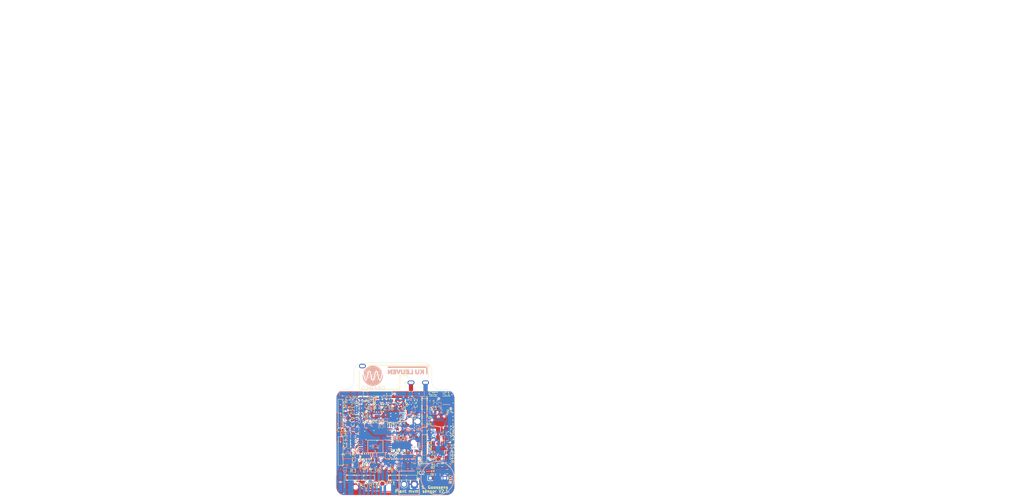
<source format=kicad_pcb>
(kicad_pcb (version 20240108) (generator "pcbnew") (generator_version "8.0")
  (title_block (title "Plant mvmt Sensor") (date "2024-07-05") (rev "V2.1") (company "DRAMCO") (comment 1 "Sarah Goossens"))
  (layers (0 "F.Cu" signal) (1 "In1.Cu" signal) (2 "In2.Cu" signal) (31 "B.Cu" signal) (34 "B.Paste" user) (35 "F.Paste" user) (36 "B.SilkS" user "B.Silkscreen") (37 "F.SilkS" user "F.Silkscreen") (38 "B.Mask" user) (39 "F.Mask" user) (44 "Edge.Cuts" user))
  (net 0 "")
  (net 1 "+BATT")
  (net 2 "GND")
  (net 3 "Net-(C6-Pad1)")
  (net 4 "Net-(C15-Pad1)")
  (net 5 "/STM32&Sensors/USER_LED")
  (net 6 "+1V8")
  (net 7 "Net-(IC6-Pad4)")
  (net 8 "/STM32&Sensors/INT_LIGHT")
  (net 9 "RESET_SX1280")
  (net 10 "/STM32&Sensors/CS_BME280")
  (net 11 "DIO1_SX1280")
  (net 12 "/STM32&Sensors/SPI3_SCK")
  (net 13 "/STM32&Sensors/SPI3_MISO")
  (net 14 "/STM32&Sensors/SPI3_MOSI")
  (net 15 "Net-(C18-Pad1)")
  (net 16 "Net-(C19-Pad1)")
  (net 17 "/STM32&Sensors/CS_RTC")
  (net 18 "CS_SX1280")
  (net 19 "Net-(C21-Pad1)")
  (net 20 "BUSY_SX1280")
  (net 21 "SPI1_SCK")
  (net 22 "SPI1_MISO")
  (net 23 "+VSW")
  (net 24 "SPI1_MOSI")
  (net 25 "RF_STM32")
  (net 26 "Net-(C36-Pad1)")
  (net 27 "DIO2_SX1280")
  (net 28 "DIO3_SX1280")
  (net 29 "+VDC")
  (net 30 "/STM32&Sensors/Tempering")
  (net 31 "BATTIN")
  (net 32 "/STM32&Sensors/GNSS_PPS")
  (net 33 "Net-(IC6-Pad6)")
  (net 34 "Net-(C33-Pad1)")
  (net 35 "/STM32&Sensors/GNSS_Reset")
  (net 36 "Net-(C41-Pad1)")
  (net 38 "/STM32&Sensors/VSW1V8_On")
  (net 39 "/STM32&Sensors/INT1_ICM20948")
  (net 40 "/STM32&Sensors/CLKOUT_RTC")
  (net 41 "/STM32&Sensors/PG1V8")
  (net 42 "/STM32&Sensors/RTC_NINTB")
  (net 43 "/STM32&Sensors/OSC32_OUT")
  (net 44 "/STM32&Sensors/OSC32_IN")
  (net 45 "Net-(C31-Pad1)")
  (net 48 "/STM32&Sensors/CS_ICM20948")
  (net 49 "I2C3_SCL")
  (net 50 "Net-(LED1-Pad1)")
  (net 51 "I2C3_SDA")
  (net 65 "Net-(IC4-Pad34)")
  (net 66 "Net-(IC4-Pad40)")
  (net 67 "Net-(IC4-Pad41)")
  (net 68 "SCAP_ON")
  (net 69 "Net-(IC6-Pad14)")
  (net 70 "Net-(IC7-Pad3)")
  (net 71 "Net-(IC7-Pad4)")
  (net 72 "Net-(IC7-Pad7)")
  (net 73 "Net-(IC7-Pad9)")
  (net 74 "Net-(L3-Pad2)")
  (net 75 "TCK")
  (net 76 "TMS")
  (net 77 "NRST")
  (net 78 "/STM32&Sensors/RTC_PPS")
  (net 79 "/STM32&Sensors/USART1_TX")
  (net 80 "Net-(C42-Pad1)")
  (net 81 "ANT_SELECT")
  (net 83 "Net-(C45-Pad2)")
  (net 84 "Net-(C43-Pad2)")
  (net 85 "Net-(C44-Pad2)")
  (net 86 "Net-(C48-Pad2)")
  (net 87 "Net-(C44-Pad1)")
  (net 88 "Net-(FL1-Pad1)")
  (net 89 "/STM32&Sensors/USART1_RX")
  (net 90 "Net-(IC4-Pad8)")
  (net 91 "Net-(C30-Pad1)")
  (net 92 "Net-(PS1-Pad11)")
  (net 93 "Net-(IC2-Pad10)")
  (net 94 "Net-(C11-Pad1)")
  (footprint "Resistor_SMD:R_0402_1005Metric" (layer "F.Cu") (at 114.17 147.538)
    (property "Reference" "R16")
    (property "Value" "0R")
  )
  (footprint "Capacitor_SMD:C_0402_1005Metric" (layer "F.Cu") (at 113.68 140.528)
    (property "Reference" "C37")
    (property "Value" "100n")
  )
  (footprint "Resistor_SMD:R_0402_1005Metric" (layer "F.Cu") (at 127.36 126.208 90)
    (property "Reference" "R2")
    (property "Value" "10k")
  )
  (footprint "SamacSys_Parts:SON50P200X300X80-13N_TPS62740DSSR" (layer "F.Cu") (at 129.96 137.588 -90)
    (property "Reference" "PS1")
    (property "Value" "TPS62740DSSR" (hide yes))
  )
  (footprint "SamacSys_Parts:QFN50P700X700X65-49N-D" (layer "F.Cu") (at 113.72 135.738 90)
    (property "Reference" "IC4")
    (property "Value" "STM32WBA52CGU6" (hide yes))
  )
  (footprint "Capacitor_SMD:C_0402_1005Metric" (layer "F.Cu") (at 109.79 131.148 180)
    (property "Reference" "C19")
    (property "Value" "1.5pF")
  )
  (footprint "Capacitor_SMD:C_0805_2012Metric" (layer "F.Cu") (at 107.1 139.198 -90)
    (property "Reference" "C18")
    (property "Value" "4.7uF")
  )
  (footprint "Capacitor_SMD:C_0402_1005Metric" (layer "F.Cu") (at 116.965 126.638 -90)
    (property "Reference" "C36")
    (property "Value" "1.5pF")
  )
  (footprint "Resistor_SMD:R_0402_1005Metric" (layer "F.Cu") (at 111.16 143.008 180)
    (property "Reference" "R15")
    (property "Value" "0R")
  )
  (footprint "Resistor_SMD:R_0402_1005Metric" (layer "F.Cu") (at 128.33 126.218 90)
    (property "Reference" "R1")
    (property "Value" "4.7k")
  )
  (footprint "Resistor_SMD:R_0603_1608Metric" (layer "F.Cu") (at 128.89 143.988 90)
    (property "Reference" "R18")
    (property "Value" "0R")
  )
  (footprint "Capacitor_SMD:C_0402_1005Metric" (layer "F.Cu") (at 122.45 126.638 -90)
    (property "Reference" "C42")
    (property "Value" "2.7pF")
  )
  (footprint "Capacitor_SMD:C_0402_1005Metric" (layer "F.Cu") (at 107.78 133.078 180)
    (property "Reference" "C16")
    (property "Value" "100nF")
  )
  (footprint "Capacitor_SMD:C_0402_1005Metric" (layer "F.Cu") (at 123.09 138.238 180)
    (property "Reference" "C11")
    (property "Value" "100n")
  )
  (footprint "Capacitor_SMD:C_0603_1608Metric" (layer "F.Cu") (at 116.94 140.618)
    (property "Reference" "C9")
    (property "Value" "1µ")
  )
  (footprint "TestPoint:TestPoint_Pad_D1.0mm" (layer "F.Cu") (at 115.5 146.118)
    (property "Reference" "TP1")
    (property "Value" "TestPoint")
  )
  (footprint "Capacitor_SMD:C_0402_1005Metric" (layer "F.Cu") (at 121.075 126.158)
    (property "Reference" "L8")
    (property "Value" "1.3nH")
  )
  (footprint "Resistor_SMD:R_0402_1005Metric" (layer "F.Cu") (at 126.97 134.968 90)
    (property "Reference" "R20")
    (property "Value" "0R")
  )
  (footprint "Capacitor_SMD:C_0603_1608Metric" (layer "F.Cu") (at 113.76 141.718)
    (property "Reference" "C38")
    (property "Value" "1µ")
  )
  (footprint "Resistor_SMD:R_0402_1005Metric" (layer "F.Cu") (at 129.84 128.748 180)
    (property "Reference" "R4")
    (property "Value" "4.7k")
  )
  (footprint "Inductor_SMD:L_0805_2012Metric" (layer "F.Cu") (at 129.9575 135.078)
    (property "Reference" "L3")
    (property "Value" "2.2u")
  )
  (footprint "GJM1555C1H6R0CB01D:CAPC1005X55N" (layer "F.Cu") (at 120.71 137.318 180)
    (property "Reference" "C39")
    (property "Value" "GJM1555C1H6R0CB01D" (hide yes))
  )
  (footprint "Resistor_SMD:R_0402_1005Metric" (layer "F.Cu") (at 129.94 141.698 180)
    (property "Reference" "R11")
    (property "Value" "0R")
  )
  (footprint "Capacitor_SMD:C_0805_2012Metric" (layer "F.Cu") (at 130.06 140.228 180)
    (property "Reference" "C20")
    (property "Value" "10u")
  )
  (footprint "SamacSys_Parts:S099146R" (layer "F.Cu") (at 105.49 138.313 90)
    (property "Reference" "MP2" (hide yes))
    (property "Value" "S0991-46R" (hide yes))
  )
  (footprint "Capacitor_SMD:C_0402_1005Metric" (layer "F.Cu") (at 107.88 137.038 180)
    (property "Reference" "C14")
    (property "Value" "100n")
  )
  (footprint "Capacitor_SMD:C_0402_1005Metric" (layer "F.Cu") (at 115.595 126.158 180)
    (property "Reference" "C48")
    (property "Value" "56pF")
  )
  (footprint "Resistor_SMD:R_0402_1005Metric" (layer "F.Cu") (at 106.59 128.658 90)
    (property "Reference" "R9")
    (property "Value" "500K")
  )
  (footprint "Resistor_SMD:R_0402_1005Metric" (layer "F.Cu") (at 131.8 141.698 180)
    (property "Reference" "R10")
    (property "Value" "0R")
  )
  (footprint "Capacitor_SMD:C_0402_1005Metric" (layer "F.Cu") (at 109.8 125.668 180)
    (property "Reference" "C22")
    (property "Value" "2.7pF")
  )
  (footprint "Capacitor_SMD:C_0603_1608Metric" (layer "F.Cu") (at 120.37 132.928 90)
    (property "Reference" "C5")
    (property "Value" "1µ")
  )
  (footprint "Capacitor_SMD:C_0402_1005Metric" (layer "F.Cu") (at 119.705 126.638 -90)
    (property "Reference" "C41")
    (property "Value" "3.9pF")
  )
  (footprint "Capacitor_SMD:C_0603_1608Metric" (layer "F.Cu") (at 114.95 129.978)
    (property "Reference" "C13")
    (property "Value" "1µ")
  )
  (footprint "Resistor_SMD:R_0402_1005Metric" (layer "F.Cu") (at 112.06952 129.80848 -90)
    (property "Reference" "R5")
    (property "Value" "10k")
  )
  (footprint "SamacSys_Parts:SOTFL48P130X55-6N" (layer "F.Cu") (at 113.6 126.158)
    (property "Reference" "IC9")
    (property "Value" "CG2214M6-C2" (hide yes))
  )
  (footprint "SamacSys_Parts:S099146R" (layer "F.Cu") (at 125.67 129.118 90)
    (property "Reference" "MP7" (hide yes))
    (property "Value" "S0991-46R" (hide yes))
  )
  (footprint "SamacSys_Parts:VEML6035" (layer "F.Cu") (at 131.025 126.098)
    (property "Reference" "IC1")
    (property "Value" "VEML6035" (hide yes))
  )
  (footprint "Resistor_SMD:R_0402_1005Metric" (layer "F.Cu") (at 111.76 147.538 180)
    (property "Reference" "R17")
    (property "Value" "0R")
  )
  (footprint "SamacSys_Parts:S099146R" (layer "F.Cu") (at 125.67 137.793 90)
    (property "Reference" "MP4" (hide yes))
    (property "Value" "S0991-46R" (hide yes))
  )
  (footprint "SamacSys_Parts:S099146R" (layer "F.Cu") (at 114.38 124.488)
    (property "Reference" "MP5" (hide yes))
    (property "Value" "S0991-46R" (hide yes))
  )
  (footprint "Capacitor_SMD:C_0805_2012Metric" (layer "F.Cu") (at 129.88 133.208)
    (property "Reference" "C23")
    (property "Value" "10u")
  )
  (footprint "Capacitor_SMD:C_0402_1005Metric" (layer "F.Cu") (at 113.00952 129.78848 90)
    (property "Reference" "C12")
    (property "Value" "100n")
  )
  (footprint "Capacitor_SMD:C_0402_1005Metric" (layer "F.Cu") (at 107.88 136.108 180)
    (property "Reference" "C17")
    (property "Value" "100nF")
  )
  (footprint "Capacitor_SMD:C_0402_1005Metric" (layer "F.Cu") (at 114.34 127.968 90)
    (property "Reference" "C47")
    (property "Value" "1000pF")
  )
  (footprint "ECS-.327-12:XTAL_ECS-.327-12.5-16-TR" (layer "F.Cu") (at 119 136.728 90)
    (property "Reference" "X2")
    (property "Value" "MU00658-32.768k")
  )
  (footprint "SamacSys_Parts:S099146R" (layer "F.Cu") (at 120.4 144.728)
    (property "Reference" "MP3" (hide yes))
    (property "Value" "S0991-46R" (hide yes))
  )
  (footprint "SamacSys_Parts:S099146R" (layer "F.Cu") (at 105.45 129.268 90)
    (property "Reference" "MP1" (hide yes))
    (property "Value" "S0991-46R" (hide yes))
  )
  (footprint "Resistor_SMD:R_0603_1608Metric" (layer "F.Cu") (at 131.11 143.228 180)
    (property "Reference" "R12")
    (property "Value" "0R")
  )
  (footprint "Capacitor_SMD:C_0402_1005Metric" (layer "F.Cu") (at 118.335 126.158)
    (property "Reference" "L7")
    (property "Value" "1.8nH")
  )
  (footprint "Capacitor_SMD:C_0402_1005Metric" (layer "F.Cu") (at 110.28 129.778 90)
    (property "Reference" "L1")
    (property "Value" "1.8nH")
  )
  (footprint "ANT-2:XCVR_ANT-2.4-MSA-TH1" (layer "F.Cu") (at 118.31 120.528)
    (property "Reference" "E1" (hide yes))
    (property "Value" "ANT-2.4-MSA-TH1")
  )
  (footprint "Capacitor_SMD:C_0402_1005Metric" (layer "F.Cu") (at 110.28 127.038 90)
    (property "Reference" "L2")
    (property "Value" "1.3nH")
  )
  (footprint "Capacitor_SMD:C_0402_1005Metric" (layer "F.Cu") (at 111.62 125.668)
    (property "Reference" "C43")
    (property "Value" "56pF")
  )
  (footprint "SamacSys_Parts:SON50P350X450X150-17N-D_PCF2131TFY" (layer "F.Cu") (at 121.43 141.2005)
    (property "Reference" "IC2")
    (property "Value" "PCF2131TFY" (hide yes))
  )
  (footprint "Capacitor_SMD:C_0402_1005Metric" (layer "F.Cu") (at 109.8 128.408 180)
    (property "Reference" "C21")
    (property "Value" "3.9pF")
  )
  (footprint "GJM1555C1H6R0CB01D:CAPC1005X55N" (layer "F.Cu") (at 120.7 136.148 180)
    (property "Reference" "C40")
    (property "Value" "GJM1555C1H6R0CB01D" (hide yes))
  )
  (footprint "Capacitor_SMD:C_0402_1005Metric" (layer "F.Cu") (at 119.15 133.488 90)
    (property "Reference" "C4")
    (property "Value" "100n")
  )
  (footprint "NX1612SA-32:OSCSC105P160X120X35-4N" (layer "F.Cu") (at 107.965 134.463)
    (property "Reference" "X3")
    (property "Value" "NX1612SA-32.000MHZ-CHP-CIS-3")
  )
  (footprint "Capacitor_SMD:C_0402_1005Metric" (layer "F.Cu") (at 117.51 141.818)
    (property "Reference" "C8")
    (property "Value" "100n")
  )
  (footprint "Capacitor_SMD:C_0603_1608Metric" (layer "F.Cu") (at 107.25 131.118 90)
    (property "Reference" "C15")
    (property "Value" "470nF")
  )
  (footprint "Resistor_SMD:R_0402_1005Metric" (layer "F.Cu") (at 124.48 138.778 -90)
    (property "Reference" "R13")
    (property "Value" "500K")
  )
  (footprint "SamacSys_Parts:S099146R" (layer "F.Cu") (at 110.18 144.728)
    (property "Reference" "MP6" (hide yes))
    (property "Value" "S0991-46R" (hide yes))
  )
  (footprint "Capacitor_SMD:C_0402_1005Metric" (layer "F.Cu") (at 127.79 129.018)
    (property "Reference" "C3")
    (property "Value" "100n")
  )
  (footprint "sparkfun-nrf52832-breakout:TC2030-MCP-NL" (layer "F.Cu") (at 123.005 136.208 90)
    (property "Reference" "J2")
    (property "Value" "TC2030_SWD-MCP-NL" (hide yes))
  )
  (footprint "Resistor_SMD:R_0402_1005Metric" (layer "F.Cu") (at 126.98 133.098 -90)
    (property "Reference" "R19")
    (property "Value" "0R")
  )
  (footprint "Resistor_SMD:R_0603_1608Metric" (layer "F.Cu") (at 108.505 141.678)
    (property "Reference" "R3")
    (property "Value" "1k")
  )
  (footprint "SamacSys_Parts:SOP65P640X120-8N" (layer "B.Cu") (at 113.84 137.198 180)
    (property "Reference" "IC8")
    (property "Value" "M24M01-DFDW6TP" (hide yes))
  )
  (footprint "Capacitor_SMD:C_0402_1005Metric" (layer "B.Cu") (at 112.86 129.368 90)
    (property "Reference" "C44")
    (property "Value" "56pF")
  )
  (footprint "SamacSys_Parts:SHDR2W64P0X250_1X2_450X580X1170P" (layer "B.Cu") (at 123.22 146.308)
    (property "Reference" "J4")
    (property "Value" "22-04-1021" (hide yes))
  )
  (footprint "SamacSys_Parts:S099146R" (layer "B.Cu") (at 119.66 139.603 180)
    (property "Reference" "MP11" (hide yes))
    (property "Value" "S0991-46R" (hide yes))
  )
  (footprint "SamacSys_Parts:S099146R" (layer "B.Cu") (at 122.19 124.503 180)
    (property "Reference" "MP8" (hide yes))
    (property "Value" "S0991-46R" (hide yes))
  )
  (footprint "Package_LGA:Bosch_LGA-8_2.5x2.5mm_P0.65mm_ClockwisePinNumbering" (layer "B.Cu") (at 128.9 137.208 90)
    (property "Reference" "IC5")
    (property "Value" "BME280")
  )
  (footprint "SamacSys_Parts:S099146R" (layer "B.Cu") (at 125.675203 135.910425 -90)
    (property "Reference" "MP12" (hide yes))
    (property "Value" "S0991-46R" (hide yes))
  )
  (footprint "SamacSys_Parts:2450FM07D0034T" (layer "B.Cu") (at 114.801 129.849 180)
    (property "Reference" "FL1")
    (property "Value" "2450FM07D0034T" (hide yes))
  )
  (footprint "Capacitor_SMD:C_0402_1005Metric" (layer "B.Cu") (at 111.53 126.078 -90)
    (property "Reference" "C46")
    (property "Value" "1000pF")
  )
  (footprint "Logo:Dramco10000kicad_mod" (layer "B.Cu") (at 113.25732 121.473907 180)
    (property "Reference" "G***" (hide yes))
    (property "Value" "LOGO" (hide yes))
  )
  (footprint "Capacitor_SMD:C_0603_1608Metric" (layer "B.Cu") (at 114.38 127.308 90)
    (property "Reference" "C33")
    (property "Value" "10n")
  )
  (footprint "SamacSys_Parts:S099146R" (layer "B.Cu") (at 108.6 124.500425 180)
    (property "Reference" "MP9" (hide yes))
    (property "Value" "S0991-46R" (hide yes))
  )
  (footprint "Capacitor_SMD:C_0402_1005Metric" (layer "B.Cu") (at 110.27 126.078 -90)
    (property "Reference" "C45")
    (property "Value" "1000pF")
  )
  (footprint "SamacSys_Parts:S099146R" (layer "B.Cu") (at 125.68 128.613 -90)
    (property "Reference" "MP14" (hide yes))
    (property "Value" "S0991-46R" (hide yes))
  )
  (footprint "SamacSys_Parts:CAPC1005X55N" (layer "B.Cu") (at 106.69 129.068 180)
    (property "Reference" "C26")
    (property "Value" "GRM155R60J106ME15D" (hide yes))
  )
  (footprint "Capacitor_SMD:C_0402_1005Metric" (layer "B.Cu") (at 126.89 136.428 90)
    (property "Reference" "C2")
    (property "Value" "100n")
  )
  (footprint "Capacitor_SMD:C_0402_1005Metric" (layer "B.Cu") (at 128.18 128.898 90)
    (property "Reference" "C7")
    (property "Value" "100n")
  )
  (footprint "SamacSys_Parts:QFN40P300X300X105-25N-D_ICM20948" (layer "B.Cu") (at 129.19 132.288)
    (property "Reference" "IC3")
    (property "Value" "ICM-20948" (hide yes))
  )
  (footprint "SamacSys_Parts:QFN50P400X400X100-25N-D_SX1280" (layer "B.Cu") (at 118.26 130.098 -90)
    (property "Reference" "IC6")
    (property "Value" "SX1280IMLTRT" (hide yes))
  )
  (footprint "SamacSys_Parts:VLS3015" (layer "B.Cu") (at 107.4 135.718)
    (property "Reference" "L5")
    (property "Value" "VLS3015CX-2R2M-H" (hide yes))
  )
  (footprint "Capacitor_SMD:C_0402_1005Metric" (layer "B.Cu") (at 119.434453 133.904175)
    (property "Reference" "C35")
    (property "Value" "100n")
  )
  (footprint "SamacSys_Parts:S099146R" (layer "B.Cu") (at 104.985203 132.535425 -90)
    (property "Reference" "MP10" (hide yes))
    (property "Value" "S0991-46R" (hide yes))
  )
  (footprint "CRCW04025K11FKED:RESC1005X40N" (layer "B.Cu") (at 108.18 128.398 90)
    (property "Reference" "R6")
    (property "Value" "CRCW04025K11FKED" (hide yes))
  )
  (footprint "Capacitor_SMD:C_0402_1005Metric" (layer "B.Cu") (at 129.27 128.898 90)
    (property "Reference" "C6")
    (property "Value" "100n")
  )
  (footprint "Resistor_SMD:R_0805_2012Metric" (layer "B.Cu") (at 121.6475 141.828 180)
    (property "Reference" "R8")
    (property "Value" "1R")
  )
  (footprint "Capacitor_SMD:C_0603_1608Metric" (layer "B.Cu") (at 122.72 133.118 -90)
    (property "Reference" "C31")
    (property "Value" "470n")
  )
  (footprint "Capacitor_SMD:C_0402_1005Metric" (layer "B.Cu") (at 121.98 129.538 90)
    (property "Reference" "C34")
    (property "Value" "100n")
  )
  (footprint "SamacSys_Parts:SON50P250X250X80-11N-D" (layer "B.Cu") (at 107.97 131.628 -90)
    (property "Reference" "IC7")
    (property "Value" "TPS63900DSKR" (hide yes))
  )
  (footprint "SamacSys_Parts:SOT65P210X110-5N" (layer "B.Cu") (at 110.88 128.818 90)
    (property "Reference" "IC10")
    (property "Value" "NC7SZ04P5X" (hide yes))
  )
  (footprint "SamacSys_Parts:S099146R" (layer "B.Cu") (at 109.335203 139.603 180)
    (property "Reference" "MP13" (hide yes))
    (property "Value" "S0991-46R" (hide yes))
  )
  (footprint "Capacitor_SMD:C_0603_1608Metric" (layer "B.Cu") (at 116.73 126.357575 180)
    (property "Reference" "C32")
    (property "Value" "10n")
  )
  (footprint "Logo:KULeuven6000" (layer "B.Cu") (at 121.1 119.808 180)
    (property "Reference" "G***" (hide yes))
    (property "Value" "LOGO" (hide yes))
  )
  (footprint "NX2016SA-52MHZ-EXS00A-CS07103:OSCCC200X160X50N" (layer "B.Cu") (at 119.87 126.273 90)
    (property "Reference" "X4")
    (property "Value" "NX2016SA-52MHZ-EXS00A-CS07103")
  )
  (footprint "SamacSys_Parts:APDA3020LSECKJ3PF" (layer "B.Cu") (at 105.39 145.688 -90)
    (property "Reference" "LED1")
    (property "Value" "APDA3020LSECK_J3-PF" (hide yes))
  )
  (footprint "Resistor_SMD:R_0402_1005Metric" (layer "B.Cu") (at 123.07 138.228 180)
    (property "Reference" "R14")
    (property "Value" "500K")
  )
  (footprint "SamacSys_Parts:9191021515LF" (layer "B.Cu") (at 113.1 145.908 180)
    (property "Reference" "J1")
    (property "Value" "91910-21515LF" (hide yes))
  )
  (footprint "Inductor_SMD:L_0603_1608Metric" (layer "B.Cu") (at 121.094453 133.114175 -90)
    (property "Reference" "L6")
    (property "Value" "15µ")
  )
  (footprint "SamacSys_Parts:CAPPRD350W52D800H1350" (layer "B.Cu") (at 127.065 144.818)
    (property "Reference" "C30")
    (property "Value" "HV0810-2R7105-R" (hide yes))
  )
  (footprint "CRCW0402511RFKED:RESC1005X40N" (layer "B.Cu") (at 106.41 127.458 180)
    (property "Reference" "R7")
    (property "Value" "CRCW0402511RFKED" (hide yes))
  )
  (footprint "Capacitor_SMD:C_0402_1005Metric" (layer "B.Cu") (at 128.93 139.308)
    (property "Reference" "C1")
    (property "Value" "100n")
  )
  (gr_arc (start 106.375714 149.055624) (mid 104.932879 148.500369) (end 104.305255 147.087509) (stroke (width 0.05)) (layer "Edge.Cuts"))
  (gr_line (start 133.005714 125.445656) (end 133.005255 146.985165) (stroke (width 0.05)) (layer "Edge.Cuts"))
  (gr_line (start 110.65 117.058) (end 125.34 117.058) (stroke (width 0.05)) (layer "Edge.Cuts"))
  (gr_arc (start 125.34 117.058) (mid 126.782824 117.613268) (end 127.410459 119.026115) (stroke (width 0.05)) (layer "Edge.Cuts"))
  (gr_arc (start 130.935255 123.477541) (mid 132.378073 124.032803) (end 133.005714 125.445656) (stroke (width 0.05)) (layer "Edge.Cuts"))
  (gr_arc (start 108.68 121.408) (mid 108.124732 122.850824) (end 106.711885 123.478459) (stroke (width 0.05)) (layer "Edge.Cuts"))
  (gr_line (start 106.27337 123.477541) (end 106.711885 123.478459) (stroke (width 0.05)) (layer "Edge.Cuts"))
  (gr_line (start 106.375714 149.055624) (end 131.03714 149.055624) (stroke (width 0.05)) (layer "Edge.Cuts"))
  (gr_line (start 104.305255 125.548) (end 104.305255 147.087509) (stroke (width 0.05)) (layer "Edge.Cuts"))
  (gr_arc (start 104.305255 125.548) (mid 104.860499 124.105134) (end 106.27337 123.477541) (stroke (width 0.05)) (layer "Edge.Cuts"))
  (gr_arc (start 129.482824 123.478) (mid 128.04 122.922732) (end 127.412365 121.509885) (stroke (width 0.05)) (layer "Edge.Cuts"))
  (gr_arc (start 133.005255 146.985165) (mid 132.45 148.428) (end 131.03714 149.055624) (stroke (width 0.05)) (layer "Edge.Cuts"))
  (gr_line (start 129.482824 123.478) (end 130.935255 123.477541) (stroke (width 0.05)) (layer "Edge.Cuts"))
  (gr_arc (start 108.681885 119.128459) (mid 109.237153 117.685635) (end 110.65 117.058) (stroke (width 0.05)) (layer "Edge.Cuts"))
  (gr_line (start 127.410459 119.026115) (end 127.412365 121.509885) (stroke (width 0.05)) (layer "Edge.Cuts"))
  (gr_line (start 108.681885 119.128459) (end 108.68 121.408) (stroke (width 0.05)) (layer "Edge.Cuts"))
  (gr_text "S. Goossens" (at 128.14 147.038 0) (layer "F.SilkS") (effects (font (size 0.7 0.7))))
  (gr_text "Plant mvmt sensor V2.1" (at 124.95 147.988 0) (layer "F.SilkS") (effects (font (size 0.7 0.7))))
  (segment (start 124.15 136.358) (end 124.15 136.758) (width 0.5) (layer "F.Cu") (net 1))
  (segment (start 107.15 128.518) (end 106.96 128.518) (width 0.3) (layer "F.Cu") (net 1))
  (segment (start 124.15 137.148) (end 124.15 137.258) (width 0.5) (layer "F.Cu") (net 1))
  (segment (start 131.85 136.548) (end 131.85 138.788) (width 0.3) (layer "F.Cu") (net 1))
  (segment (start 132.31 140.828) (end 131.71 140.228) (width 0.15) (layer "F.Cu") (net 1))
  (segment (start 124.15 135.288) (end 123.8 134.938) (width 0.5) (layer "F.Cu") (net 1))
  (segment (start 131.01 140.228) (end 131.01 139.888) (width 0.5) (layer "F.Cu") (net 1))
  (segment (start 132.31 141.698) (end 132.31 140.828) (width 0.15) (layer "F.Cu") (net 1))
  (segment (start 131.21 136.538) (end 131.84 136.538) (width 0.3) (layer "F.Cu") (net 1))
  (segment (start 124.15 136.358) (end 124.15 135.288) (width 0.5) (layer "F.Cu") (net 1))
  (segment (start 106.96 128.518) (end 106.59 128.148) (width 0.3) (layer "F.Cu") (net 1))
  (segment (start 131.25 140.228) (end 131.01 140.228) (width 0.5) (layer "F.Cu") (net 1))
  (segment (start 131.71 140.228) (end 131.85 140.088) (width 1) (layer "F.Cu") (net 1))
  (segment (start 123.8 134.938) (end 123.64 134.938) (width 0.5) (layer "F.Cu") (net 1))
  (segment (start 131.84 136.538) (end 131.85 136.548) (width 0.3) (layer "F.Cu") (net 1))
  (segment (start 131.01 139.888) (end 131.47 139.428) (width 0.5) (layer "F.Cu") (net 1))
  (segment (start 111.171672 147.538) (end 109.676007 146.042335) (width 0.3) (layer "F.Cu") (net 1))
  (segment (start 131.21 140.028) (end 131.01 140.228) (width 0.5) (layer "F.Cu") (net 1))
  (segment (start 131.85 139.628) (end 131.25 140.228) (width 0.5) (layer "F.Cu") (net 1))
  (segment (start 131.47 139.428) (end 131.47 136.69848) (width 0.5) (layer "F.Cu") (net 1))
  (segment (start 124.15 136.758) (end 124.15 137.148) (width 0.5) (layer "F.Cu") (net 1))
  (segment (start 131.85 139.628) (end 131.85 138.788) (width 1) (layer "F.Cu") (net 1))
  (segment (start 131.01 140.228) (end 131.71 140.228) (width 1) (layer "F.Cu") (net 1))
  (segment (start 111.25 147.538) (end 111.171672 147.538) (width 0.3) (layer "F.Cu") (net 1))
  (via (at 124.15 136.358) (size 0.3) (drill 0.25) (layers "F.Cu" "B.Cu") (net 1))
  (via (at 124.16 137.278) (size 0.3) (drill 0.25) (layers "F.Cu" "B.Cu") (net 1))
  (via (at 131.85 139.741332) (size 0.3) (drill 0.25) (layers "F.Cu" "B.Cu") (net 1))
  (via (at 124.15 136.828) (size 0.3) (drill 0.25) (layers "F.Cu" "B.Cu") (net 1))
  (via (at 131.85 140.218) (size 0.3) (drill 0.25) (layers "F.Cu" "B.Cu") (net 1))
  (via (at 109.676007 146.042335) (size 0.3) (drill 0.25) (layers "F.Cu" "B.Cu") (net 1))
  (via (at 131.85 139.264666) (size 0.3) (drill 0.25) (layers "F.Cu" "B.Cu") (net 1))
  (via (at 106.57 133.358) (size 0.3) (drill 0.25) (layers "F.Cu" "B.Cu") (net 1))
  (via (at 107.15 128.518) (size 0.3) (drill 0.25) (layers "F.Cu" "B.Cu") (net 1))
  (via (at 131.85 138.788) (size 0.3) (drill 0.25) (layers "F.Cu" "B.Cu") (net 1))
  (via (at 106.57 132.878) (size 0.3) (drill 0.25) (layers "F.Cu" "B.Cu") (net 1))
  (segment (start 106.987126 129.490874) (end 106.805 129.673) (width 0.2) (layer "B.Cu") (net 1))
  (segment (start 105.9 130.118) (end 106.16 129.858) (width 0.2) (layer "B.Cu") (net 1))
  (segment (start 123.79 139.728) (end 123.79 140.598) (width 0.5) (layer "B.Cu") (net 1))
  (segment (start 107.15 129.068) (end 107.15 129.158) (width 0.2) (layer "B.Cu") (net 1))
  (segment (start 124.52 138.998) (end 124.52 137.638) (width 0.5) (layer "B.Cu") (net 1))
  (segment (start 107.32 129.778978) (end 107.319511 129.778489) (width 0.2) (layer "B.Cu") (net 1))
  (segment (start 107.473563 129.774437) (end 107.473563 129.914437) (width 0.2) (layer "B.Cu") (net 1))
  (segment (start 105.657214 130.190786) (end 105.657214 130.350786) (width 0.2) (layer "B.Cu") (net 1))
  (segment (start 105.9 130.408) (end 105.9 129.948) (width 0.2) (layer "B.Cu") (net 1))
  (segment (start 106.54 132.998) (end 106.66 132.878) (width 0.5) (layer "B.Cu") (net 1))
  (segment (start 106.66 132.878) (end 105.807214 132.025214) (width 0.5) (layer "B.Cu") (net 1))
  (segment (start 105.9 130.408) (end 105.9 130.118) (width 0.2) (layer "B.Cu") (net 1))
  (segment (start 106.14 130.408) (end 106.610489 129.937511) (width 0.2) (layer "B.Cu") (net 1))
  (segment (start 107.473563 129.914437) (end 107.47 129.918) (width 0.2) (layer "B.Cu") (net 1))
  (segment (start 107.47 129.918) (end 107.19 129.638) (width 0.2) (layer "B.Cu") (net 1))
  (segment (start 131.85 140.088) (end 131.85 140.908) (width 1) (layer "B.Cu") (net 1))
  (segment (start 106.61 129.608) (end 107.15 129.068) (width 0.2) (layer "B.Cu") (net 1))
  (segment (start 124.16 137.278) (end 124.16 136.368) (width 0.5) (layer "B.Cu") (net 1))
  (segment (start 107.19 129.490874) (end 107.202874 129.490874) (width 0.2) (layer "B.Cu") (net 1))
  (segment (start 106.11 129.738) (end 106.48 129.738) (width 0.2) (layer "B.Cu") (net 1))
  (segment (start 106.84 129.638) (end 107.19 129.638) (width 0.2) (layer "B.Cu") (net 1))
  (segment (start 107.19 129.490874) (end 106.987126 129.490874) (width 0.2) (layer "B.Cu") (net 1))
  (segment (start 107.15 129.278) (end 107.15 128.518) (width 0.3) (layer "B.Cu") (net 1))
  (segment (start 124.16 136.368) (end 124.15 136.358) (width 0.5) (layer "B.Cu") (net 1))
  (segment (start 107.19 129.278) (end 107.19 129.490874) (width 0.2) (layer "B.Cu") (net 1))
  (segment (start 105.9 129.948) (end 105.657214 130.190786) (width 0.2) (layer "B.Cu") (net 1))
  (segment (start 124.52 137.638) (end 124.16 137.278) (width 0.5) (layer "B.Cu") (net 1))
  (segment (start 106.97 132.878) (end 106.66 132.878) (width 0.2) (layer "B.Cu") (net 1))
  (segment (start 106.47 133.308) (end 106.8 133.308) (width 0.5) (layer "B.Cu") (net 1))
  (segment (start 107.47 130.378) (end 107.47 130.098) (width 0.2) (layer "B.Cu") (net 1))
  (segment (start 107.15 129.158) (end 105.9 130.408) (width 0.2) (layer "B.Cu") (net 1))
  (segment (start 131.85 140.908) (end 130.93 141.828) (width 1) (layer "B.Cu") (net 1))
  (segment (start 106.610489 129.608489) (end 106.61 129.608) (width 0.2) (layer "B.Cu") (net 1))
  (segment (start 123.79 141.668) (end 123.95 141.828) (width 0.5) (layer "B.Cu") (net 1))
  (segment (start 106.805 129.673) (end 106.610489 129.867511) (width 0.2) (layer "B.Cu") (net 1))
  (segment (start 105.807214 130.500786) (end 105.9 130.408) (width 0.5) (layer "B.Cu") (net 1))
  (segment (start 124.15 139.368) (end 124.52 138.998) (width 0.5) (layer "B.Cu") (net 1))
  (segment (start 124.15 139.368) (end 123.79 139.728) (width 0.5) (layer "B.Cu") (net 1))
  (segment (start 105.807214 132.025214) (end 105.807214 130.500786) (width 0.5) (layer "B.Cu") (net 1))
  (segment (start 106.1 130.118) (end 106.61 129.608) (width 0.2) (layer "B.Cu") (net 1))
  (segment (start 107.473563 129.774437) (end 107.39 129.690874) (width 0.2) (layer "B.Cu") (net 1))
  (segment (start 123.95 141.828) (end 122.56 141.828) (width 1) (layer "B.Cu") (net 1))
  (segment (start 105.9 130.408) (end 106.14 130.408) (width 0.2) (layer "B.Cu") (net 1))
  (segment (start 106.610489 129.937511) (end 106.610489 129.608489) (width 0.2) (layer "B.Cu") (net 1))
  (segment (start 130.93 141.828) (end 123.95 141.828) (width 1) (layer "B.Cu") (net 1))
  (segment (start 107.39 129.690874) (end 107.39 129.478) (width 0.2) (layer "B.Cu") (net 1))
  (segment (start 106.805 129.673) (end 106.84 129.638) (width 0.2) (layer "B.Cu") (net 1))
  (segment (start 105.9 129.948) (end 106.11 129.738) (width 0.2) (layer "B.Cu") (net 1))
  (segment (start 131.85 138.788) (end 131.85 140.088) (width 1) (layer "B.Cu") (net 1))
  (segment (start 107.19 129.278) (end 107.39 129.478) (width 0.2) (layer "B.Cu") (net 1))
  (segment (start 123.79 140.598) (end 123.79 141.668) (width 0.5) (layer "B.Cu") (net 1))
  (segment (start 107.47 130.378) (end 107.47 129.918) (width 0.2) (layer "B.Cu") (net 1))
  (segment (start 106.66 132.878) (end 106.66 133.358) (width 0.2) (layer "B.Cu") (net 1))
  (segment (start 105.657214 130.350786) (end 105.807214 130.500786) (width 0.2) (layer "B.Cu") (net 1))
  (segment (start 105.49 136.163) (end 105.49 138.313) (width 0.2) (layer "F.Cu") (net 2))
  (segment (start 125.91 121.828) (end 125.91 124.60848) (width 1) (layer "F.Cu") (net 2))
  (segment (start 118.25 144.728) (end 120.4 144.728) (width 0.2) (layer "F.Cu") (net 2))
  (segment (start 129.21 138.638) (end 129.71 138.638) (width 0.3) (layer "F.Cu") (net 2))
  (segment (start 127.05 129.828) (end 127.84 129.828) (width 0.5) (layer "F.Cu") (net 2))
  (segment (start 125.1 132.398) (end 123.64 132.398) (width 0.5) (layer "F.Cu") (net 2))
  (segment (start 112.25 129.118) (end 112.06952 129.29848) (width 0.2) (layer "F.Cu") (net 2))
  (segment (start 129.43 140.548) (end 129.11 140.228) (width 0.15) (layer "F.Cu") (net 2))
  (segment (start 107.964511 134.363489) (end 107.689022 134.088) (width 0.1) (layer "F.Cu") (net 2))
  (segment (start 124.44548 124.60848) (end 124.34 124.503) (width 1) (layer "F.Cu") (net 2))
  (segment (start 127.69 137.968) (end 127.69 139.168) (width 0.3) (layer "F.Cu") (net 2))
  (segment (start 120.4 144.728) (end 122.55 144.728) (width 0.2) (layer "F.Cu") (net 2))
  (segment (start 108.51 128.418) (end 108.42 128.508) (width 0.5) (layer "F.Cu") (net 2))
  (segment (start 130.30048 134.07752) (end 130.83 133.548) (width 0.3) (layer "F.Cu") (net 2))
  (segment (start 114.16 140.528) (end 114.16 141.343) (width 0.2) (layer "F.Cu") (net 2))
  (segment (start 120.80144 134.56848) (end 120.89 134.65704) (width 0.5) (layer "F.Cu") (net 2))
  (segment (start 106.52 134.268) (end 106.52 136.038) (width 0.5) (layer "F.Cu") (net 2))
  (segment (start 106.35 144.728) (end 107.95 144.728) (width 0.5) (layer "F.Cu") (net 2))
  (segment (start 112.98 143.388) (end 112.98 144.078) (width 0.5) (layer "F.Cu") (net 2))
  (segment (start 119.15 132.388) (end 119.385 132.153) (width 0.3) (layer "F.Cu") (net 2))
  (segment (start 108.18 127.188) (end 109.2 127.188) (width 0.3) (layer "F.Cu") (net 2))
  (segment (start 121.43 141.2005) (end 121.43 143.608) (width 0.5) (layer "F.Cu") (net 2))
  (segment (start 112.25 126.538) (end 112.25 127.158) (width 0.2) (layer "F.Cu") (net 2))
  (segment (start 120.23952 134.56752) (end 120.23856 134.56848) (width 0.5) (layer "F.Cu") (net 2))
  (segment (start 125.5 127.138) (end 125.67 126.968) (width 0.5) (layer "F.Cu") (net 2))
  (segment (start 107.25 130.343) (end 109.155 130.343) (width 0.5) (layer "F.Cu") (net 2))
  (segment (start 121.81 138.158) (end 122.53 138.158) (width 0.5) (layer "F.Cu") (net 2))
  (segment (start 129.85 137.478) (end 129.96 137.588) (width 0.5) (layer "F.Cu") (net 2))
  (segment (start 129.71 137.838) (end 129.96 137.588) (width 0.3) (layer "F.Cu") (net 2))
  (segment (start 121.81 140.8205) (end 121.43 141.2005) (width 0.5) (layer "F.Cu") (net 2))
  (segment (start 129.41 139.308) (end 129.41 138.938) (width 0.3) (layer "F.Cu") (net 2))
  (segment (start 123.22 145.398) (end 122.55 144.728) (width 1) (layer "F.Cu") (net 2))
  (segment (start 130.21 137.338) (end 129.96 137.588) (width 0.3) (layer "F.Cu") (net 2))
  (segment (start 109.32 128.418) (end 108.51 128.418) (width 0.5) (layer "F.Cu") (net 2))
  (segment (start 126.065 139.548) (end 125.67 139.943) (width 0.3) (layer "F.Cu") (net 2))
  (segment (start 107.3 133.963) (end 107.425 134.088) (width 0.5) (layer "F.Cu") (net 2))
  (segment (start 115.4 125.348) (end 115 125.348) (width 0.3) (layer "F.Cu") (net 2))
  (segment (start 129.71 138.638) (end 129.71 137.838) (width 0.3) (layer "F.Cu") (net 2))
  (segment (start 109.32 128.418) (end 109.32 127.308) (width 0.5) (layer "F.Cu") (net 2))
  (segment (start 108.42 131.128) (end 108.42 128.508) (width 0.5) (layer "F.Cu") (net 2))
  (segment (start 109.32 125.048) (end 109.88 124.488) (width 0.5) (layer "F.Cu") (net 2))
  (segment (start 119.705 127.118) (end 122.45 127.118) (width 0.5) (layer "F.Cu") (net 2))
  (segment (start 105.805 140.148) (end 105.49 140.463) (width 0.3) (layer "F.Cu") (net 2))
  (segment (start 109.88 124.488) (end 112.23 124.488) (width 0.5) (layer "F.Cu") (net 2))
  (segment (start 126.225 139.388) (end 125.67 139.943) (width 0.3) (layer "F.Cu") (net 2))
  (segment (start 116.965 128.013) (end 116.965 127.118) (width 0.5) (layer "F.Cu") (net 2))
  (segment (start 106.52 136.038) (end 106.645 136.163) (width 0.5) (layer "F.Cu") (net 2))
  (segment (start 112.25 127.688) (end 112.25 128.218) (width 0.2) (layer "F.Cu") (net 2))
  (segment (start 118.25 144.728) (end 118.25 145.838) (width 0.5) (layer "F.Cu") (net 2))
  (segment (start 114.205 142.068) (end 114.545 141.728) (width 0.2) (layer "F.Cu") (net 2))
  (segment (start 113.61 124.488) (end 112.23 124.488) (width 0.15) (layer "F.Cu") (net 2))
  (segment (start 113.61 125.808) (end 113.61 126.078) (width 0.2) (layer "F.Cu") (net 2))
  (segment (start 115.69 128.778) (end 115.725 128.743) (width 0.2) (layer "F.Cu") (net 2))
  (segment (start 116.53 125.338) (end 116.53 124.488) (width 0.3) (layer "F.Cu") (net 2))
  (segment (start 129.43 141.698) (end 129.43 140.548) (width 0.15) (layer "F.Cu") (net 2))
  (segment (start 115.69 128.318) (end 115.56 128.448) (width 0.5) (layer "F.Cu") (net 2))
  (segment (start 109.32 125.678) (end 109.32 125.048) (width 0.5) (layer "F.Cu") (net 2))
  (segment (start 113.00952 129.30848) (end 112.25952 129.30848) (width 0.5) (layer "F.Cu") (net 2))
  (segment (start 127.69 139.168) (end 127.47 139.388) (width 0.3) (layer "F.Cu") (net 2))
  (segment (start 115.56 128.448) (end 114.34 128.448) (width 0.5) (layer "F.Cu") (net 2))
  (segment (start 131.48 127.608) (end 131.85 127.238) (width 0.5) (layer "F.Cu") (net 2))
  (segment (start 107.964511 134.487022) (end 107.964511 134.363489) (width 0.1) (layer "F.Cu") (net 2))
  (segment (start 128.27 127.838) (end 128.5 127.608) (width 0.5) (layer "F.Cu") (net 2))
  (segment (start 115.725 128.743) (end 115.725 128.353) (width 0.5) (layer "F.Cu") (net 2))
  (segment (start 109.28 131.128) (end 109.31 131.158) (width 0.5) (layer "F.Cu") (net 2))
  (segment (start 114.535 141.718) (end 114.535 141.833) (width 0.5) (layer "F.Cu") (net 2))
  (segment (start 122.53 138.158) (end 122.61 138.238) (width 0.5) (layer "F.Cu") (net 2))
  (segment (start 117.99 141.818) (end 117.99 140.893) (width 0.5) (layer "F.Cu") (net 2))
  (segment (start 125.67 135.643) (end 125.67 136.488) (width 0.2) (layer "F.Cu") (net 2))
  (segment (start 112.248495 126.536495) (end 112.25 126.538) (width 0.3) (layer "F.Cu") (net 2))
  (segment (start 121.81 138.158) (end 121.81 140.8205) (width 0.5) (layer "F.Cu") (net 2))
  (segment (start 112.07952 129.30848) (end 112.06952 129.29848) (width 0.5) (layer "F.Cu") (net 2))
  (segment (start 127.47 139.388) (end 126.31 139.388) (width 0.3) (layer "F.Cu") (net 2))
  (segment (start 120.23856 134.56848) (end 119.99 134.56848) (width 0.5) (layer "F.Cu") (net 2))
  (segment (start 131.85 127.238) (end 131.85 126.748) (width 0.5) (layer "F.Cu") (net 2))
  (segment (start 113.53 126.158) (end 113.61 126.078) (width 0.2) (layer "F.Cu") (net 2))
  (segment (start 125.67 136.488) (end 125.67 137.793) (width 0.2) (layer "F.Cu") (net 2))
  (segment (start 109.2 127.188) (end 109.32 127.308) (width 0.3) (layer "F.Cu") (net 2))
  (segment (start 119.73 139.4505) (end 123.13 139.4505) (width 0.2) (layer "F.Cu") (net 2))
  (segment (start 115.725 128.353) (end 116.625 128.353) (width 0.5) (layer "F.Cu") (net 2))
  (segment (start 111.11 128.378) (end 111.11 126.616495) (width 0.3) (layer "F.Cu") (net 2))
  (segment (start 105.45 129.268) (end 105.45 131.418) (width 0.2) (layer "F.Cu") (net 2))
  (segment (start 106.645 136.163) (end 107.255 136.163) (width 0.5) (layer "F.Cu") (net 2))
  (segment (start 121.17 137.518) (end 121.81 138.158) (width 0.5) (layer "F.Cu") (net 2))
  (segment (start 117.77 140.893) (end 117.495 140.618) (width 0.5) (layer "F.Cu") (net 2))
  (segment (start 116.28 127.118) (end 116.965 127.118) (width 0.5) (layer "F.Cu") (net 2))
  (segment (start 120.89 135.458) (end 121.17 135.738) (width 0.5) (layer "F.Cu") (net 2))
  (segment (start 115.44 130.008) (end 115.725 130.008) (width 0.2) (layer "F.Cu") (net 2))
  (segment (start 119.73 142.4505) (end 120.3825 142.4505) (width 0.3) (layer "F.Cu") (net 2))
  (segment (start 129.41 138.938) (end 129.71 138.638) (width 0.3) (layer "F.Cu") (net 2))
  (segment (start 115.4 125.348) (end 115.386148 125.361852) (width 0.3) (layer "F.Cu") (net 2))
  (segment (start 114.11 142.068) (end 114.205 142.068) (width 0.2) (layer "F.Cu") (net 2))
  (segment (start 128.5 127.608) (end 131.48 127.608) (width 0.5) (layer "F.Cu") (net 2))
  (segment (start 105.49 140.463) (end 105.49 143.868) (width 0.5) (layer "F.Cu") (net 2))
  (segment (start 116.28 127.118) (end 115.25 127.118) (width 0.5) (layer "F.Cu") (net 2))
  (segment (start 105.49 138.313) (end 105.49 140.463) (width 0.2) (layer "F.Cu") (net 2))
  (segment (start 114 128.318) (end 113.54 128.778) (width 0.5) (layer "F.Cu") (net 2))
  (segment (start 128.07 137.588) (end 127.69 137.968) (width 0.3) (layer "F.Cu") (net 2))
  (segment (start 117.99 144.468) (end 118.25 144.728) (width 0.5) (layer "F.Cu") (net 2))
  (segment (start 130.21 136.538) (end 130.21 137.338) (width 0.3) (layer "F.Cu") (net 2))
  (segment (start 114.38 124.488) (end 113.61 124.488) (width 0.15) (layer "F.Cu") (net 2))
  (segment (start 128.27 129.398) (end 128.27 129.018) (width 0.5) (layer "F.Cu") (net 2))
  (segment (start 121.17 136.658) (end 121.17 136.158) (width 0.5) (layer "F.Cu") (net 2))
  (segment (start 112.24 126.548) (end 112.25 126.538) (width 0.3) (layer "F.Cu") (net 2))
  (segment (start 125.67 131.208) (end 127.05 129.828) (width 0.5) (layer "F.Cu") (net 2))
  (segment (start 108.46952 131.22848) (end 108.46 131.238) (width 0.2) (layer "F.Cu") (net 2))
  (segment (start 108.42 127.428) (end 108.18 127.188) (width 0.5) (layer "F.Cu") (net 2))
  (segment (start 113.61 125.808) (end 113.61 124.488) (width 0.2) (layer "F.Cu") (net 2))
  (segment (start 125.67 131.268) (end 125.67 131.828) (width 0.5) (layer "F.Cu") (net 2))
  (segment (start 109.32952 131.22848) (end 108.46952 131.22848) (width 0.2) (layer "F.Cu") (net 2))
  (segment (start 115.725 130.008) (end 115.725 128.743) (width 0.5) (layer "F.Cu") (net 2))
  (segment (start 108.42 128.508) (end 108.42 127.428) (width 0.5) (layer "F.Cu") (net 2))
  (segment (start 108.49 134.838) (end 108.315489 134.838) (width 0.1) (layer "F.Cu") (net 2))
  (segment (start 108.315489 134.838) (end 107.964511 134.487022) (width 0.1) (layer "F.Cu") (net 2))
  (segment (start 116.52 125.348) (end 120.585 125.348) (width 0.3) (layer "F.Cu") (net 2))
  (segment (start 105.49 143.868) (end 106.35 144.728) (width 0.5) (layer "F.Cu") (net 2))
  (segment (start 129.41 139.308) (end 129.41 139.928) (width 0.3) (layer "F.Cu") (net 2))
  (segment (start 107.689022 134.088) (end 107.44 134.088) (width 0.1) (layer "F.Cu") (net 2))
  (segment (start 105.45 127.118) (end 105.45 129.268) (width 0.2) (layer "F.Cu") (net 2))
  (segment (start 120.595 125.358) (end 121.79 125.358) (width 0.3) (layer "F.Cu") (net 2))
  (segment (start 125.67 126.968) (end 125.67 129.118) (width 0.2) (layer "F.Cu") (net 2))
  (segment (start 125.67 139.308) (end 125.67 137.793) (width 0.2) (layer "F.Cu") (net 2))
  (segment (start 114.875 124.983) (end 114.38 124.488) (width 0.3) (layer "F.Cu") (net 2))
  (segment (start 121.17 140.9405) (end 121.43 141.2005) (width 0.5) (layer "F.Cu") (net 2))
  (segment (start 121.17 136.158) (end 121.16 136.148) (width 0.2) (layer "F.Cu") (net 2))
  (segment (start 112.25 128.218) (end 112.25 128.778) (width 0.2) (layer "F.Cu") (net 2))
  (segment (start 107.3 133.078) (end 107.3 133.963) (width 0.5) (layer "F.Cu") (net 2))
  (segment (start 129.96 137.588) (end 128.07 137.588) (width 0.3) (layer "F.Cu") (net 2))
  (segment (start 131.03 133.208) (end 131.41 133.588) (width 0.5) (layer "F.Cu") (net 2))
  (segment (start 107.1 140.148) (end 108.02 140.148) (width 0.3) (layer "F.Cu") (net 2))
  (segment (start 112.865 126.158) (end 113.53 126.158) (width 0.2) (layer "F.Cu") (net 2))
  (segment (start 130.21 137.838) (end 129.96 137.588) (width 0.3) (layer "F.Cu") (net 2))
  (segment (start 129.71 139.628) (end 129.11 140.228) (width 0.3) (layer "F.Cu") (net 2))
  (segment (start 108.03 144.728) (end 110.18 144.728) (width 0.2) (layer "F.Cu") (net 2))
  (segment (start 129.71 138.638) (end 129.71 139.628) (width 0.3) (layer "F.Cu") (net 2))
  (segment (start 112.25952 129.30848) (end 112.07952 129.30848) (width 0.5) (layer "F.Cu") (net 2))
  (segment (start 112.865 126.158) (end 112.63 126.158) (width 0.2) (layer "F.Cu") (net 2))
  (segment (start 108.42 131.128) (end 109.28 131.128) (width 0.5) (layer "F.Cu") (net 2))
  (segment (start 108.02 140.148) (end 108.3 140.428) (width 0.3) (layer "F.Cu") (net 2))
  (segment (start 109.32952 131.82752) (end 109.61 132.108) (width 0.2) (layer "F.Cu") (net 2))
  (segment (start 115.69 128.318) (end 115.725 128.353) (width 0.5) (layer "F.Cu") (net 2))
  (segment (start 129.21 140.128) (end 129.11 140.228) (width 0.3) (layer "F.Cu") (net 2))
  (segment (start 115.4 125.348) (end 115.39 125.358) (width 0.3) (layer "F.Cu") (net 2))
  (segment (start 123.22 146.308) (end 123.22 145.398) (width 1) (layer "F.Cu") (net 2))
  (segment (start 130.21 136.538) (end 130.21 136.028) (width 0.3) (layer "F.Cu") (net 2))
  (segment (start 119.142288 127.118) (end 119.132288 127.108) (width 0.5) (layer "F.Cu") (net 2))
  (segment (start 119.15 133.008) (end 119.15 132.388) (width 0.3) (layer "F.Cu") (net 2))
  (segment (start 112.63 126.158) (end 112.25 126.538) (width 0.2) (layer "F.Cu") (net 2))
  (segment (start 111.11 126.616495) (end 111.19 126.536495) (width 0.3) (layer "F.Cu") (net 2))
  (segment (start 115 125.348) (end 114.875 125.223) (width 0.3) (layer "F.Cu") (net 2))
  (segment (start 114.34 128.318) (end 114 128.318) (width 0.5) (layer "F.Cu") (net 2))
  (segment (start 109.31 131.158) (end 109.31 130.188) (width 0.5) (layer "F.Cu") (net 2))
  (segment (start 121.17 137.318) (end 121.17 137.518) (width 0.5) (layer "F.Cu") (net 2))
  (segment (start 130.21 138.638) (end 130.21 137.838) (width 0.3) (layer "F.Cu") (net 2))
  (segment (start 119.99 134.56848) (end 120.80144 134.56848) (width 0.5) (layer "F.Cu") (net 2))
  (segment (start 114.875 125.223) (end 114.875 124.983) (width 0.3) (layer "F.Cu") (net 2))
  (segment (start 113.54 126.438) (end 113.54 128.778) (width 0.2) (layer "F.Cu") (net 2))
  (segment (start 121.17 137.318) (end 121.17 136.658) (width 0.5) (layer "F.Cu") (net 2))
  (segment (start 130.83 133.548) (end 130.83 133.208) (width 0.3) (layer "F.Cu") (net 2))
  (segment (start 125.67 131.828) (end 125.1 132.398) (width 0.5) (layer "F.Cu") (net 2))
  (segment (start 115.4 125.348) (end 116.52 125.348) (width 0.3) (layer "F.Cu") (net 2))
  (segment (start 112.23 129.338) (end 112.25952 129.30848) (width 0.3) (layer "F.Cu") (net 2))
  (segment (start 129.21 138.638) (end 129.21 140.128) (width 0.3) (layer "F.Cu") (net 2))
  (segment (start 125.67 139.943) (end 125.67 139.308) (width 0.2) (layer "F.Cu") (net 2))
  (segment (start 112.25 127.158) (end 112.25 127.688) (width 0.2) (layer "F.Cu") (net 2))
  (segment (start 107.4 137.038) (end 107.4 136.108) (width 0.5) (layer "F.Cu") (net 2))
  (segment (start 116.53 124.488) (end 114.38 124.488) (width 0.15) (layer "F.Cu") (net 2))
  (segment (start 127.84 129.828) (end 128.27 129.398) (width 0.5) (layer "F.Cu") (net 2))
  (segment (start 120.585 125.348) (end 120.595 125.358) (width 0.3) (layer "F.Cu") (net 2))
  (segment (start 105.49 136.163) (end 106.645 136.163) (width 0.5) (layer "F.Cu") (net 2))
  (segment (start 109.31 130.188) (end 109.31 128.428) (width 0.5) (layer "F.Cu") (net 2))
  (segment (start 107.1 140.148) (end 105.805 140.148) (width 0.3) (layer "F.Cu") (net 2))
  (segment (start 112.25 128.778) (end 112.25 129.118) (width 0.2) (layer "F.Cu") (net 2))
  (segment (start 119.705 127.118) (end 119.142288 127.118) (width 0.5) (layer "F.Cu") (net 2))
  (segment (start 111.11 129.338) (end 112.23 129.338) (width 0.3) (layer "F.Cu") (net 2))
  (segment (start 114.535 141.833) (end 112.98 143.388) (width 0.5) (layer "F.Cu") (net 2))
  (segment (start 107.95 144.728) (end 108.03 144.728) (width 0.5) (layer "F.Cu") (net 2))
  (segment (start 125.67 131.268) (end 125.67 131.208) (width 0.5) (layer "F.Cu") (net 2))
  (segment (start 130.21 138.638) (end 129.71 138.638) (width 0.3) (layer "F.Cu") (net 2))
  (segment (start 117.99 141.818) (end 117.99 144.468) (width 0.5) (layer "F.Cu") (net 2))
  (segment (start 112.98 144.078) (end 112.33 144.728) (width 0.5) (layer "F.Cu") (net 2))
  (segment (start 130.83 133.208) (end 131.03 133.208) (width 0.5) (layer "F.Cu") (net 2))
  (segment (start 128.27 129.018) (end 128.27 127.838) (width 0.5) (layer "F.Cu") (net 2))
  (segment (start 109.32 127.308) (end 109.32 125.678) (width 0.5) (layer "F.Cu") (net 2))
  (segment (start 109.32952 131.22848) (end 109.32952 131.82752) (width 0.2) (layer "F.Cu") (net 2))
  (segment (start 125.91 124.60848) (end 124.44548 124.60848) (width 1) (layer "F.Cu") (net 2))
  (segment (start 109.155 130.343) (end 109.31 130.188) (width 0.5) (layer "F.Cu") (net 2))
  (segment (start 113.61 126.495712) (end 113.54 126.565712) (width 0.2) (layer "F.Cu") (net 2))
  (segment (start 121.17 136.658) (end 121.17 135.738) (width 0.5) (layer "F.Cu") (net 2))
  (segment (start 121.43 143.608) (end 122.55 144.728) (width 0.5) (layer "F.Cu") (net 2))
  (segment (start 113.54 128.778) (end 113.00952 129.30848) (width 0.5) (layer "F.Cu") (net 2))
  (segment (start 126.31 139.388) (end 126.225 139.388) (width 0.3) (layer "F.Cu") (net 2))
  (segment (start 113.54 128.908) (end 115.69 128.908) (width 0.2) (layer "F.Cu") (net 2))
  (segment (start 116.625 128.353) (end 116.965 128.013) (width 0.5) (layer "F.Cu") (net 2))
  (segment (start 111.11 128.378) (end 111.11 129.338) (width 0.3) (layer "F.Cu") (net 2))
  (segment (start 120.89 134.65704) (end 120.89 135.458) (width 0.5) (layer "F.Cu") (net 2))
  (segment (start 129.41 139.928) (end 129.11 140.228) (width 0.3) (layer "F.Cu") (net 2))
  (segment (start 116.52 125.348) (end 116.53 125.338) (width 0.3) (layer "F.Cu") (net 2))
  (segment (start 118.25 145.838) (end 118.32 145.908) (width 0.5) (layer "F.Cu") (net 2))
  (segment (start 130.21 136.028) (end 130.30048 135.93752) (width 0.3) (layer "F.Cu") (net 2))
  (segment (start 106.7 134.088) (end 106.52 134.268) (width 0.5) (layer "F.Cu") (net 2))
  (segment (start 109.31 128.428) (end 109.32 128.418) (width 0.5) (layer "F.Cu") (net 2))
  (segment (start 110.18 144.728) (end 112.33 144.728) (width 0.2) (layer "F.Cu") (net 2))
  (segment (start 113.61 126.078) (end 113.61 126.495712) (width 0.2) (layer "F.Cu") (net 2))
  (segment (start 107.44 134.088) (end 106.7 134.088) (width 0.5) (layer "F.Cu") (net 2))
  (segment (start 130.30048 135.93752) (end 130.30048 134.07752) (width 0.3) (layer "F.Cu") (net 2))
  (segment (start 119.385 132.153) (end 120.37 132.153) (width 0.3) (layer "F.Cu") (net 2))
  (segment (start 114.16 141.343) (end 114.545 141.728) (width 0.2) (layer "F.Cu") (net 2))
  (segment (start 111.19 126.536495) (end 112.248495 126.536495) (width 0.3) (layer "F.Cu") (net 2))
  (via (at 115.4 125.348) (size 0.3) (drill 0.25) (layers "F.Cu" "B.Cu") (net 2))
  (via (at 130.8 137.348) (size 0.3) (drill 0.25) (layers "F.Cu" "B.Cu") (net 2))
  (via (at 109.31 127.346192) (size 0.3) (drill 0.25) (layers "F.Cu" "B.Cu") (net 2))
  (via (at 115.202288 128.908) (size 0.3) (drill 0.25) (layers "F.Cu" "B.Cu") (net 2))
  (via (at 112.59 137.108) (size 0.3) (drill 0.25) (layers "F.Cu" "B.Cu") (net 2))
  (via (at 125.68 129.068) (size 0.3) (drill 0.25) (layers "F.Cu" "B.Cu") (net 2))
  (via (at 114.648192 128.908) (size 0.3) (drill 0.25) (layers "F.Cu" "B.Cu") (net 2))
  (via (at 108.18 127.188) (size 0.3) (drill 0.25) (layers "F.Cu" "B.Cu") (net 2))
  (via (at 131.41 133.588) (size 0.3) (drill 0.25) (layers "F.Cu" "B.Cu") (net 2))
  (via (at 105.45 129.268) (size 0.3) (drill 0.25) (layers "F.Cu" "B.Cu") (net 2))
  (via (at 111.29 133.508) (size 0.3) (drill 0.25) (layers "F.Cu" "B.Cu") (net 2))
  (via (at 121.79 125.358) (size 0.3) (drill 0.25) (layers "F.Cu" "B.Cu") (net 2))
  (via (at 108.46 131.238) (size 0.3) (drill 0.25) (layers "F.Cu" "B.Cu") (net 2))
  (via (at 121.904096 127.098) (size 0.3) (drill 0.25) (layers "F.Cu" "B.Cu") (net 2))
  (via (at 123.04 125.458) (size 0.3) (drill 0.25) (layers "F.Cu" "B.Cu") (net 2))
  (via (at 132.54 134.518) (size 0.3) (drill 0.25) (layers "F.Cu" "B.Cu") (net 2))
  (via (at 121.81 138.158) (size 0.3) (drill 0.25) (layers "F.Cu" "B.Cu") (net 2))
  (via (at 115.25 127.118) (size 0.3) (drill 0.25) (layers "F.Cu" "B.Cu") (net 2))
  (via (at 113.54 127.119808) (size 0.3) (drill 0.25) (layers "F.Cu" "B.Cu") (net 2))
  (via (at 106.21 148.498) (size 0.3) (drill 0.25) (layers "F.Cu" "B.Cu") (net 2))
  (via (at 113.54 128.912096) (size 0.3) (drill 0.25) (layers "F.Cu" "B.Cu") (net 2))
  (via (at 119.686384 127.108) (size 0.3) (drill 0.25) (layers "F.Cu" "B.Cu") (net 2))
  (via (at 117.96 139.348) (size 0.3) (drill 0.25) (layers "F.Cu" "B.Cu") (net 2))
  (via (at 108.3 140.428) (size 0.3) (drill 0.25) (layers "F.Cu" "B.Cu") (net 2))
  (via (at 109.31 126.238) (size 0.3) (drill 0.25) (layers "F.Cu" "B.Cu") (net 2))
  (via (at 126.76 124.538) (size 0.3) (drill 0.25) (layers "F.Cu" "B.Cu") (net 2))
  (via (at 109.31952 128.454384) (size 0.3) (drill 0.25) (layers "F.Cu" "B.Cu") (net 2))
  (via (at 124.34 124.503) (size 0.3) (drill 0.25) (layers "F.Cu" "B.Cu") (net 2))
  (via (at 111.57 135.578) (size 0.3) (drill 0.25) (layers "F.Cu" "B.Cu") (net 2))
  (via (at 112.25 128.200288) (size 0.3) (drill 0.25) (layers "F.Cu" "B.Cu") (net 2))
  (via (at 123.29 126.168) (size 0.3) (drill 0.25) (layers "F.Cu" "B.Cu") (net 2))
  (via (at 117.54 129.928) (size 0.3) (drill 0.25) (layers "F.Cu" "B.Cu") (net 2))
  (via (at 116.53 124.488) (size 0.3) (drill 0.25) (layers "F.Cu" "B.Cu") (net 2))
  (via (at 132.49 129.058) (size 0.3) (drill 0.25) (layers "F.Cu" "B.Cu") (net 2))
  (via (at 109.32 130.674384) (size 0.3) (drill 0.25) (layers "F.Cu" "B.Cu") (net 2))
  (via (at 122.458192 127.08848) (size 0.3) (drill 0.25) (layers "F.Cu" "B.Cu") (net 2))
  (via (at 105.49 136.163) (size 0.3) (drill 0.25) (layers "F.Cu" "B.Cu") (net 2))
  (via (at 118.74 129.218) (size 0.3) (drill 0.25) (layers "F.Cu" "B.Cu") (net 2))
  (via (at 109.32 130.120288) (size 0.3) (drill 0.25) (layers "F.Cu" "B.Cu") (net 2))
  (via (at 117.82 140.338) (size 0.3) (drill 0.25) (layers "F.Cu" "B.Cu") (net 2))
  (via (at 114.094096 128.908) (size 0.3) (drill 0.25) (layers "F.Cu" "B.Cu") (net 2))
  (via (at 132.55 135.428) (size 0.3) (drill 0.25) (layers "F.Cu" "B.Cu") (net 2))
  (via (at 121.39 127.098) (size 0.3) (drill 0.25) (layers "F.Cu" "B.Cu") (net 2))
  (via (at 109.61 132.108) (size 0.3) (drill 0.25) (layers "F.Cu" "B.Cu") (net 2))
  (via (at 114.43 137.588) (size 0.3) (drill 0.25) (layers "F.Cu" "B.Cu") (net 2))
  (via (at 105.45 127.118) (size 0.3) (drill 0.25) (layers "F.Cu" "B.Cu") (net 2))
  (via (at 119.09 130.498) (size 0.3) (drill 0.25) (layers "F.Cu" "B.Cu") (net 2))
  (via (at 120.595 125.358) (size 0.3) (drill 0.25) (layers "F.Cu" "B.Cu") (net 2))
  (via (at 116.358192 127.078) (size 0.3) (drill 0.25) (layers "F.Cu" "B.Cu") (net 2))
  (via (at 114.22 135.788) (size 0.3) (drill 0.25) (layers "F.Cu" "B.Cu") (net 2))
  (via (at 109.31 126.792096) (size 0.3) (drill 0.25) (layers "F.Cu" "B.Cu") (net 2))
  (via (at 132.54 133.608) (size 0.3) (drill 0.25) (layers "F.Cu" "B.Cu") (net 2))
  (via (at 119.99 134.56848) (size 0.3) (drill 0.25) (layers "F.Cu" "B.Cu") (net 2))
  (via (at 109.31 125.683904) (size 0.3) (drill 0.25) (layers "F.Cu" "B.Cu") (net 2))
  (via (at 113.54 128.228) (size 0.3) (drill 0.25) (layers "F.Cu" "B.Cu") (net 2))
  (via (at 112.25 127.092096) (size 0.3) (drill 0.25) (layers "F.Cu" "B.Cu") (net 2))
  (via (at 132.5 130.878) (size 0.3) (drill 0.25) (layers "F.Cu" "B.Cu") (net 2))
  (via (at 114.11 142.068) (size 0.3) (drill 0.25) (layers "F.Cu" "B.Cu") (net 2))
  (via (at 113.81 138.308) (size 0.3) (drill 0.25) (layers "F.Cu" "B.Cu") (net 2))
  (via (at 132.5 129.968) (size 0.3) (drill 0.25) (layers "F.Cu" "B.Cu") (net 2))
  (via (at 126.44 136.068) (size 0.3) (drill 0.25) (layers "F.Cu" "B.Cu") (net 2))
  (via (at 115.804096 127.078) (size 0.3) (drill 0.25) (layers "F.Cu" "B.Cu") (net 2))
  (via (at 132.52 132.698) (size 0.3) (drill 0.25) (layers "F.Cu" "B.Cu") (net 2))
  (via (at 120.01 132.008) (size 0.3) (drill 0.25) (layers "F.Cu" "B.Cu") (net 2))
  (via (at 109.32952 131.22848) (size 0.3) (drill 0.25) (layers "F.Cu" "B.Cu") (net 2))
  (via (at 105.936213 125.014213) (size 0.3) (drill 0.25) (layers "F.Cu" "B.Cu") (net 2))
  (via (at 113.54 127.673904) (size 0.3) (drill 0.25) (layers "F.Cu" "B.Cu") (net 2))
  (via (at 132.52 131.788) (size 0.3) (drill 0.25) (layers "F.Cu" "B.Cu") (net 2))
  (via (at 116.912288 127.118) (size 0.3) (drill 0.25) (layers "F.Cu" "B.Cu") (net 2))
  (via (at 115.756384 128.908) (size 0.3) (drill 0.25) (layers "F.Cu" "B.Cu") (net 2))
  (via (at 120.45 134.565141) (size 0.3) (drill 0.25) (layers "F.Cu" "B.Cu") (net 2))
  (via (at 121.82 140.338) (size 0.3) (drill 0.25) (layers "F.Cu" "B.Cu") (net 2))
  (via (at 132.28 124.728) (size 0.3) (drill 0.25) (layers "F.Cu" "B.Cu") (net 2))
  (via (at 118.32 145.908) (size 0.3) (drill 0.25) (layers "F.Cu" "B.Cu") (net 2))
  (via (at 131.51 148.138) (size 0.3) (drill 0.25) (layers "F.Cu" "B.Cu") (net 2))
  (via (at 113.48 133.338) (size 0.3) (drill 0.25) (layers "F.Cu" "B.Cu") (net 2))
  (via (at 117.54 129.248) (size 0.3) (drill 0.25) (layers "F.Cu" "B.Cu") (net 2))
  (via (at 107.8 133.818) (size 0.3) (drill 0.25) (layers "F.Cu" "B.Cu") (net 2))
  (via (at 109.32 129.566192) (size 0.3) (drill 0.25) (layers "F.Cu" "B.Cu") (net 2))
  (via (at 119.132288 127.108) (size 0.3) (drill 0.25) (layers "F.Cu" "B.Cu") (net 2))
  (via (at 109.31 127.900288) (size 0.3) (drill 0.25) (layers "F.Cu" "B.Cu") (net 2))
  (via (at 112.25 127.646192) (size 0.3) (drill 0.25) (layers "F.Cu" "B.Cu") (net 2))
  (via (at 112.25 126.538) (size 0.3) (drill 0.25) (layers "F.Cu" "B.Cu") (net 2))
  (via (at 121.21 140.338) (size 0.3) (drill 0.25) (layers "F.Cu" "B.Cu") (net 2))
  (via (at 129.41 139.308) (size 0.3) (drill 0.25) (layers "F.Cu" "B.Cu") (net 2))
  (via (at 109.32 129.012096) (size 0.3) (drill 0.25) (layers "F.Cu" "B.Cu") (net 2))
  (via (at 113.54 126.565712) (size 0.3) (drill 0.25) (layers "F.Cu" "B.Cu") (net 2))
  (segment (start 128.345 137.533) (end 128.255 137.533) (width 0.2) (layer "B.Cu") (net 2))
  (segment (start 131.41 133.588) (end 131.68 133.318) (width 0.5) (layer "B.Cu") (net 2))
  (segment (start 126.89 135.948) (end 126.89 135.608) (width 0.2) (layer "B.Cu") (net 2))
  (segment (start 116.778 138.173) (end 116.778 139.086) (width 0.3) (layer "B.Cu") (net 2))
  (segment (start 120.595 125.68225) (end 120.595 125.373) (width 0.5) (layer "B.Cu") (net 2))
  (segment (start 110.902 136.873) (end 112.355 136.873) (width 0.3) (layer "B.Cu") (net 2))
  (segment (start 129.49 139.308) (end 129.85 138.948) (width 0.5) (layer "B.Cu") (net 2))
  (segment (start 120.01 132.008) (end 120.1 132.008) (width 0.2) (layer "B.Cu") (net 2))
  (segment (start 128.995 137.543) (end 129.005 137.533) (width 0.2) (layer "B.Cu") (net 2))
  (segment (start 115.95 125.508) (end 115.95 125.068) (width 0.5) (layer "B.Cu") (net 2))
  (segment (start 112.22 130.268) (end 112.135 130.183) (width 0.2) (layer "B.Cu") (net 2))
  (segment (start 117.51 139.603) (end 119.66 139.603) (width 0.2) (layer "B.Cu") (net 2))
  (segment (start 130.905 148.138) (end 130.565 147.798) (width 1) (layer "B.Cu") (net 2))
  (segment (start 104.985203 139.382797) (end 105.205406 139.603) (width 0.2) (layer "B.Cu") (net 2))
  (segment (start 109.335203 139.603) (end 111.485203 139.603) (width 0.2) (layer "B.Cu") (net 2))
  (segment (start 114.83 130.678) (end 114.97 130.678) (width 0.2) (layer "B.Cu") (net 2))
  (segment (start 108.29 142.498) (end 107.88 142.908) (width 0.5) (layer "B.Cu") (net 2))
  (segment (start 110.07 129.768) (end 109.46 130.378) (width 0.3) (layer "B.Cu") (net 2))
  (segment (start 129.925 138.663) (end 129.925 138.183) (width 0.2) (layer "B.Cu") (net 2))
  (segment (start 116.778 137.523) (end 116.778 136.873) (width 0.3) (layer "B.Cu") (net 2))
  (segment (start 125.515 124.503) (end 125.68 124.668) (width 0.2) (layer "B.Cu") (net 2))
  (segment (start 121.98 127.173904) (end 121.904096 127.098) (width 0.5) (layer "B.Cu") (net 2))
  (segment (start 129.41 138.598) (end 128.995 138.183) (width 0.5) (layer "B.Cu") (net 2))
  (segment (start 127.39 135.108) (end 128.06 135.108) (width 0.2) (layer "B.Cu") (net 2))
  (segment (start 125.91 121.828) (end 125.91 124.408) (width 1) (layer "B.Cu") (net 2))
  (segment (start 121.21 140.338) (end 121.21 140.203) (width 0.5) (layer "B.Cu") (net 2))
  (segment (start 108.47 131.628) (end 108.97 131.128) (width 0.2) (layer "B.Cu") (net 2))
  (segment (start 119.01 128.148) (end 119.01 129.348) (width 0.15) (layer "B.Cu") (net 2))
  (segment (start 107.97 132.878) (end 107.97 133.498) (width 0.2) (layer "B.Cu") (net 2))
  (segment (start 107.74 133.728) (end 107.74 133.848) (width 0.2) (layer "B.Cu") (net 2))
  (segment (start 131.13 128.418) (end 129.27 128.418) (width 0.5) (layer "B.Cu") (net 2))
  (segment (start 125.91 124.408) (end 125.91 126.233) (width 0.5) (layer "B.Cu") (net 2))
  (segment (start 108.6 124.500425) (end 110.75 124.500425) (width 0.2) (layer "B.Cu") (net 2))
  (segment (start 124.21 127.098) (end 122.467712 127.098) (width 0.3) (layer "B.Cu") (net 2))
  (segment (start 131.164022 133.288) (end 130.69 133.288) (width 0.2) (layer "B.Cu") (net 2))
  (segment (start 108.97 131.128) (end 108.97 130.378) (width 0.2) (layer "B.Cu") (net 2))
  (segment (start 114.63 128.848) (end 114.6075 128.8705) (width 0.2) (layer "B.Cu") (net 2))
  (segment (start 124.845 126.463) (end 125.68 126.463) (width 0.3) (layer "B.Cu") (net 2))
  (segment (start 126.95 124.728) (end 126.76 124.538) (width 0.15) (layer "B.Cu") (net 2))
  (segment (start 122.72 133.893) (end 123.77985 133.893) (width 0.15) (layer "B.Cu") (net 2))
  (segment (start 132.49 129.058) (end 132.49 129.958) (width 0.2) (layer "B.Cu") (net 2))
  (segment (start 106.27 129.278) (end 105.9 128.908) (width 0.5) (layer "B.Cu") (net 2))
  (segment (start 123.25 148.138) (end 119.15 148.138) (width 1) (layer "B.Cu") (net 2))
  (segment (start 110.86 125.598) (end 111.63 125.598) (width 0.2) (layer "B.Cu") (net 2))
  (segment (start 119.99 134.56848) (end 120.446661 134.56848) (width 0.5) (layer "B.Cu") (net 2))
  (segment (start 119.145 126.83225) (end 119.23575 126.83225) (width 0.15) (layer "B.Cu") (net 2))
  (segment (start 132.52 133.588) (end 132.54 133.608) (width 0.2) (layer "B.Cu") (net 2))
  (segment (start 129.12048 136.16848) (end 129.12048 137.53848) (width 0.2) (layer "B.Cu") (net 2))
  (segment (start 114.6075 128.8705) (end 114.801 129.064) (width 0.2) (layer "B.Cu") (net 2))
  (segment (start 112.63 130.678) (end 112.22 130.268) (width 0.2) (layer "B.Cu") (net 2))
  (segment (start 120.01 132.008) (end 119.55 132.008) (width 0.15) (layer "B.Cu") (net 2))
  (segment (start 114.97 130.678) (end 112.63 130.678) (width 0.2) (layer "B.Cu") (net 2))
  (segment (start 129.115 137.533) (end 129.12048 137.53848) (width 0.2) (layer "B.Cu") (net 2))
  (segment (start 108.18 127.188) (end 108.18 127.848) (width 0.3) (layer "B.Cu") (net 2))
  (segment (start 116.778 138.173) (end 115.015 138.173) (width 0.3) (layer "B.Cu") (net 2))
  (segment (start 115.955 125.513) (end 115.95 125.508) (width 0.5) (layer "B.Cu") (net 2))
  (segment (start 119.914453 133.904175) (end 120.477141 134.466863) (width 0.2) (layer "B.Cu") (net 2))
  (segment (start 109.345203 141.992797) (end 108.84 142.498) (width 0.5) (layer "B.Cu") (net 2))
  (segment (start 123.77985 133.893) (end 123.912425 133.760425) (width 0.15) (layer "B.Cu") (net 2))
  (segment (start 128.995 138.183) (end 128.345 137.533) (width 0.2) (layer "B.Cu") (net 2))
  (segment (start 122.97 125.458) (end 122.97 125.848) (width 0.2) (layer "B.Cu") (net 2))
  (segment (start 113.572712 126.533) (end 113.54 126.565712) (width 0.5) (layer "B.Cu") (net 2))
  (segment (start 112.12998 128.76802) (end 112.12998 130.17798) (width 0.2) (layer "B.Cu") (net 2))
  (segment (start 125.815 124.503) (end 125.91 124.408) (width 0.5) (layer "B.Cu") (net 2))
  (segment (start 105.86 127.458) (end 105.86 125.090425) (width 0.5) (layer "B.Cu") (net 2))
  (segment (start 117.304 129.348) (end 116.31 129.348) (width 0.2) (layer "B.Cu") (net 2))
  (segment (start 121.98 129.058) (end 121.98 127.173904) (width 0.5) (layer "B.Cu") (net 2))
  (segment (start 105.9 128.618) (end 105.86 128.578) (width 0.5) (layer "B.Cu") (net 2))
  (segment (start 107.97 133.498) (end 107.74 133.728) (width 0.2) (layer "B.Cu") (net 2))
  (segment (start 112.12998 130.17798) (end 112.22 130.268) (width 0.2) (layer "B.Cu") (net 2))
  (segment (start 113.6 144.188) (end 113.6 142.578) (width 0.2) (layer "B.Cu") (net 2))
  (segment (start 131.71 129.968) (end 131.68 129.998) (width 0.2) (layer "B.Cu") (net 2))
  (segment (start 104.985203 130.385425) (end 104.985203 129.172797) (width 0.5) (layer "B.Cu") (net 2))
  (segment (start 104.985203 129.732797) (end 105.45 129.268) (width 0.2) (layer "B.Cu") (net 2))
  (segment (start 114.555425 126.357575) (end 114.38 126.533) (width 0.5) (layer "B.Cu") (net 2))
  (segment (start 107.185203 139.603) (end 109.335203 139.603) (width 0.2) (layer "B.Cu") (net 2))
  (segment (start 109.345203 139.613) (end 109.345203 140.452797) (width 0.5) (layer "B.Cu") (net 2))
  (segment (start 109.61 132.108) (end 108.45 132.108) (width 0.2) (layer "B.Cu") (net 2))
  (segment (start 105.9 128.908) (end 105.9 128.618) (width 0.5) (layer "B.Cu") (net 2))
  (segment (start 132.52 132.698) (end 132.52 133.588) (width 0.2) (layer "B.Cu") (net 2))
  (segment (start 104.985203 130.385425) (end 104.985203 129.732797) (width 0.2) (layer "B.Cu") (net 2))
  (segment (start 116.778 138.173) (end 116.778 137.523) (width 0.3) (layer "B.Cu") (net 2))
  (segment (start 120.595 125.373) (end 120.595 125.058) (width 0.5) (layer "B.Cu") (net 2))
  (segment (start 124.34 124.503) (end 125.515 124.503) (width 0.2) (layer "B.Cu") (net 2))
  (segment (start 119.66 139.603) (end 121.81 139.603) (width 0.2) (layer "B.Cu") (net 2))
  (segment (start 129.12048 137.53848) (end 129.12048 138.05752) (width 0.2) (layer "B.Cu") (net 2))
  (segment (start 127.875 137.533) (end 128.255 137.533) (width 0.2) (layer "B.Cu") (net 2))
  (segment (start 132.54 135.418) (end 132.55 135.428) (width 0.2) (layer "B.Cu") (net 2))
  (segment (start 123.22 146.308) (end 123.22 148.108) (width 1) (layer "B.Cu") (net 2))
  (segment (start 104.985203 132.535425) (end 104.985203 130.385425) (width 0.2) (layer "B.Cu") (net 2))
  (segment (start 129.005 137.533) (end 129.115 137.533) (width 0.2) (layer "B.Cu") (net 2))
  (segment (start 114.801 129.064) (end 114.801 129.499) (width 0.2) (layer "B.Cu") (net 2))
  (segment (start 131.23 133.588) (end 130.69 134.128) (width 0.5) (layer "B.Cu") (net 2))
  (segment (start 120.1 132.008) (end 120.33 132.238) (width 0.2) (layer "B.Cu") (net 2))
  (segment (start 119.993339 134.565141) (end 119.99 134.56848) (width 0.5) (layer "B.Cu") (net 2))
  (segment (start 109.335203 139.603) (end 109.345203 139.613) (width 0.5) (layer "B.Cu") (net 2))
  (segment (start 128.995 138.183) (end 128.995 137.973) (width 0.2) (layer "B.Cu") (net 2))
  (segment (start 116.31 129.348) (end 116.31 128.848) (width 0.2) (layer "B.Cu") (net 2))
  (segment (start 121.39 127.098) (end 122.448672 127.098) (width 0.3) (layer "B.Cu") (net 2))
  (segment (start 122.448672 127.098) (end 122.458192 127.08848) (width 0.3) (layer "B.Cu") (net 2))
  (segment (start 124.34 124.503) (end 125.815 124.503) (width 0.5) (layer "B.Cu") (net 2))
  (segment (start 131.68 133.318) (end 131.68 129.998) (width 0.5) (layer "B.Cu") (net 2))
  (segment (start 112.25 128.648) (end 112.25 128.200288) (width 0.2) (layer "B.Cu") (net 2))
  (segment (start 119.99 134.56848) (end 119.99 133.979722) (width 0.5) (layer "B.Cu") (net 2))
  (segment (start 119.01 128.148) (end 119.01 126.96725) (width 0.15) (layer "B.Cu") (net 2))
  (segment (start 107.88 142.908) (end 107.88 145.908) (width 0.5) (layer "B.Cu") (net 2))
  (segment (start 121.81 140.328) (end 121.82 140.338) (width 0.2) (layer "B.Cu") (net 2))
  (segment (start 122.467712 127.098) (end 122.458192 127.08848) (width 0.3) (layer "B.Cu") (net 2))
  (segment (start 124.34 124.503) (end 122.19 124.503) (width 0.2) (layer "B.Cu") (net 2))
  (segment (start 105.46 129.278) (end 105.45 129.268) (width 0.5) (layer "B.Cu") (net 2))
  (segment (start 130.565 147.798) (end 130.565 144.818) (width 1) (layer "B.Cu") (net 2))
  (segment (start 125.675203 135.910425) (end 125.675203 138.060425) (width 0.2) (layer "B.Cu") (net 2))
  (segment (start 128.18 128.418) (end 129.27 128.418) (width 0.5) (layer "B.Cu") (net 2))
  (segment (start 104.985203 135.658203) (end 105.49 136.163) (width 0.2) (layer "B.Cu") (net 2))
  (segment (start 120.477141 134.466863) (end 120.477141 134.565141) (width 0.2) (layer "B.Cu") (net 2))
  (segment (start 124.21 127.098) (end 124.845 126.463) (width 0.3) (layer "B.Cu") (net 2))
  (segment (start 105.936213 125.014213) (end 106.45 124.500425) (width 0.5) (layer "B.Cu") (net 2))
  (segment (start 109.345203 140.452797) (end 109.345203 141.992797) (width 0.5) (layer "B.Cu") (net 2))
  (segment (start 126.76 124.538) (end 126.04 124.538) (width 0.15) (layer "B.Cu") (net 2))
  (segment (start 114.801 130.649) (end 114.83 130.678) (width 0.2) (layer "B.Cu") (net 2))
  (segment (start 115.017 128.848) (end 114.801 129.064) (width 0.2) (layer "B.Cu") (net 2))
  (segment (start 120.105 124.503) (end 120.97 124.503) (width 0.5) (layer "B.Cu") (net 2))
  (segment (start 122.97 125.848) (end 123.29 126.168) (width 0.2) (layer "B.Cu") (net 2))
  (segment (start 119.99 133.979722) (end 119.914453 133.904175) (width 0.5) (layer "B.Cu") (net 2))
  (segment (start 126.89 135.608) (end 127.39 135.108) (width 0.2) (layer "B.Cu") (net 2))
  (segment (start 125.68 129.068) (end 125.68 130.763) (width 0.2) (layer "B.Cu") (net 2))
  (segment (start 108.84 142.498) (end 108.29 142.498) (width 0.5) (layer "B.Cu") (net 2))
  (segment (start 120.04 124.503) (end 120.105 124.503) (width 0.5) (layer "B.Cu") (net 2))
  (segment (start 128.995 138.183) (end 128.995 137.543) (width 0.2) (layer "B.Cu") (net 2))
  (segment (start 132.52 132.698) (end 131.59 132.698) (width 0.2) (layer "B.Cu") (net 2))
  (segment (start 126.43 135.948) (end 126.848611 135.948) (width 0.5) (layer "B.Cu") (net 2))
  (segment (start 106.21 148.498) (end 107.88 146.828) (width 0.15) (layer "B.Cu") (net 2))
  (segment (start 116.31 130.848) (end 117.51 130.848) (width 0.2) (layer "B.Cu") (net 2))
  (segment (start 131.58 132.872022) (end 131.164022 133.288) (width 0.2) (layer "B.Cu") (net 2))
  (segment (start 119.01 126.96725) (end 119.145 126.83225) (width 0.15) (layer "B.Cu") (net 2))
  (segment (start 106.45 124.500425) (end 108.6 124.500425) (width 0.2) (layer "B.Cu") (net 2))
  (segment (start 114.801 130.199) (end 114.801 130.649) (width 0.2) (layer "B.Cu") (net 2))
  (segment (start 114.38 126.533) (end 113.572712 126.533) (width 0.5) (layer "B.Cu") (net 2))
  (segment (start 104.985203 134.685425) (end 104.985203 135.658203) (width 0.2) (layer "B.Cu") (net 2))
  (segment (start 122.19 125.068) (end 121.88 125.378) (width 0.2) (layer "B.Cu") (net 2))
  (segment (start 115.79 125.348) (end 115.955 125.513) (width 0.3) (layer "B.Cu") (net 2))
  (segment (start 126.04 124.538) (end 125.91 124.408) (width 0.15) (layer "B.Cu") (net 2))
  (segment (start 130.69 134.128) (end 130.69 133.288) (width 0.2) (layer "B.Cu") (net 2))
  (segment (start 107.88 146.828) (end 107.88 145.908) (width 0.15) (layer "B.Cu") (net 2))
  (segment (start 119.145 126.83225) (end 119.30575 126.83225) (width 0.15) (layer "B.Cu") (net 2))
  (segment (start 114.97 130.678) (end 116.31 130.678) (width 0.2) (layer "B.Cu") (net 2))
  (segment (start 107.97 132.878) (end 107.97 131.628) (width 0.2) (layer "B.Cu") (net 2))
  (segment (start 128.255 137.533) (end 129.005 137.533) (width 0.2) (layer "B.Cu") (net 2))
  (segment (start 115.4 125.348) (end 115.79 125.348) (width 0.3) (layer "B.Cu") (net 2))
  (segment (start 129.93452 134.37252) (end 130.44548 134.37252) (width 0.2) (layer "B.Cu") (net 2))
  (segment (start 117.044 128.848) (end 116.31 128.848) (width 0.2) (layer "B.Cu") (net 2))
  (segment (start 123.22 148.108) (end 123.25 148.138) (width 1) (layer "B.Cu") (net 2))
  (segment (start 132.5 129.968) (end 131.71 129.968) (width 0.2) (layer "B.Cu") (net 2))
  (segment (start 131.41 133.588) (end 131.23 133.588) (width 0.5) (layer "B.Cu") (net 2))
  (segment (start 128.995 138.183) (end 129.925 138.183) (width 0.2) (layer "B.Cu") (net 2))
  (segment (start 131.58 130.048) (end 131.58 132.708) (width 0.2) (layer "B.Cu") (net 2))
  (segment (start 115.017 128.848) (end 114.63 128.848) (width 0.2) (layer "B.Cu") (net 2))
  (segment (start 109.320406 140.428) (end 109.345203 140.452797) (width 0.3) (layer "B.Cu") (net 2))
  (segment (start 109.46 130.378) (end 108.97 130.378) (width 0.3) (layer "B.Cu") (net 2))
  (segment (start 115.955 126.357575) (end 115.955 125.513) (width 0.5) (layer "B.Cu") (net 2))
  (segment (start 116.31 128.848) (end 115.017 128.848) (width 0.2) (layer "B.Cu") (net 2))
  (segment (start 130.905 148.138) (end 123.25 148.138) (width 1) (layer "B.Cu") (net 2))
  (segment (start 105.205406 139.603) (end 107.185203 139.603) (width 0.2) (layer "B.Cu") (net 2))
  (segment (start 105.86 128.578) (end 105.86 127.458) (width 0.5) (layer "B.Cu") (net 2))
  (segment (start 125.91 126.233) (end 125.68 126.463) (width 0.5) (layer "B.Cu") (net 2))
  (segment (start 129.79 133.788) (end 129.79 134.228) (width 0.2) (layer "B.Cu") (net 2))
  (segment (start 131.68 129.998) (end 131.68 128.968) (width 0.5) (layer "B.Cu") (net 2))
  (segment (start 116.974 130.348) (end 116.31 130.348) (width 0.2) (layer "B.Cu") (net 2))
  (segment (start 129.79 134.228) (end 129.93452 134.37252) (width 0.2) (layer "B.Cu") (net 2))
  (segment (start 120.595 125.058) (end 120.04 124.503) (width 0.5) (layer "B.Cu") (net 2))
  (segment (start 113.6 142.578) (end 114.11 142.068) (width 0.2) (layer "B.Cu") (net 2))
  (segment (start 116.31 130.848) (end 116.31 130.348) (width 0.2) (layer "B.Cu") (net 2))
  (segment (start 120.33 132.238) (end 120.33 133.488628) (width 0.2) (layer "B.Cu") (net 2))
  (segment (start 112.12998 128.76802) (end 112.25 128.648) (width 0.2) (layer "B.Cu") (net 2))
  (segment (start 104.985203 134.685425) (end 104.985203 139.382797) (width 0.2) (layer "B.Cu") (net 2))
  (segment (start 131.58 132.708) (end 131.58 132.872022) (width 0.2) (layer "B.Cu") (net 2))
  (segment (start 105.86 125.090425) (end 105.936213 125.014213) (width 0.5) (layer "B.Cu") (net 2))
  (segment (start 115.955 126.357575) (end 114.555425 126.357575) (width 0.5) (layer "B.Cu") (net 2))
  (segment (start 120.38575 125.68225) (end 120.595 125.68225) (width 0.15) (layer "B.Cu") (net 2))
  (segment (start 132.52 131.788) (end 132.52 132.698) (width 0.2) (layer "B.Cu") (net 2))
  (segment (start 131.51 148.138) (end 130.905 148.138) (width 1) (layer "B.Cu") (net 2))
  (segment (start 104.985203 134.685425) (end 104.985203 132.535425) (width 0.2) (layer "B.Cu") (net 2))
  (segment (start 116.778 136.873) (end 116.778 136.223) (width 0.3) (layer "B.Cu") (net 2))
  (segment (start 110.86 125.598) (end 110.27 125.598) (width 0.2) (layer "B.Cu") (net 2))
  (segment (start 106.27 129.278) (end 105.46 129.278) (width 0.5) (layer "B.Cu") (net 2))
  (segment (start 110.75 125.488) (end 110.86 125.598) (width 0.2) (layer "B.Cu") (net 2))
  (segment (start 115.015 138.173) (end 114.43 137.588) (width 0.3) (layer "B.Cu") (net 2))
  (segment (start 132.49 129.958) (end 132.5 129.968) (width 0.2) (layer "B.Cu") (net 2))
  (segment (start 131.59 132.698) (end 131.58 132.708) (width 0.2) (layer "B.Cu") (net 2))
  (segment (start 125.671389 135.948) (end 126.43 135.948) (width 0.5) (layer "B.Cu") (net 2))
  (segment (start 132.54 134.518) (end 132.54 135.418) (width 0.2) (layer "B.Cu") (net 2))
  (segment (start 110.75 124.500425) (end 110.75 125.488) (width 0.2) (layer "B.Cu") (net 2))
  (segment (start 132.54 133.608) (end 132.54 134.518) (width 0.2) (layer "B.Cu") (net 2))
  (segment (start 117.295 139.603) (end 117.51 139.603) (width 0.3) (layer "B.Cu") (net 2))
  (segment (start 107.97 131.628) (end 108.47 131.628) (width 0.2) (layer "B.Cu") (net 2))
  (segment (start 108.3 140.428) (end 107.56 140.428) (width 0.3) (layer "B.Cu") (net 2))
  (segment (start 119.23575 126.83225) (end 120.38575 125.68225) (width 0.15) (layer "B.Cu") (net 2))
  (segment (start 128.995 137.973) (end 128.67 137.648) (width 0.2) (layer "B.Cu") (net 2))
  (segment (start 126.852425 135.910425) (end 126.89 135.948) (width 0.2) (layer "B.Cu") (net 2))
  (segment (start 128.06 135.108) (end 129.12048 136.16848) (width 0.2) (layer "B.Cu") (net 2))
  (segment (start 122.19 124.503) (end 122.19 125.068) (width 0.2) (layer "B.Cu") (net 2))
  (segment (start 107.185203 140.053203) (end 107.185203 139.603) (width 0.3) (layer "B.Cu") (net 2))
  (segment (start 112.355 136.873) (end 112.59 137.108) (width 0.3) (layer "B.Cu") (net 2))
  (segment (start 108.45 132.108) (end 107.97 131.628) (width 0.2) (layer "B.Cu") (net 2))
  (segment (start 123.912425 133.760425) (end 125.675203 133.760425) (width 0.15) (layer "B.Cu") (net 2))
  (segment (start 125.68 128.613) (end 125.68 129.068) (width 0.2) (layer "B.Cu") (net 2))
  (segment (start 125.675203 133.760425) (end 125.675203 135.910425) (width 0.2) (layer "B.Cu") (net 2))
  (segment (start 108.26 131.338) (end 107.97 131.628) (width 0.5) (layer "B.Cu") (net 2))
  (segment (start 120.446661 134.56848) (end 120.45 134.565141) (width 0.5) (layer "B.Cu") (net 2))
  (segment (start 125.68 126.463) (end 125.68 128.613) (width 0.2) (layer "B.Cu") (net 2))
  (segment (start 132.28 124.728) (end 126.95 124.728) (width 0.15) (layer "B.Cu") (net 2))
  (segment (start 125.68 124.668) (end 125.68 126.463) (width 0.2) (layer "B.Cu") (net 2))
  (segment (start 121.39952 127.08848) (end 121.39 127.098) (width 0.3) (layer "B.Cu") (net 2))
  (segment (start 107.56 140.428) (end 107.185203 140.053203) (width 0.3) (layer "B.Cu") (net 2))
  (segment (start 122.89 125.378) (end 122.97 125.458) (width 0.2) (layer "B.Cu") (net 2))
  (segment (start 129.41 139.308) (end 129.41 138.598) (width 0.5) (layer "B.Cu") (net 2))
  (segment (start 108.3 140.428) (end 109.320406 140.428) (width 0.3) (layer "B.Cu") (net 2))
  (segment (start 121.88 125.378) (end 122.89 125.378) (width 0.2) (layer "B.Cu") (net 2))
  (segment (start 119.55 132.008) (end 119.51 132.048) (width 0.15) (layer "B.Cu") (net 2))
  (segment (start 122.19 124.503) (end 120.04 124.503) (width 0.2) (layer "B.Cu") (net 2))
  (segment (start 116.778 139.086) (end 117.295 139.603) (width 0.3) (layer "B.Cu") (net 2))
  (segment (start 117.51 130.848) (end 118.26 130.098) (width 0.2) (layer "B.Cu") (net 2))
  (segment (start 121.21 140.203) (end 121.81 139.603) (width 0.5) (layer "B.Cu") (net 2))
  (segment (start 125.68 130.763) (end 125.68 133.755628) (width 0.2) (layer "B.Cu") (net 2))
  (segment (start 132.5 129.968) (end 132.5 130.878) (width 0.2) (layer "B.Cu") (net 2))
  (segment (start 119.51 132.048) (end 119.51 131.348) (width 0.2) (layer "B.Cu") (net 2))
  (segment (start 105.86 127.458) (end 105.79 127.458) (width 0.5) (layer "B.Cu") (net 2))
  (segment (start 108.66 131.628) (end 107.97 131.628) (width 0.2) (layer "B.Cu") (net 2))
  (segment (start 131.68 128.968) (end 131.13 128.418) (width 0.5) (layer "B.Cu") (net 2))
  (segment (start 129.12048 138.05752) (end 128.995 138.183) (width 0.2) (layer "B.Cu") (net 2))
  (segment (start 115.95 125.068) (end 116.53 124.488) (width 0.5) (layer "B.Cu") (net 2))
  (segment (start 110.23 129.768) (end 110.07 129.768) (width 0.3) (layer "B.Cu") (net 2))
  (segment (start 121.81 139.603) (end 121.81 140.328) (width 0.2) (layer "B.Cu") (net 2))
  (segment (start 105.79 127.458) (end 105.45 127.118) (width 0.5) (layer "B.Cu") (net 2))
  (segment (start 130.44548 134.37252) (end 130.69 134.128) (width 0.2) (layer "B.Cu") (net 2))
  (segment (start 120.33 133.488628) (end 119.914453 133.904175) (width 0.2) (layer "B.Cu") (net 2))
  (segment (start 129.9 129.578) (end 129.7 129.378) (width 0.15) (layer "B.Cu") (net 3))
  (segment (start 129.7 129.378) (end 129.27 129.378) (width 0.15) (layer "B.Cu") (net 3))
  (segment (start 129.39 130.438) (end 129.9 129.928) (width 0.15) (layer "B.Cu") (net 3))
  (segment (start 129.39 130.788) (end 129.39 130.438) (width 0.15) (layer "B.Cu") (net 3))
  (segment (start 129.9 129.928) (end 129.9 129.578) (width 0.15) (layer "B.Cu") (net 3))
  (segment (start 107.25 131.893) (end 107.915 132.558) (width 0.2) (layer "F.Cu") (net 4))
  (segment (start 108.774295 132.792295) (end 109.45 133.468) (width 0.2) (layer "F.Cu") (net 4))
  (segment (start 107.915 132.558) (end 108.774295 132.558) (width 0.2) (layer "F.Cu") (net 4))
  (segment (start 110.27 133.488) (end 109.654142 133.488) (width 0.1) (layer "F.Cu") (net 4))
  (segment (start 109.45 133.468) (end 109.8 133.468) (width 0.2) (layer "F.Cu") (net 4))
  (segment (start 108.774295 132.558) (end 108.774295 132.792295) (width 0.2) (layer "F.Cu") (net 4))
  (segment (start 110.27 139.408) (end 110.27 138.488) (width 0.2) (layer "F.Cu") (net 5))
  (segment (start 109.33 141.678) (end 109.33 140.348) (width 0.2) (layer "F.Cu") (net 5))
  (segment (start 109.33 140.348) (end 110.27 139.408) (width 0.2) (layer "F.Cu") (net 5))
  (segment (start 112.56904 129.788) (end 111.78 129.788) (width 0.2) (layer "F.Cu") (net 6))
  (segment (start 119.13 133.988) (end 119.15 133.968) (width 0.2) (layer "F.Cu") (net 6))
  (segment (start 115.36 140.568) (end 116.115 140.568) (width 0.5) (layer "F.Cu") (net 6))
  (segment (start 117.03 141.483) (end 116.165 140.618) (width 0.3) (layer "F.Cu") (net 6))
  (segment (start 121.854798 133.118) (end 121.857399 133.115399) (width 0.5) (layer "F.Cu") (net 6))
  (segment (start 120.37 133.703) (end 120.495 133.703) (width 0.5) (layer "F.Cu") (net 6))
  (segment (start 111.54 130.798) (end 111.72048 130.97848) (width 0.2) (layer "F.Cu") (net 6))
  (segment (start 115.97 139.188) (end 115.97 140.423) (width 0.2) (layer "F.Cu") (net 6))
  (segment (start 128.93 133.208) (end 128.93 134.9755) (width 0.5) (layer "F.Cu") (net 6))
  (segment (start 129.21 135.4205) (end 128.8475 135.058) (width 0.3) (layer "F.Cu") (net 6))
  (segment (start 109.26 136.418) (end 108.98 136.418) (width 0.2) (layer "F.Cu") (net 6))
  (segment (start 117.03 141.818) (end 117.03 141.483) (width 0.3) (layer "F.Cu") (net 6))
  (segment (start 129.21 136.538) (end 129.21 135.4205) (width 0.3) (layer "F.Cu") (net 6))
  (segment (start 111.72048 131.648) (end 111.72048 130.97848) (width 0.2) (layer "F.Cu") (net 6))
  (segment (start 128.93 134.9755) (end 128.8475 135.058) (width 0.5) (layer "F.Cu") (net 6))
  (segment (start 111.78 129.788) (end 111.54 130.028) (width 0.2) (layer "F.Cu") (net 6))
  (segment (start 110.27 135.988) (end 109.77 135.988) (width 0.2) (layer "F.Cu") (net 6))
  (segment (start 109.34 136.418) (end 109.25 136.418) (width 0.2) (layer "F.Cu") (net 6))
  (segment (start 119.14 133.978) (end 119.15 133.968) (width 0.3) (layer "F.Cu") (net 6))
  (segment (start 120.37 133.703) (end 120.525 133.703) (width 0.5) (layer "F.Cu") (net 6))
  (segment (start 126.65 132.588) (end 126.19 133.048) (width 0.5) (layer "F.Cu") (net 6))
  (segment (start 111.47 132.288) (end 111.47 131.89848) (width 0.2) (layer "F.Cu") (net 6))
  (segment (start 124.25 133.048) (end 124.24 133.038) (width 0.5) (layer "F.Cu") (net 6))
  (segment (start 115.97 140.423) (end 116.165 140.618) (width 0.2) (layer "F.Cu") (net 6))
  (segment (start 119.935 133.703) (end 119.67 133.968) (width 0.5) (layer "F.Cu") (net 6))
  (segment (start 111.54 130.028) (end 111.54 130.798) (width 0.2) (layer "F.Cu") (net 6))
  (segment (start 113.91452 130.26848) (end 114.175 130.008) (width 0.3) (layer "F.Cu") (net 6))
  (segment (start 117.17 133.988) (end 119.13 133.988) (width 0.2) (layer "F.Cu") (net 6))
  (segment (start 111.47 131.89848) (end 111.72048 131.648) (width 0.2) (layer "F.Cu") (net 6))
  (segment (start 116.115 140.568) (end 116.165 140.618) (width 0.5) (layer "F.Cu") (net 6))
  (segment (start 119.67 133.968) (end 119.15 133.968) (width 0.5) (layer "F.Cu") (net 6))
  (segment (start 113.00952 130.22848) (end 112.56904 129.788) (width 0.2) (layer "F.Cu") (net 6))
  (segment (start 126.19 133.048) (end 124.25 133.048) (width 0.5) (layer "F.Cu") (net 6))
  (segment (start 113.00952 130.26848) (end 113.91452 130.26848) (width 0.3) (layer "F.Cu") (net 6))
  (segment (start 114.065 130.118) (end 114.175 130.008) (width 0.2) (layer "F.Cu") (net 6))
  (segment (start 120.495 133.703) (end 121.08 133.118) (width 0.5) (layer "F.Cu") (net 6))
  (segment (start 121.08 133.118) (end 121.56 133.118) (width 0.5) (layer "F.Cu") (net 6))
  (segment (start 126.98 132.588) (end 126.65 132.588) (width 0.5) (layer "F.Cu") (net 6))
  (segment (start 126.98 132.588) (end 128.31 132.588) (width 0.5) (layer "F.Cu") (net 6))
  (segment (start 128.31 132.588) (end 128.93 133.208) (width 0.5) (layer "F.Cu") (net 6))
  (segment (start 108.98 136.418) (end 108.36 137.038) (width 0.2) (layer "F.Cu") (net 6))
  (segment (start 109.77 135.988) (end 109.34 136.418) (width 0.2) (layer "F.Cu") (net 6))
  (segment (start 121.38 133.118) (end 121.854798 133.118) (width 0.5) (layer "F.Cu") (net 6))
  (segment (start 111.72048 130.97848) (end 111.72048 130.98752) (width 0.2) (layer "F.Cu") (net 6))
  (segment (start 120.37 133.703) (end 119.935 133.703) (width 0.5) (layer "F.Cu") (net 6))
  (via (at 111.72048 130.98752) (size 0.3) (drill 0.25) (layers "F.Cu" "B.Cu") (net 6))
  (via (at 108.96 145.748) (size 0.3) (drill 0.25) (layers "F.Cu" "B.Cu") (net 6))
  (via (at 121.86 133.118) (size 0.3) (drill 0.25) (layers "F.Cu" "B.Cu") (net 6))
  (via (at 105.42 145.818) (size 0.3) (drill 0.25) (layers "F.Cu" "B.Cu") (net 6))
  (via (at 109.26 136.418) (size 0.3) (drill 0.25) (layers "F.Cu" "B.Cu") (net 6))
  (via (at 124.24 133.038) (size 0.3) (drill 0.25) (layers "F.Cu" "B.Cu") (net 6))
  (via (at 115.36 140.568) (size 0.3) (drill 0.25) (layers "F.Cu" "B.Cu") (net 6))
  (via (at 124.73 133.038) (size 0.3) (drill 0.25) (layers "F.Cu" "B.Cu") (net 6))
  (via (at 121.41 133.118) (size 0.3) (drill 0.25) (layers "F.Cu" "B.Cu") (net 6))
  (segment (start 105.42 147.158) (end 105.39 147.188) (width 0.5) (layer "B.Cu") (net 6))
  (segment (start 105.42 145.818) (end 105.42 147.158) (width 0.5) (layer "B.Cu") (net 6))
  (segment (start 118.51 126.333) (end 119.145 125.698) (width 0.15) (layer "B.Cu") (net 7))
  (segment (start 118.51 128.148) (end 118.51 126.333) (width 0.15) (layer "B.Cu") (net 7))
  (segment (start 126.37 125.268) (end 126.8 125.698) (width 0.1) (layer "F.Cu") (net 8))
  (segment (start 119.755 130.773) (end 121.005 130.773) (width 0.1) (layer "F.Cu") (net 8))
  (segment (start 114.47 131.528) (end 114.47 132.288) (width 0.1) (layer "F.Cu") (net 8))
  (segment (start 114.543226 131.24108) (end 114.72 131.24108) (width 0.1) (layer "F.Cu") (net 8))
  (segment (start 124.55 125.658) (end 124.94 125.268) (width 0.1) (layer "F.Cu") (net 8))
  (segment (start 121.24 130.538) (end 121.24 130.198) (width 0.1) (layer "F.Cu") (net 8))
  (segment (start 124.94 125.268) (end 126.37 125.268) (width 0.1) (layer "F.Cu") (net 8))
  (segment (start 127.36 125.698) (end 127.36 125.088) (width 0.1) (layer "F.Cu") (net 8))
  (segment (start 131.85 125.448) (end 131.85 125.008) (width 0.1) (layer "F.Cu") (net 8))
  (segment (start 114.75692 131.24108) (end 119.28692 131.24108) (width 0.1) (layer "F.Cu") (net 8))
  (segment (start 131.85 125.008) (end 131.63 124.788) (width 0.1) (layer "F.Cu") (net 8))
  (segment (start 131.63 124.788) (end 127.66 124.788) (width 0.1) (layer "F.Cu") (net 8))
  (segment (start 121.24 130.198) (end 124.55 126.888) (width 0.1) (layer "F.Cu") (net 8))
  (segment (start 126.8 125.698) (end 127.36 125.698) (width 0.1) (layer "F.Cu") (net 8))
  (segment (start 114.47 131.314306) (end 114.543226 131.24108) (width 0.1) (layer "F.Cu") (net 8))
  (segment (start 127.36 125.088) (end 127.66 124.788) (width 0.1) (layer "F.Cu") (net 8))
  (segment (start 121.005 130.773) (end 121.24 130.538) (width 0.1) (layer "F.Cu") (net 8))
  (segment (start 124.55 126.888) (end 124.55 125.658) (width 0.1) (layer "F.Cu") (net 8))
  (segment (start 119.28692 131.24108) (end 119.755 130.773) (width 0.1) (layer "F.Cu") (net 8))
  (segment (start 114.47 131.528) (end 114.47 131.314306) (width 0.1) (layer "F.Cu") (net 8))
  (segment (start 114.97 132.288) (end 114.97 131.648) (width 0.1) (layer "F.Cu") (net 9))
  (via (at 118.01 127.498) (size 0.3) (drill 0.25) (layers "F.Cu" "B.Cu") (net 9))
  (via (at 114.94 131.648) (size 0.3) (drill 0.25) (layers "F.Cu" "B.Cu") (net 9))
  (segment (start 118.01 128.148) (end 118.01 127.498) (width 0.15) (layer "B.Cu") (net 9))
  (segment (start 117.92 135.988) (end 117.93 135.998) (width 0.1) (layer "F.Cu") (net 10))
  (segment (start 117.17 135.988) (end 117.92 135.988) (width 0.1) (layer "F.Cu") (net 10))
  (via (at 126.67 139.998) (size 0.3) (drill 0.25) (layers "F.Cu" "B.Cu") (net 10))
  (via (at 117.93 135.998) (size 0.3) (drill 0.25) (layers "F.Cu" "B.Cu") (net 10))
  (segment (start 130.645 137.663) (end 130.515 137.533) (width 0.1) (layer "B.Cu") (net 10))
  (segment (start 130.645 139.493) (end 130.645 137.663) (width 0.1) (layer "B.Cu") (net 10))
  (segment (start 130.27 139.868) (end 130.645 139.493) (width 0.1) (layer "B.Cu") (net 10))
  (segment (start 126.79 139.878) (end 126.67 139.998) (width 0.1) (layer "B.Cu") (net 10))
  (segment (start 130.515 137.533) (end 129.925 137.533) (width 0.1) (layer "B.Cu") (net 10))
  (segment (start 130.27 139.878) (end 130.27 139.868) (width 0.1) (layer "B.Cu") (net 10))
  (segment (start 130.27 139.878) (end 126.79 139.878) (width 0.1) (layer "B.Cu") (net 10))
  (segment (start 114.19548 130.82204) (end 118.15596 130.82204) (width 0.1) (layer "F.Cu") (net 11))
  (segment (start 119.63 129.348) (end 121.03 129.348) (width 0.1) (layer "F.Cu") (net 11))
  (segment (start 121.03 129.348) (end 121.12 129.258) (width 0.1) (layer "F.Cu") (net 11))
  (segment (start 113.47 131.54752) (end 114.19548 130.82204) (width 0.1) (layer "F.Cu") (net 11))
  (segment (start 118.15596 130.82204) (end 119.63 129.348) (width 0.1) (layer "F.Cu") (net 11))
  (segment (start 113.47 132.288) (end 113.47 131.54752) (width 0.1) (layer "F.Cu") (net 11))
  (via (at 121.12 129.258) (size 0.3) (drill 0.25) (layers "F.Cu" "B.Cu") (net 11))
  (segment (start 121.03 129.348) (end 121.12 129.258) (width 0.15) (layer "B.Cu") (net 11))
  (segment (start 120.21 129.348) (end 121.03 129.348) (width 0.15) (layer "B.Cu") (net 11))
  (segment (start 119.2225 139.9505) (end 119.045 139.773) (width 0.1) (layer "F.Cu") (net 12))
  (segment (start 117.17 138.488) (end 117.17 138.648) (width 0.1) (layer "F.Cu") (net 12))
  (segment (start 119.73 139.9505) (end 119.2225 139.9505) (width 0.1) (layer "F.Cu") (net 12))
  (segment (start 119.83 139.118) (end 120.1 138.848) (width 0.1) (layer "F.Cu") (net 12))
  (segment (start 119.17 139.118) (end 119.83 139.118) (width 0.1) (layer "F.Cu") (net 12))
  (segment (start 117.17 138.648) (end 117.42 138.898) (width 0.1) (layer "F.Cu") (net 12))
  (segment (start 118.78 138.258) (end 119.14 138.258) (width 0.1) (layer "F.Cu") (net 12))
  (segment (start 119.64 138.758) (end 120.1 138.758) (width 0.1) (layer "F.Cu") (net 12))
  (segment (start 119.045 139.773) (end 119.045 139.243) (width 0.1) (layer "F.Cu") (net 12))
  (segment (start 118.14 138.898) (end 118.78 138.258) (width 0.1) (layer "F.Cu") (net 12))
  (segment (start 119.045 139.243) (end 119.17 139.118) (width 0.1) (layer "F.Cu") (net 12))
  (segment (start 117.42 138.898) (end 118.14 138.898) (width 0.1) (layer "F.Cu") (net 12))
  (segment (start 120.1 138.848) (end 120.1 138.758) (width 0.1) (layer "F.Cu") (net 12))
  (segment (start 119.14 138.258) (end 119.64 138.758) (width 0.1) (layer "F.Cu") (net 12))
  (via (at 129.72 135.058) (size 0.3) (drill 0.25) (layers "F.Cu" "B.Cu") (net 12))
  (via (at 120.1 138.758) (size 0.3) (drill 0.25) (layers "F.Cu" "B.Cu") (net 12))
  (segment (start 128.59 133.788) (end 128.59 134.263) (width 0.1) (layer "B.Cu") (net 12))
  (segment (start 128.59 134.263) (end 129.205 134.878) (width 0.1) (layer "B.Cu") (net 12))
  (segment (start 129.39 135.058) (end 129.72 135.058) (width 0.1) (layer "B.Cu") (net 12))
  (segment (start 129.72 135.058) (end 130.14 135.058) (width 0.1) (layer "B.Cu") (net 12))
  (segment (start 130.67 135.588) (end 130.67 136.058) (width 0.1) (layer "B.Cu") (net 12))
  (segment (start 129.21 134.878) (end 129.39 135.058) (width 0.1) (layer "B.Cu") (net 12))
  (segment (start 130.67 136.058) (end 130.495 136.233) (width 0.1) (layer "B.Cu") (net 12))
  (segment (start 129.205 134.878) (end 129.21 134.878) (width 0.1) (layer "B.Cu") (net 12))
  (segment (start 130.14 135.058) (end 130.335 135.253) (width 0.1) (layer "B.Cu") (net 12))
  (segment (start 130.335 135.253) (end 130.67 135.588) (width 0.1) (layer "B.Cu") (net 12))
  (segment (start 130.495 136.233) (end 129.925 136.233) (width 0.1) (layer "B.Cu") (net 12))
  (segment (start 118.130761 138.218761) (end 118.17 138.258) (width 0.1) (layer "F.Cu") (net 13))
  (segment (start 117.17 137.988) (end 117.628478 137.988) (width 0.1) (layer "F.Cu") (net 13))
  (segment (start 119.73 140.9505) (end 119.0125 140.9505) (width 0.1) (layer "F.Cu") (net 13))
  (segment (start 117.859239 138.218761) (end 118.130761 138.218761) (width 0.1) (layer "F.Cu") (net 13))
  (segment (start 119.0125 140.9505) (end 119.01 140.948) (width 0.1) (layer "F.Cu") (net 13))
  (segment (start 117.628478 137.988) (end 117.859239 138.218761) (width 0.1) (layer "F.Cu") (net 13))
  (via (at 119.01 140.948) (size 0.3) (drill 0.25) (layers "F.Cu" "B.Cu") (net 13))
  (via (at 127.84 135.628) (size 0.3) (drill 0.25) (layers "F.Cu" "B.Cu") (net 13))
  (via (at 128.99 130.038) (size 0.3) (drill 0.25) (layers "F.Cu" "B.Cu") (net 13))
  (via (at 118.17 138.258) (size 0.3) (drill 0.25) (layers "F.Cu" "B.Cu") (net 13))
  (segment (start 127.84 136.198) (end 127.875 136.233) (width 0.1) (layer "B.Cu") (net 13))
  (segment (start 128.99 130.788) (end 128.99 130.038) (width 0.15) (layer "B.Cu") (net 13))
  (segment (start 127.84 135.628) (end 127.84 136.198) (width 0.1) (layer "B.Cu") (net 13))
  (segment (start 119.73 140.4505) (end 119.262854 140.4505) (width 0.1) (layer "F.Cu") (net 14))
  (segment (start 119.262854 140.4505) (end 118.6 139.787646) (width 0.1) (layer "F.Cu") (net 14))
  (segment (start 118.63 137.738) (end 117.89 137.738) (width 0.1) (layer "F.Cu") (net 14))
  (segment (start 118.89 137.998) (end 118.63 137.738) (width 0.1) (layer "F.Cu") (net 14))
  (segment (start 117.64 137.488) (end 117.17 137.488) (width 0.1) (layer "F.Cu") (net 14))
  (segment (start 118.6 139.088) (end 118.89 138.798) (width 0.1) (layer "F.Cu") (net 14))
  (segment (start 118.6 139.787646) (end 118.6 139.088) (width 0.1) (layer "F.Cu") (net 14))
  (segment (start 117.89 137.738) (end 117.64 137.488) (width 0.1) (layer "F.Cu") (net 14))
  (segment (start 119.5 137.998) (end 118.89 137.998) (width 0.1) (layer "F.Cu") (net 14))
  (via (at 127.78 134.538) (size 0.3) (drill 0.25) (layers "F.Cu" "B.Cu") (net 14))
  (via (at 118.89 138.798) (size 0.3) (drill 0.25) (layers "F.Cu" "B.Cu") (net 14))
  (via (at 119.5 137.998) (size 0.3) (drill 0.25) (layers "F.Cu" "B.Cu") (net 14))
  (segment (start 129.925 136.883) (end 129.525 136.883) (width 0.1) (layer "B.Cu") (net 14))
  (segment (start 128.19 134.528) (end 128.19 133.788) (width 0.1) (layer "B.Cu") (net 14))
  (segment (start 129.38 135.928) (end 128.19 134.738) (width 0.1) (layer "B.Cu") (net 14))
  (segment (start 119.5 138.188) (end 119.5 137.998) (width 0.1) (layer "B.Cu") (net 14))
  (segment (start 128.18 134.538) (end 128.19 134.528) (width 0.1) (layer "B.Cu") (net 14))
  (segment (start 127.78 134.538) (end 128.18 134.538) (width 0.1) (layer "B.Cu") (net 14))
  (segment (start 128.19 134.738) (end 128.19 134.528) (width 0.1) (layer "B.Cu") (net 14))
  (segment (start 118.89 138.798) (end 119.5 138.188) (width 0.1) (layer "B.Cu") (net 14))
  (segment (start 129.525 136.883) (end 129.38 136.738) (width 0.1) (layer "B.Cu") (net 14))
  (segment (start 129.38 136.738) (end 129.38 135.928) (width 0.1) (layer "B.Cu") (net 14))
  (segment (start 107.76 137.588) (end 108.75 137.588) (width 0.2) (layer "F.Cu") (net 15))
  (segment (start 110.27 136.488) (end 109.89 136.488) (width 0.2) (layer "F.Cu") (net 15))
  (segment (start 107.1 138.248) (end 107.76 137.588) (width 0.2) (layer "F.Cu") (net 15))
  (segment (start 109.5 136.838) (end 109.54 136.838) (width 0.2) (layer "F.Cu") (net 15))
  (segment (start 109.54 136.838) (end 109.89 136.488) (width 0.2) (layer "F.Cu") (net 15))
  (segment (start 108.75 137.588) (end 109.5 136.838) (width 0.2) (layer "F.Cu") (net 15))
  (segment (start 110.27 131.158) (end 110.27 130.278) (width 0.165) (layer "F.Cu") (net 16))
  (segment (start 110.27 130.278) (end 110.28 130.268) (width 0.2) (layer "F.Cu") (net 16))
  (segment (start 110.27 132.988) (end 110.27 131.158) (width 0.165) (layer "F.Cu") (net 16))
  (segment (start 119.73 141.4505) (end 118.7725 141.4505) (width 0.1) (layer "F.Cu") (net 17))
  (segment (start 118.015 139.793) (end 117.765 139.793) (width 0.1) (layer "F.Cu") (net 17))
  (segment (start 117.765 139.793) (end 117.16 139.188) (width 0.1) (layer "F.Cu") (net 17))
  (segment (start 118.7725 141.4505) (end 118.485 141.163) (width 0.1) (layer "F.Cu") (net 17))
  (segment (start 118.485 140.263) (end 118.015 139.793) (width 0.1) (layer "F.Cu") (net 17))
  (segment (start 118.485 141.163) (end 118.485 140.263) (width 0.1) (layer "F.Cu") (net 17))
  (segment (start 117.16 139.188) (end 116.47 139.188) (width 0.1) (layer "F.Cu") (net 17))
  (segment (start 109.827728 136.988) (end 108.98 137.835728) (width 0.2) (layer "F.Cu") (net 18))
  (segment (start 108.98 137.835728) (end 108.98 138.008) (width 0.2) (layer "F.Cu") (net 18))
  (segment (start 110.27 136.988) (end 109.827728 136.988) (width 0.2) (layer "F.Cu") (net 18))
  (via (at 108.98 138.008) (size 0.3) (drill 0.25) (layers "F.Cu" "B.Cu") (net 18))
  (via (at 112.79 131.168) (size 0.3) (drill 0.25) (layers "F.Cu" "B.Cu") (net 18))
  (segment (start 112.99 130.968) (end 112.79 131.168) (width 0.1) (layer "B.Cu") (net 18))
  (segment (start 115.52 130.968) (end 112.99 130.968) (width 0.1) (layer "B.Cu") (net 18))
  (segment (start 115.9 131.348) (end 115.52 130.968) (width 0.1) (layer "B.Cu") (net 18))
  (segment (start 116.31 131.348) (end 115.9 131.348) (width 0.1) (layer "B.Cu") (net 18))
  (segment (start 110.28 128.408) (end 110.28 127.518) (width 0.165) (layer "F.Cu") (net 19))
  (segment (start 110.28 129.308) (end 110.28 128.418) (width 0.165) (layer "F.Cu") (net 19))
  (segment (start 113.97548 130.61252) (end 118.04548 130.61252) (width 0.1) (layer "F.Cu") (net 20))
  (segment (start 118.04548 130.61252) (end 119.81 128.848) (width 0.1) (layer "F.Cu") (net 20))
  (segment (start 119.81 128.848) (end 120.87 128.848) (width 0.1) (layer "F.Cu") (net 20))
  (segment (start 112.97 132.288) (end 112.97 131.618) (width 0.1) (layer "F.Cu") (net 20))
  (segment (start 120.87 128.848) (end 121.06 128.658) (width 0.1) (layer "F.Cu") (net 20))
  (segment (start 112.97 131.618) (end 113.97548 130.61252) (width 0.1) (layer "F.Cu") (net 20))
  (via (at 121.06 128.658) (size 0.3) (drill 0.25) (layers "F.Cu" "B.Cu") (net 20))
  (segment (start 121.06 128.658) (end 120.87 128.848) (width 0.2) (layer "B.Cu") (net 20))
  (segment (start 120.87 128.848) (end 120.21 128.848) (width 0.2) (layer "B.Cu") (net 20))
  (segment (start 117.79 133.468) (end 117.19 133.468) (width 0.15) (layer "F.Cu") (net 21))
  (segment (start 117.19 133.468) (end 117.17 133.488) (width 0.15) (layer "F.Cu") (net 21))
  (via (at 117.79 133.468) (size 0.3) (drill 0.25) (layers "F.Cu" "B.Cu") (net 21))
  (segment (start 117.22 133.468) (end 117.79 133.468) (width 0.15) (layer "B.Cu") (net 21))
  (segment (start 117.01 133.258) (end 117.2 133.448) (width 0.15) (layer "B.Cu") (net 21))
  (segment (start 117.01 132.048) (end 117.01 133.258) (width 0.15) (layer "B.Cu") (net 21))
  (segment (start 117.2 133.448) (end 117.22 133.468) (width 0.15) (layer "B.Cu") (net 21))
  (segment (start 117.66 132.988) (end 117.17 132.988) (width 0.1) (layer "F.Cu") (net 22))
  (segment (start 120.64 132.918) (end 121.16 132.398) (width 0.1) (layer "F.Cu") (net 22))
  (segment (start 119.85 132.918) (end 120.64 132.918) (width 0.1) (layer "F.Cu") (net 22))
  (segment (start 118.01 132.638) (end 118.01 132.618) (width 0.1) (layer "F.Cu") (net 22))
  (segment (start 121.16 132.398) (end 122.37 132.398) (width 0.1) (layer "F.Cu") (net 22))
  (segment (start 117.66 132.988) (end 118.01 132.638) (width 0.1) (layer "F.Cu") (net 22))
  (via (at 116.33 141.948) (size 0.3) (drill 0.25) (layers "F.Cu" "B.Cu") (net 22))
  (via (at 119.85 132.918) (size 0.3) (drill 0.25) (layers "F.Cu" "B.Cu") (net 22))
  (via (at 118.01 132.618) (size 0.3) (drill 0.25) (layers "F.Cu" "B.Cu") (net 22))
  (segment (start 116.6 144.188) (end 116.6 142.228) (width 0.1) (layer "B.Cu") (net 22))
  (segment (start 116.6 142.228) (end 116.33 141.958) (width 0.1) (layer "B.Cu") (net 22))
  (segment (start 116.33 141.958) (end 116.33 141.948) (width 0.1) (layer "B.Cu") (net 22))
  (segment (start 118.01 132.048) (end 118.01 132.618) (width 0.2) (layer "B.Cu") (net 22))
  (segment (start 131.935 144.763) (end 131.935 145.203) (width 0.5) (layer "F.Cu") (net 23))
  (segment (start 130.35 128.748) (end 130.39 128.748) (width 0.5) (layer "F.Cu") (net 23))
  (segment (start 127.29 127.918) (end 127.29 128.918) (width 0.5) (layer "F.Cu") (net 23))
  (segment (start 128.62 136.628) (end 128.71 136.538) (width 0.2) (layer "F.Cu") (net 23))
  (segment (start 126.97 135.478) (end 126.97 138.808) (width 0.5) (layer "F.Cu") (net 23))
  (segment (start 128.71 136.538) (end 128.46 136.288) (width 0.2) (layer "F.Cu") (net 23))
  (segment (start 128.33 126.728) (end 127.37 126.728) (width 0.5) (layer "F.Cu") (net 23))
  (segment (start 128.71 136.538) (end 128.69 136.538) (width 0.2) (layer "F.Cu") (net 23))
  (segment (start 131.935 143.228) (end 131.935 144.763) (width 0.5) (layer "F.Cu") (net 23))
  (segment (start 127.36 126.718) (end 127.36 127.848) (width 0.5) (layer "F.Cu") (net 23))
  (segment (start 127.36 127.848) (end 127.29 127.918) (width 0.5) (layer "F.Cu") (net 23))
  (segment (start 130.18 126.728) (end 130.2 126.748) (width 0.5) (layer "F.Cu") (net 23))
  (segment (start 130.39 128.748) (end 131 129.358) (width 0.5) (layer "F.Cu") (net 23))
  (segment (start 126.97 138.808) (end 126.96 138.818) (width 0.5) (layer "F.Cu") (net 23))
  (segment (start 127.37 126.728) (end 127.36 126.718) (width 0.5) (layer "F.Cu") (net 23))
  (segment (start 128.33 126.728) (end 130.18 126.728) (width 0.5) (layer "F.Cu") (net 23))
  (segment (start 128.69 136.538) (end 128.45 136.778) (width 0.2) (layer "F.Cu") (net 23))
  (segment (start 131.935 145.203) (end 131.935 145.623) (width 0.5) (layer "F.Cu") (net 23))
  (via (at 108.41 138.778) (size 0.3) (drill 0.25) (layers "F.Cu" "B.Cu") (net 23))
  (via (at 111.67 128.638) (size 0.3) (drill 0.25) (layers "F.Cu" "B.Cu") (net 23))
  (via (at 131.93 144.698) (size 0.3) (drill 0.25) (layers "F.Cu" "B.Cu") (net 23))
  (via (at 131.935 145.623) (size 0.3) (drill 0.25) (layers "F.Cu" "B.Cu") (net 23))
  (via (at 131 129.358) (size 0.3) (drill 0.25) (layers "F.Cu" "B.Cu") (net 23))
  (via (at 126.96 138.818) (size 0.3) (drill 0.25) (layers "F.Cu" "B.Cu") (net 23))
  (via (at 113.97 145.938) (size 0.3) (drill 0.25) (layers "F.Cu" "B.Cu") (net 23))
  (via (at 126.96 137.778) (size 0.3) (drill 0.25) (layers "F.Cu" "B.Cu") (net 23))
  (via (at 127.29 127.918) (size 0.3) (drill 0.25) (layers "F.Cu" "B.Cu") (net 23))
  (via (at 131.935 145.1605) (size 0.3) (drill 0.25) (layers "F.Cu" "B.Cu") (net 23))
  (via (at 128.52 136.288) (size 0.3) (drill 0.25) (layers "F.Cu" "B.Cu") (net 23))
  (via (at 127.3 128.428) (size 0.3) (drill 0.25) (layers "F.Cu" "B.Cu") (net 23))
  (via (at 128.51 136.778) (size 0.3) (drill 0.25) (layers "F.Cu" "B.Cu") (net 23))
  (via (at 126.96 138.338) (size 0.3) (drill 0.25) (layers "F.Cu" "B.Cu") (net 23))
  (segment (start 128.18 129.378) (end 127.61 129.378) (width 0.5) (layer "B.Cu") (net 23))
  (segment (start 113.535489 146.163489) (end 113.744511 146.163489) (width 0.3) (layer "B.Cu") (net 23))
  (segment (start 127.45 139.308) (end 126.89 138.748) (width 0.5) (layer "B.Cu") (net 23))
  (segment (start 111.67 128.638) (end 111.67 128.008) (width 0.3) (layer "B.Cu") (net 23))
  (segment (start 126.97 138.048) (end 126.97 136.988) (width 0.3) (layer "B.Cu") (net 23))
  (segment (start 126.97 136.988) (end 126.89 136.908) (width 0.3) (layer "B.Cu") (net 23))
  (segment (start 111.53 126.658) (end 111.63 126.558) (width 0.3) (layer "B.Cu") (net 23))
  (segment (start 128.59 130.398) (end 128.21 130.018) (width 0.15) (layer "B.Cu") (net 23))
  (segment (start 128.59 130.788) (end 128.59 130.398) (width 0.15) (layer "B.Cu") (net 23))
  (segment (start 127.875 136.883) (end 126.915 136.883) (width 0.3) (layer "B.Cu") (net 23))
  (segment (start 126.89 138.748) (end 126.89 136.908) (width 0.5) (layer "B.Cu") (net 23))
  (segment (start 113.1 146.598978) (end 113.535489 146.163489) (width 0.3) (layer "B.Cu") (net 23))
  (segment (start 128.45 139.308) (end 127.45 139.308) (width 0.5) (layer "B.Cu") (net 23))
  (segment (start 127.29 129.058) (end 127.29 127.918) (width 0.5) (layer "B.Cu") (net 23))
  (segment (start 126.97 138.808) (end 126.96 138.818) (width 0.3) (layer "B.Cu") (net 23))
  (segment (start 111.53 127.868) (end 111.53 126.658) (width 0.3) (layer "B.Cu") (net 23))
  (segment (start 128.21 129.408) (end 128.18 129.378) (width 0.15) (layer "B.Cu") (net 23))
  (segment (start 130.69 131.288) (end 131 130.978) (width 0.185) (layer "B.Cu") (net 23))
  (segment (start 109.090489 137.477511) (end 109.82 136.748) (width 0.3) (layer "B.Cu") (net 23))
  (segment (start 113.1 147.628) (end 113.1 146.598978) (width 0.3) (layer "B.Cu") (net 23))
  (segment (start 126.97 138.048) (end 126.97 138.808) (width 0.3) (layer "B.Cu") (net 23))
  (segment (start 128.21 130.018) (end 128.21 129.408) (width 0.15) (layer "B.Cu") (net 23))
  (segment (start 107.894511 137.762511) (end 107.894511 138.492511) (width 0.3) (layer "B.Cu") (net 23))
  (segment (start 107.894511 137.762511) (end 108.179511 137.477511) (width 0.3) (layer "B.Cu") (net 23))
  (segment (start 127.875 138.183) (end 127.105 138.183) (width 0.3) (layer "B.Cu") (net 23))
  (segment (start 127.45 139.308) (end 126.96 138.818) (width 0.5) (layer "B.Cu") (net 23))
  (segment (start 126.89 136.908) (end 126.92 136.908) (width 0.2) (layer "B.Cu") (net 23))
  (segment (start 111.67 128.008) (end 111.53 127.868) (width 0.3) (layer "B.Cu") (net 23))
  (segment (start 131 130.978) (end 131 129.358) (width 0.185) (layer "B.Cu") (net 23))
  (segment (start 127.105 138.183) (end 126.97 138.048) (width 0.3) (layer "B.Cu") (net 23))
  (segment (start 108.179511 137.477511) (end 109.090489 137.477511) (width 0.3) (layer "B.Cu") (net 23))
  (segment (start 127.61 129.378) (end 127.29 129.058) (width 0.5) (layer "B.Cu") (net 23))
  (segment (start 108.41 138.778) (end 108.18 138.778) (width 0.3) (layer "B.Cu") (net 23))
  (segment (start 107.894511 138.492511) (end 108.18 138.778) (width 0.3) (layer "B.Cu") (net 23))
  (segment (start 113.744511 146.163489) (end 113.97 145.938) (width 0.3) (layer "B.Cu") (net 23))
  (segment (start 126.915 136.883) (end 126.89 136.908) (width 0.3) (layer "B.Cu") (net 23))
  (segment (start 109.82 136.748) (end 109.82 136.473478) (width 0.3) (layer "B.Cu") (net 23))
  (segment (start 110.070478 136.223) (end 110.902 136.223) (width 0.3) (layer "B.Cu") (net 23))
  (segment (start 109.82 136.473478) (end 110.070478 136.223) (width 0.3) (layer "B.Cu") (net 23))
  (segment (start 118.615 132.233) (end 118.41 132.028) (width 0.15) (layer "F.Cu") (net 24))
  (segment (start 116.86 132.288) (end 116.47 132.288) (width 0.15) (layer "F.Cu") (net 24))
  (segment (start 118.41 132.028) (end 117.12 132.028) (width 0.15) (layer "F.Cu") (net 24))
  (segment (start 118.35 133.088) (end 118.615 132.823) (width 0.15) (layer "F.Cu") (net 24))
  (segment (start 118.615 132.823) (end 118.615 132.233) (width 0.15) (layer "F.Cu") (net 24))
  (segment (start 117.12 132.028) (end 116.86 132.288) (width 0.15) (layer "F.Cu") (net 24))
  (via (at 118.35 133.088) (size 0.3) (drill 0.25) (layers "F.Cu" "B.Cu") (net 24))
  (segment (start 117.64 133.088) (end 118.35 133.088) (width 0.15) (layer "B.Cu") (net 24))
  (segment (start 117.51 132.958) (end 117.62 133.068) (width 0.15) (layer "B.Cu") (net 24))
  (segment (start 117.51 132.048) (end 117.51 132.958) (width 0.15) (layer "B.Cu") (net 24))
  (segment (start 117.62 133.068) (end 117.64 133.088) (width 0.15) (layer "B.Cu") (net 24))
  (segment (start 110.28 126.568) (end 110.28 125.678) (width 0.165) (layer "F.Cu") (net 25))
  (segment (start 110.28 125.678) (end 111.14 125.678) (width 0.165) (layer "F.Cu") (net 25))
  (segment (start 116.075 126.158) (end 116.965 126.158) (width 0.165) (layer "F.Cu") (net 26))
  (segment (start 116.965 126.158) (end 117.855 126.158) (width 0.165) (layer "F.Cu") (net 26))
  (segment (start 113.97 131.51704) (end 113.97096 131.51704) (width 0.1) (layer "F.Cu") (net 27))
  (segment (start 113.97 132.288) (end 113.97 131.51704) (width 0.1) (layer "F.Cu") (net 27))
  (segment (start 119.18644 131.03156) (end 120.37 129.848) (width 0.1) (layer "F.Cu") (net 27))
  (segment (start 120.37 129.848) (end 120.91 129.848) (width 0.1) (layer "F.Cu") (net 27))
  (segment (start 113.97096 131.51704) (end 114.45644 131.03156) (width 0.1) (layer "F.Cu") (net 27))
  (segment (start 114.45644 131.03156) (end 119.18644 131.03156) (width 0.1) (layer "F.Cu") (net 27))
  (via (at 120.91 129.848) (size 0.3) (drill 0.25) (layers "F.Cu" "B.Cu") (net 27))
  (segment (start 120.21 129.848) (end 120.91 129.848) (width 0.2) (layer "B.Cu") (net 27))
  (segment (start 119.73 142.9505) (end 119.1025 142.9505) (width 0.15) (layer "F.Cu") (net 28))
  (segment (start 119.1025 142.9505) (end 118.63 142.478) (width 0.15) (layer "F.Cu") (net 28))
  (via (at 118.63 142.478) (size 0.3) (drill 0.25) (layers "F.Cu" "B.Cu") (net 28))
  (via (at 120.8 130.348) (size 0.3) (drill 0.25) (layers "F.Cu" "B.Cu") (net 28))
  (segment (start 120.21 130.348) (end 120.8 130.348) (width 0.15) (layer "B.Cu") (net 28))
  (segment (start 125.67 148.028) (end 126.12 147.578) (width 0.185) (layer "F.Cu") (net 29))
  (segment (start 126.12 143.628) (end 126.57 143.178) (width 0.185) (layer "F.Cu") (net 29))
  (segment (start 109.69 133.988) (end 109.4 133.988) (width 0.2) (layer "F.Cu") (net 29))
  (segment (start 130.285 143.228) (end 128.955 143.228) (width 1) (layer "F.Cu") (net 29))
  (segment (start 109.54 135.468) (end 109.15 135.858) (width 0.2) (layer "F.Cu") (net 29))
  (segment (start 108.49 133.078) (end 108.26 133.078) (width 0.2) (layer "F.Cu") (net 29))
  (segment (start 110.46 142.818) (end 110.46 141.978) (width 0.5) (layer "F.Cu") (net 29))
  (segment (start 110.27 133.988) (end 109.69 133.988) (width 0.2) (layer "F.Cu") (net 29))
  (segment (start 114.68 147.538) (end 115.17 148.028) (width 0.185) (layer "F.Cu") (net 29))
  (segment (start 108.61 135.858) (end 108.36 136.108) (width 0.2) (layer "F.Cu") (net 29))
  (segment (start 110.27 135.488) (end 109.64 135.488) (width 0.2) (layer "F.Cu") (net 29))
  (segment (start 126.12 147.578) (end 126.12 143.628) (width 0.185) (layer "F.Cu") (net 29))
  (segment (start 110.65 143.008) (end 110.46 142.818) (width 0.5) (layer "F.Cu") (net 29))
  (segment (start 110.46 141.978) (end 110.47 141.968) (width 0.5) (layer "F.Cu") (net 29))
  (segment (start 115.17 148.028) (end 125.67 148.028) (width 0.185) (layer "F.Cu") (net 29))
  (segment (start 109.62 135.468) (end 109.54 135.468) (width 0.2) (layer "F.Cu") (net 29))
  (segment (start 109.64 135.488) (end 109.62 135.468) (width 0.2) (layer "F.Cu") (net 29))
  (segment (start 128.89 143.163) (end 126.275 143.163) (width 1) (layer "F.Cu") (net 29))
  (segment (start 109.15 135.858) (end 108.61 135.858) (width 0.2) (layer "F.Cu") (net 29))
  (segment (start 126.275 143.163) (end 126.26 143.178) (width 1) (layer "F.Cu") (net 29))
  (segment (start 109.4 133.988) (end 108.49 133.078) (width 0.2) (layer "F.Cu") (net 29))
  (segment (start 128.955 143.228) (end 128.89 143.163) (width 1) (layer "F.Cu") (net 29))
  (via (at 127.77 143.178) (size 0.3) (drill 0.25) (layers "F.Cu" "B.Cu") (net 29))
  (via (at 127.26 143.178) (size 0.3) (drill 0.25) (layers "F.Cu" "B.Cu") (net 29))
  (via (at 110.47 141.968) (size 0.3) (drill 0.25) (layers "F.Cu" "B.Cu") (net 29))
  (via (at 109.26 135.788) (size 0.3) (drill 0.25) (layers "F.Cu" "B.Cu") (net 29))
  (via (at 126.26 143.178) (size 0.3) (drill 0.25) (layers "F.Cu" "B.Cu") (net 29))
  (via (at 109.69 133.988) (size 0.3) (drill 0.25) (layers "F.Cu" "B.Cu") (net 29))
  (via (at 118.99 135.078) (size 0.3) (drill 0.25) (layers "F.Cu" "B.Cu") (net 29))
  (via (at 122.77 137.348) (size 0.3) (drill 0.25) (layers "F.Cu" "B.Cu") (net 29))
  (via (at 118.984453 134.621013) (size 0.3) (drill 0.25) (layers "F.Cu" "B.Cu") (net 29))
  (via (at 109.36 132.598) (size 0.3) (drill 0.25) (layers "F.Cu" "B.Cu") (net 29))
  (via (at 124.32 129.978) (size 0.3) (drill 0.25) (layers "F.Cu" "B.Cu") (net 29))
  (via (at 124.31 129.478) (size 0.3) (drill 0.25) (layers "F.Cu" "B.Cu") (net 29))
  (via (at 123.31 137.358) (size 0.3) (drill 0.25) (layers "F.Cu" "B.Cu") (net 29))
  (via (at 126.73 143.178) (size 0.3) (drill 0.25) (layers "F.Cu" "B.Cu") (net 29))
  (via (at 109.62 135.468) (size 0.3) (drill 0.25) (layers "F.Cu" "B.Cu") (net 29))
  (segment (start 118.51 132.048) (end 118.51 132.59704) (width 0.15) (layer "B.Cu") (net 29))
  (segment (start 108.97 133.608) (end 108.97 132.878) (width 0.2) (layer "B.Cu") (net 29))
  (segment (start 108.97 132.878) (end 109.47 133.378) (width 0.2) (layer "B.Cu") (net 29))
  (segment (start 120.98 130.848) (end 121.36 130.468) (width 0.2) (layer "B.Cu") (net 29))
  (segment (start 109.08 132.878) (end 109.36 132.598) (width 0.2) (layer "B.Cu") (net 29))
  (segment (start 109.26 132.908) (end 109.54 133.188) (width 0.2) (layer "B.Cu") (net 29))
  (segment (start 121.46 130.018) (end 121.98 130.018) (width 0.2) (layer "B.Cu") (net 29))
  (segment (start 108.97 133.608) (end 109.54 133.608) (width 0.2) (layer "B.Cu") (net 29))
  (segment (start 124.31 129.478) (end 124.08 129.248) (width 0.3) (layer "B.Cu") (net 29))
  (segment (start 118.76048 132.84752) (end 118.76048 133.079574) (width 0.15) (layer "B.Cu") (net 29))
  (segment (start 124.31 129.478) (end 124.31 129.968) (width 0.3) (layer "B.Cu") (net 29))
  (segment (start 108.97 132.878) (end 109.08 132.878) (width 0.2) (layer "B.Cu") (net 29))
  (segment (start 122.7 129.298) (end 121.98 130.018) (width 0.3) (layer "B.Cu") (net 29))
  (segment (start 118.51 132.048) (end 118.51 132.45752) (width 0.15) (layer "B.Cu") (net 29))
  (segment (start 109.37 132.598) (end 109.36 132.598) (width 0.2) (layer "B.Cu") (net 29))
  (segment (start 109.47 133.378) (end 109.69 133.378) (width 0.2) (layer "B.Cu") (net 29))
  (segment (start 109.435 133.023) (end 109.615 132.843) (width 0.2) (layer "B.Cu") (net 29))
  (segment (start 109.69 133.378) (end 109.69 132.918) (width 0.2) (layer "B.Cu") (net 29))
  (segment (start 108.97 132.487511) (end 108.97 133.288) (width 0.2) (layer "B.Cu") (net 29))
  (segment (start 109.69 133.988) (end 109.48 133.988) (width 0.2) (layer "B.Cu") (net 29))
  (segment (start 109.69 133.988) (end 109.69 133.608) (width 0.2) (layer "B.Cu") (net 29))
  (segment (start 119.015413 135.052587) (end 119.015413 134.628) (width 0.5) (layer "B.Cu") (net 29))
  (segment (start 109.19 133.268) (end 109.435 133.023) (width 0.2) (layer "B.Cu") (net 29))
  (segment (start 109.36 132.948) (end 109.435 133.023) (width 0.2) (layer "B.Cu") (net 29))
  (segment (start 121.36 130.468) (end 121.36 130.118) (width 0.2) (layer "B.Cu") (net 29))
  (segment (start 118.984453 134.621013) (end 118.984453 133.934175) (width 0.3) (layer "B.Cu") (net 29))
  (segment (start 109.66 132.598) (end 109.69 132.628) (width 0.2) (layer "B.Cu") (net 29))
  (segment (start 120.21 130.848) (end 120.98 130.848) (width 0.2) (layer "B.Cu") (net 29))
  (segment (start 109.19 133.988) (end 108.97 133.768) (width 0.2) (layer "B.Cu") (net 29))
  (segment (start 109.26 133.988) (end 109.19 133.988) (width 0.2) (layer "B.Cu") (net 29))
  (segment (start 109.48 133.988) (end 109.48 133.068) (width 0.2) (layer "B.Cu") (net 29))
  (segment (start 109.48 133.988) (end 109.26 133.988) (width 0.2) (layer "B.Cu") (net 29))
  (segment (start 121.36 130.118) (end 121.46 130.018) (width 0.2) (layer "B.Cu") (net 29))
  (segment (start 118.99 135.078) (end 119.015413 135.052587) (width 0.5) (layer "B.Cu") (net 29))
  (segment (start 124.03 129.298) (end 122.7 129.298) (width 0.3) (layer "B.Cu") (net 29))
  (segment (start 109.54 133.188) (end 109.54 133.608) (width 0.2) (layer "B.Cu") (net 29))
  (segment (start 109.36 132.598) (end 109.249511 132.487511) (width 0.2) (layer "B.Cu") (net 29))
  (segment (start 109.615 132.843) (end 109.37 132.598) (width 0.2) (layer "B.Cu") (net 29))
  (segment (start 124.31 129.968) (end 124.32 129.978) (width 0.3) (layer "B.Cu") (net 29))
  (segment (start 109.69 132.628) (end 109.69 132.918) (width 0.2) (layer "B.Cu") (net 29))
  (segment (start 118.954453 133.273547) (end 118.954453 133.904175) (width 0.15) (layer "B.Cu") (net 29))
  (segment (start 109.69 133.608) (end 109.69 133.378) (width 0.2) (layer "B.Cu") (net 29))
  (segment (start 109.48 133.068) (end 109.435 133.023) (width 0.2) (layer "B.Cu") (net 29))
  (segment (start 109.36 132.598) (end 109.36 132.948) (width 0.2) (layer "B.Cu") (net 29))
  (segment (start 109.69 132.918) (end 109.615 132.843) (width 0.2) (layer "B.Cu") (net 29))
  (segment (start 124.08 129.248) (end 124.03 129.298) (width 0.3) (layer "B.Cu") (net 29))
  (segment (start 118.76048 133.079574) (end 118.954453 133.273547) (width 0.15) (layer "B.Cu") (net 29))
  (segment (start 109.249511 132.487511) (end 108.97 132.487511) (width 0.2) (layer "B.Cu") (net 29))
  (segment (start 109.36 132.598) (end 109.66 132.598) (width 0.2) (layer "B.Cu") (net 29))
  (segment (start 118.984453 133.934175) (end 118.954453 133.904175) (width 0.3) (layer "B.Cu") (net 29))
  (segment (start 118.51 132.59704) (end 118.76048 132.84752) (width 0.15) (layer "B.Cu") (net 29))
  (segment (start 108.97 133.768) (end 108.97 133.608) (width 0.2) (layer "B.Cu") (net 29))
  (segment (start 109.26 133.988) (end 109.26 132.908) (width 0.2) (layer "B.Cu") (net 29))
  (segment (start 109.54 133.608) (end 109.69 133.608) (width 0.2) (layer "B.Cu") (net 29))
  (segment (start 108.97 133.288) (end 109.07 133.388) (width 0.2) (layer "B.Cu") (net 29))
  (segment (start 109.19 133.988) (end 109.19 133.268) (width 0.2) (layer "B.Cu") (net 29))
  (segment (start 124.18 143.218) (end 123.9125 142.9505) (width 0.15) (layer "F.Cu") (net 30))
  (segment (start 124.18 144.968) (end 124.18 143.218) (width 0.15) (layer "F.Cu") (net 30))
  (segment (start 123.9125 142.9505) (end 123.13 142.9505) (width 0.15) (layer "F.Cu") (net 30))
  (via (at 111.61 145.958) (size 0.3) (drill 0.25) (layers "F.Cu" "B.Cu") (net 30))
  (via (at 124.18 144.968) (size 0.3) (drill 0.25) (layers "F.Cu" "B.Cu") (net 30))
  (segment (start 112.1 146.448) (end 111.61 145.958) (width 0.15) (layer "B.Cu") (net 30))
  (segment (start 112.1 147.628) (end 112.1 146.448) (width 0.15) (layer "B.Cu") (net 30))
  (segment (start 112.995 140.733) (end 113.2 140.528) (width 0.2) (layer "F.Cu") (net 31))
  (segment (start 112.985 142.273) (end 112.61 142.648) (width 0.15) (layer "F.Cu") (net 31))
  (segment (start 113.47 139.638) (end 113.47 139.188) (width 0.2) (layer "F.Cu") (net 31))
  (segment (start 112.985 141.718) (end 112.985 142.273) (width 0.15) (layer "F.Cu") (net 31))
  (segment (start 113.47 139.188) (end 113.97 139.188) (width 0.2) (layer "F.Cu") (net 31))
  (segment (start 113.2 140.528) (end 113.21 140.518) (width 0.2) (layer "F.Cu") (net 31))
  (segment (start 113.21 140.518) (end 113.21 139.898) (width 0.2) (layer "F.Cu") (net 31))
  (segment (start 113.21 139.898) (end 113.47 139.638) (width 0.2) (layer "F.Cu") (net 31))
  (segment (start 112.995 141.728) (end 112.995 140.733) (width 0.2) (layer "F.Cu") (net 31))
  (via (at 112.61 142.648) (size 0.3) (drill 0.25) (layers "F.Cu" "B.Cu") (net 31))
  (via (at 112.3 145.758) (size 0.3) (drill 0.25) (layers "F.Cu" "B.Cu") (net 31))
  (via (at 113.2 145.758) (size 0.3) (drill 0.25) (layers "F.Cu" "B.Cu") (net 31))
  (via (at 112.75 145.758) (size 0.3) (drill 0.25) (layers "F.Cu" "B.Cu") (net 31))
  (segment (start 113.2 145.758) (end 112.61 145.758) (width 0.5) (layer "B.Cu") (net 31))
  (segment (start 112.3 145.758) (end 112.455 145.603) (width 0.5) (layer "B.Cu") (net 31))
  (segment (start 112.62 144.208) (end 112.6 144.188) (width 0.5) (layer "B.Cu") (net 31))
  (segment (start 113.2 145.758) (end 112.94 145.758) (width 0.5) (layer "B.Cu") (net 31))
  (segment (start 112.61 145.758) (end 112.455 145.603) (width 0.5) (layer "B.Cu") (net 31))
  (segment (start 112.94 145.758) (end 112.62 145.438) (width 0.5) (layer "B.Cu") (net 31))
  (segment (start 112.62 145.438) (end 112.62 144.208) (width 0.5) (layer "B.Cu") (net 31))
  (segment (start 112.6 142.658) (end 112.6 144.188) (width 0.15) (layer "B.Cu") (net 31))
  (segment (start 120.735 146.293) (end 120.72 146.308) (width 1) (layer "B.Cu") (net 31))
  (segment (start 112.61 142.648) (end 112.6 142.658) (width 0.15) (layer "B.Cu") (net 31))
  (segment (start 120.735 141.828) (end 120.735 146.293) (width 1) (layer "B.Cu") (net 31))
  (segment (start 112.3 145.758) (end 112.75 145.758) (width 0.5) (layer "B.Cu") (net 31))
  (segment (start 112.455 145.603) (end 112.62 145.438) (width 0.5) (layer "B.Cu") (net 31))
  (segment (start 111.019025 140.497025) (end 111.47 140.04605) (width 0.1) (layer "F.Cu") (net 32))
  (segment (start 111.47 140.04605) (end 111.47 139.188) (width 0.1) (layer "F.Cu") (net 32))
  (via (at 111.019025 140.497025) (size 0.3) (drill 0.25) (layers "F.Cu" "B.Cu") (net 32))
  (segment (start 110.00452 141.51153) (end 110.00452 142.66252) (width 0.1) (layer "B.Cu") (net 32))
  (segment (start 110.1 142.758) (end 110.1 147.628) (width 0.1) (layer "B.Cu") (net 32))
  (segment (start 110.00452 142.66252) (end 110.1 142.758) (width 0.1) (layer "B.Cu") (net 32))
  (segment (start 111.019025 140.497025) (end 110.00452 141.51153) (width 0.1) (layer "B.Cu") (net 32))
  (segment (start 119.51 128.148) (end 120.1 128.148) (width 0.2) (layer "B.Cu") (net 33))
  (segment (start 120.1 128.148) (end 120.595 127.653) (width 0.2) (layer "B.Cu") (net 33))
  (segment (start 120.595 127.653) (end 120.595 126.83225) (width 0.2) (layer "B.Cu") (net 33))
  (segment (start 115.67 128.298) (end 114.595 128.298) (width 0.3) (layer "B.Cu") (net 34))
  (segment (start 117.01 128.148) (end 115.82 128.148) (width 0.3) (layer "B.Cu") (net 34))
  (segment (start 114.595 128.298) (end 114.38 128.083) (width 0.3) (layer "B.Cu") (net 34))
  (segment (start 115.82 128.148) (end 115.67 128.298) (width 0.3) (layer "B.Cu") (net 34))
  (segment (start 114.98 139.198) (end 114.97 139.188) (width 0.1) (layer "F.Cu") (net 35))
  (segment (start 114.98 139.928) (end 114.98 139.198) (width 0.1) (layer "F.Cu") (net 35))
  (via (at 114.98 139.928) (size 0.3) (drill 0.25) (layers "F.Cu" "B.Cu") (net 35))
  (segment (start 115.1 145.548) (end 115.1 142.798) (width 0.1) (layer "B.Cu") (net 35))
  (segment (start 114.84 142.538) (end 114.84 140.068) (width 0.1) (layer "B.Cu") (net 35))
  (segment (start 114.1 147.628) (end 114.1 146.548) (width 0.1) (layer "B.Cu") (net 35))
  (segment (start 115.1 142.798) (end 114.84 142.538) (width 0.1) (layer "B.Cu") (net 35))
  (segment (start 114.1 146.548) (end 115.1 145.548) (width 0.1) (layer "B.Cu") (net 35))
  (segment (start 114.84 140.068) (end 114.98 139.928) (width 0.1) (layer "B.Cu") (net 35))
  (segment (start 119.705 126.158) (end 120.595 126.158) (width 0.165) (layer "F.Cu") (net 36))
  (segment (start 118.815 126.158) (end 119.705 126.158) (width 0.165) (layer "F.Cu") (net 36))
  (segment (start 129.71 136.538) (end 129.71 135.658) (width 0.1) (layer "F.Cu") (net 38))
  (segment (start 129.71 135.658) (end 129.74 135.628) (width 0.1) (layer "F.Cu") (net 38))
  (segment (start 110.27 137.988) (end 109.85 137.988) (width 0.1) (layer "F.Cu") (net 38))
  (segment (start 109.69 138.148) (end 109.69 138.278) (width 0.1) (layer "F.Cu") (net 38))
  (segment (start 109.51 138.458) (end 109.51 138.768) (width 0.1) (layer "F.Cu") (net 38))
  (segment (start 109.85 137.988) (end 109.69 138.148) (width 0.1) (layer "F.Cu") (net 38))
  (segment (start 109.69 138.278) (end 109.51 138.458) (width 0.1) (layer "F.Cu") (net 38))
  (via (at 129.74 135.628) (size 0.3) (drill 0.25) (layers "F.Cu" "B.Cu") (net 38))
  (via (at 117.17 142.548) (size 0.3) (drill 0.25) (layers "F.Cu" "B.Cu") (net 38))
  (via (at 109.51 138.768) (size 0.3) (drill 0.25) (layers "F.Cu" "B.Cu") (net 38))
  (segment (start 117.17 134.488) (end 118.38 134.488) (width 0.15) (layer "F.Cu") (net 39))
  (segment (start 118.38 134.488) (end 118.41 134.458) (width 0.15) (layer "F.Cu") (net 39))
  (via (at 118.41 134.458) (size 0.3) (drill 0.25) (layers "F.Cu" "B.Cu") (net 39))
  (via (at 130.38 129.978) (size 0.3) (drill 0.25) (layers "F.Cu" "B.Cu") (net 39))
  (segment (start 130.19 130.168) (end 130.38 129.978) (width 0.15) (layer "B.Cu") (net 39))
  (segment (start 130.19 130.788) (end 130.19 130.168) (width 0.15) (layer "B.Cu") (net 39))
  (segment (start 118.7425 141.9505) (end 118.65 141.858) (width 0.1) (layer "F.Cu") (net 40))
  (segment (start 119.73 141.9505) (end 118.7425 141.9505) (width 0.1) (layer "F.Cu") (net 40))
  (via (at 118.65 141.858) (size 0.3) (drill 0.25) (layers "F.Cu" "B.Cu") (net 40))
  (segment (start 117.22 145.778) (end 117.22 143.138) (width 0.1) (layer "B.Cu") (net 40))
  (segment (start 116.1 146.898) (end 117.22 145.778) (width 0.1) (layer "B.Cu") (net 40))
  (segment (start 117.885 142.093) (end 118.12 141.858) (width 0.1) (layer "B.Cu") (net 40))
  (segment (start 117.22 143.138) (end 117.885 142.473) (width 0.1) (layer "B.Cu") (net 40))
  (segment (start 117.885 142.473) (end 117.885 142.093) (width 0.1) (layer "B.Cu") (net 40))
  (segment (start 116.1 147.628) (end 116.1 146.898) (width 0.1) (layer "B.Cu") (net 40))
  (segment (start 118.12 141.858) (end 118.65 141.858) (width 0.1) (layer "B.Cu") (net 40))
  (segment (start 123.13 141.9505) (end 124.2975 141.9505) (width 0.15) (layer "F.Cu") (net 41))
  (segment (start 124.63 141.618) (end 126.47 141.618) (width 0.15) (layer "F.Cu") (net 41))
  (segment (start 128.71 139.068) (end 128.71 138.638) (width 0.15) (layer "F.Cu") (net 41))
  (segment (start 126.47 141.618) (end 128.25 139.838) (width 0.15) (layer "F.Cu") (net 41))
  (segment (start 128.25 139.528) (end 128.71 139.068) (width 0.15) (layer "F.Cu") (net 41))
  (segment (start 124.2975 141.9505) (end 124.63 141.618) (width 0.15) (layer "F.Cu") (net 41))
  (segment (start 128.25 139.838) (end 128.25 139.528) (width 0.15) (layer "F.Cu") (net 41))
  (segment (start 124.47 139.298) (end 124.48 139.288) (width 0.1) (layer "F.Cu") (net 42))
  (segment (start 124.3775 141.4505) (end 124.97 140.858) (width 0.1) (layer "F.Cu") (net 42))
  (segment (start 117.17 134.988) (end 117.76 134.988) (width 0.15) (layer "F.Cu") (net 42))
  (segment (start 124.97 140.858) (end 124.97 140.158) (width 0.1) (layer "F.Cu") (net 42))
  (segment (start 124.47 139.948) (end 124.47 139.298) (width 0.1) (layer "F.Cu") (net 42))
  (segment (start 124.97 140.158) (end 124.76 139.948) (width 0.1) (layer "F.Cu") (net 42))
  (segment (start 124.76 139.948) (end 124.47 139.948) (width 0.1) (layer "F.Cu") (net 42))
  (segment (start 123.13 141.4505) (end 124.3775 141.4505) (width 0.1) (layer "F.Cu") (net 42))
  (via (at 117.76 134.988) (size 0.3) (drill 0.25) (layers "F.Cu" "B.Cu") (net 42))
  (via (at 124.47 139.948) (size 0.3) (drill 0.25) (layers "F.Cu" "B.Cu") (net 42))
  (segment (start 118.12 137.278) (end 119 137.278) (width 0.2) (layer "F.Cu") (net 43))
  (segment (start 120.21 137.278) (end 120.25 137.318) (width 0.2) (layer "F.Cu") (net 43))
  (segment (start 117.17 136.988) (end 117.83 136.988) (width 0.2) (layer "F.Cu") (net 43))
  (segment (start 119 137.278) (end 120.21 137.278) (width 0.2) (layer "F.Cu") (net 43))
  (segment (start 117.83 136.988) (end 118.12 137.278) (width 0.2) (layer "F.Cu") (net 43))
  (segment (start 119 136.178) (end 120.21 136.178) (width 0.2) (layer "F.Cu") (net 44))
  (segment (start 120.21 136.178) (end 120.24 136.148) (width 0.2) (layer "F.Cu") (net 44))
  (segment (start 118.52 136.178) (end 119 136.178) (width 0.2) (layer "F.Cu") (net 44))
  (segment (start 118.21 136.488) (end 118.52 136.178) (width 0.2) (layer "F.Cu") (net 44))
  (segment (start 117.17 136.488) (end 118.21 136.488) (width 0.2) (layer "F.Cu") (net 44))
  (via (at 118.36 124.558) (size 0.3) (drill 0.25) (layers "F.Cu" "B.Cu") (net 45))
  (via (at 122.93 129.918) (size 0.3) (drill 0.25) (layers "F.Cu" "B.Cu") (net 45))
  (segment (start 122.57 132.343) (end 122.93 131.983) (width 0.3) (layer "B.Cu") (net 45))
  (segment (start 120.75 131.348) (end 120.21 131.348) (width 0.3) (layer "B.Cu") (net 45))
  (segment (start 122.93 131.983) (end 122.93 129.918) (width 0.3) (layer "B.Cu") (net 45))
  (segment (start 121.094453 131.692453) (end 120.75 131.348) (width 0.3) (layer "B.Cu") (net 45))
  (segment (start 121.094453 132.326675) (end 121.094453 131.692453) (width 0.3) (layer "B.Cu") (net 45))
  (segment (start 117.505 125.413) (end 118.36 124.558) (width 0.3) (layer "B.Cu") (net 45))
  (segment (start 117.51 128.148) (end 117.51 126.362575) (width 0.15) (layer "B.Cu") (net 45))
  (segment (start 121.094453 132.326675) (end 122.553675 132.326675) (width 0.3) (layer "B.Cu") (net 45))
  (segment (start 117.505 126.357575) (end 117.505 125.413) (width 0.3) (layer "B.Cu") (net 45))
  (segment (start 117.51 126.362575) (end 117.505 126.357575) (width 0.15) (layer "B.Cu") (net 45))
  (segment (start 122.553675 132.326675) (end 122.57 132.343) (width 0.3) (layer "B.Cu") (net 45))
  (segment (start 115.47 139.188) (end 115.47 139.778) (width 0.2) (layer "F.Cu") (net 48))
  (segment (start 115.47 139.778) (end 115.49 139.798) (width 0.2) (layer "F.Cu") (net 48))
  (via (at 115.49 139.798) (size 0.3) (drill 0.25) (layers "F.Cu" "B.Cu") (net 48))
  (via (at 127.01 140.378) (size 0.3) (drill 0.25) (layers "F.Cu" "B.Cu") (net 48))
  (segment (start 130.385 140.343) (end 131.02 139.708) (width 0.1) (layer "B.Cu") (net 48))
  (segment (start 128.99 134.318) (end 128.99 133.788) (width 0.1) (layer "B.Cu") (net 48))
  (segment (start 131.500683 135.938683) (end 130.19404 134.63204) (width 0.1) (layer "B.Cu") (net 48))
  (segment (start 127.045 140.343) (end 130.385 140.343) (width 0.1) (layer "B.Cu") (net 48))
  (segment (start 131.02 138.038) (end 131.500683 137.557317) (width 0.1) (layer "B.Cu") (net 48))
  (segment (start 130.19404 134.63204) (end 129.30404 134.63204) (width 0.1) (layer "B.Cu") (net 48))
  (segment (start 127.01 140.378) (end 127.045 140.343) (width 0.1) (layer "B.Cu") (net 48))
  (segment (start 129.30404 134.63204) (end 128.99 134.318) (width 0.1) (layer "B.Cu") (net 48))
  (segment (start 131.02 139.708) (end 131.02 138.038) (width 0.1) (layer "B.Cu") (net 48))
  (segment (start 131.500683 137.557317) (end 131.500683 135.938683) (width 0.1) (layer "B.Cu") (net 48))
  (segment (start 112.67 140.838) (end 112.67 140.688) (width 0.1) (layer "F.Cu") (net 49))
  (segment (start 112.17 141.628) (end 112.17 141.338) (width 0.1) (layer "F.Cu") (net 49))
  (segment (start 130.2 126.098) (end 129.43 126.098) (width 0.1) (layer "F.Cu") (net 49))
  (segment (start 112.66952 140.68752) (end 112.66952 139.92848) (width 0.1) (layer "F.Cu") (net 49))
  (segment (start 129.43 126.098) (end 129.06 125.728) (width 0.1) (layer "F.Cu") (net 49))
  (segment (start 112.17 141.338) (end 112.67 140.838) (width 0.1) (layer "F.Cu") (net 49))
  (segment (start 112.66952 139.92848) (end 112.97 139.628) (width 0.1) (layer "F.Cu") (net 49))
  (segment (start 112.97 139.628) (end 112.97 139.188) (width 0.1) (layer "F.Cu") (net 49))
  (segment (start 128.33 125.708) (end 129.04 125.708) (width 0.1) (layer "F.Cu") (net 49))
  (segment (start 129.04 125.708) (end 129.06 125.728) (width 0.1) (layer "F.Cu") (net 49))
  (segment (start 112.67 140.688) (end 112.66952 140.68752) (width 0.1) (layer "F.Cu") (net 49))
  (via (at 129.06 125.728) (size 0.3) (drill 0.25) (layers "F.Cu" "B.Cu") (net 49))
  (via (at 127.47 130.808) (size 0.3) (drill 0.25) (layers "F.Cu" "B.Cu") (net 49))
  (via (at 112.17 141.628) (size 0.3) (drill 0.25) (layers "F.Cu" "B.Cu") (net 49))
  (segment (start 111.6 142.868) (end 111.6 144.188) (width 0.1) (layer "B.Cu") (net 49))
  (segment (start 113.09548 138.173) (end 113.50048 138.578) (width 0.1) (layer "B.Cu") (net 49))
  (segment (start 112.17 141.628) (end 112.17 142.298) (width 0.1) (layer "B.Cu") (net 49))
  (segment (start 112.17 142.298) (end 111.6 142.868) (width 0.1) (layer "B.Cu") (net 49))
  (segment (start 110.902 138.173) (end 113.09548 138.173) (width 0.1) (layer "B.Cu") (net 49))
  (segment (start 113.50048 138.578) (end 113.50048 140.71752) (width 0.1) (layer "B.Cu") (net 49))
  (segment (start 112.59 141.628) (end 112.17 141.628) (width 0.1) (layer "B.Cu") (net 49))
  (segment (start 113.50048 140.71752) (end 112.59 141.628) (width 0.1) (layer "B.Cu") (net 49))
  (segment (start 108.27 141.678) (end 107.68 141.678) (width 0.2) (layer "F.Cu") (net 50))
  (via (at 108.27 141.678) (size 0.3) (drill 0.25) (layers "F.Cu" "B.Cu") (net 50))
  (segment (start 106.34 141.678) (end 108.27 141.678) (width 0.2) (layer "B.Cu") (net 50))
  (segment (start 105.39 142.628) (end 106.34 141.678) (width 0.2) (layer "B.Cu") (net 50))
  (segment (start 105.39 144.188) (end 105.39 142.628) (width 0.2) (layer "B.Cu") (net 50))
  (segment (start 112.4 139.788) (end 112.47 139.718) (width 0.1) (layer "F.Cu") (net 51))
  (segment (start 112.32 140.638) (end 112.32 139.878) (width 0.1) (layer "F.Cu") (net 51))
  (segment (start 132.18 128.098) (end 132.39 127.888) (width 0.1) (layer "F.Cu") (net 51))
  (segment (start 129.48 128.098) (end 132 128.098) (width 0.1) (layer "F.Cu") (net 51))
  (segment (start 132 128.098) (end 132.18 128.098) (width 0.1) (layer "F.Cu") (net 51))
  (segment (start 129.33 128.248) (end 129.48 128.098) (width 0.1) (layer "F.Cu") (net 51))
  (segment (start 112.32 139.878) (end 112.4 139.798) (width 0.1) (layer "F.Cu") (net 51))
  (segment (start 132.31 126.098) (end 131.85 126.098) (width 0.1) (layer "F.Cu") (net 51))
  (segment (start 111.77 141.188) (end 112.32 140.638) (width 0.1) (layer "F.Cu") (net 51))
  (segment (start 129.33 128.748) (end 129.33 128.248) (width 0.1) (layer "F.Cu") (net 51))
  (segment (start 132.39 127.888) (end 132.39 126.178) (width 0.1) (layer "F.Cu") (net 51))
  (segment (start 112.4 139.798) (end 112.4 139.788) (width 0.1) (layer "F.Cu") (net 51))
  (segment (start 112.47 139.718) (end 112.47 139.188) (width 0.1) (layer "F.Cu") (net 51))
  (segment (start 132.39 126.178) (end 132.31 126.098) (width 0.1) (layer "F.Cu") (net 51))
  (via (at 111.77 141.188) (size 0.3) (drill 0.25) (layers "F.Cu" "B.Cu") (net 51))
  (via (at 132 128.098) (size 0.3) (drill 0.25) (layers "F.Cu" "B.Cu") (net 51))
  (segment (start 111.1 142.438) (end 111.38 142.158) (width 0.1) (layer "B.Cu") (net 51))
  (segment (start 110.902 137.523) (end 110.095 137.523) (width 0.1) (layer "B.Cu") (net 51))
  (segment (start 112.76096 138.698) (end 113.06048 138.99752) (width 0.1) (layer "B.Cu") (net 51))
  (segment (start 113.06048 140.78752) (end 112.66 141.188) (width 0.1) (layer "B.Cu") (net 51))
  (segment (start 110.19 138.698) (end 112.76096 138.698) (width 0.1) (layer "B.Cu") (net 51))
  (segment (start 110 137.618) (end 110 138.508) (width 0.1) (layer "B.Cu") (net 51))
  (segment (start 112.66 141.188) (end 111.77 141.188) (width 0.1) (layer "B.Cu") (net 51))
  (segment (start 113.06048 138.99752) (end 113.06048 140.78752) (width 0.1) (layer "B.Cu") (net 51))
  (segment (start 111.38 141.578) (end 111.77 141.188) (width 0.1) (layer "B.Cu") (net 51))
  (segment (start 110 138.508) (end 110.19 138.698) (width 0.1) (layer "B.Cu") (net 51))
  (segment (start 111.38 142.158) (end 111.38 141.578) (width 0.1) (layer "B.Cu") (net 51))
  (segment (start 111.1 147.628) (end 111.1 142.438) (width 0.1) (layer "B.Cu") (net 51))
  (segment (start 110.095 137.523) (end 110 137.618) (width 0.1) (layer "B.Cu") (net 51))
  (segment (start 111.98 131.338) (end 112.17 131.148) (width 0.1) (layer "F.Cu") (net 65))
  (segment (start 112.17 130.41896) (end 112.06952 130.31848) (width 0.1) (layer "F.Cu") (net 65))
  (segment (start 112.17 131.148) (end 112.17 130.41896) (width 0.1) (layer "F.Cu") (net 65))
  (segment (start 111.97 132.288) (end 111.98 132.278) (width 0.1) (layer "F.Cu") (net 65))
  (segment (start 111.98 132.278) (end 111.98 131.338) (width 0.1) (layer "F.Cu") (net 65))
  (segment (start 108.78 134.088) (end 108.49 134.088) (width 0.2) (layer "F.Cu") (net 66))
  (segment (start 109.18 134.488) (end 108.78 134.088) (width 0.2) (layer "F.Cu") (net 66))
  (segment (start 110.27 134.488) (end 109.18 134.488) (width 0.2) (layer "F.Cu") (net 66))
  (segment (start 107.44 134.908) (end 107.44 134.838) (width 0.15) (layer "F.Cu") (net 67))
  (segment (start 109.46 134.988) (end 109.08 135.368) (width 0.15) (layer "F.Cu") (net 67))
  (segment (start 110.27 134.988) (end 109.46 134.988) (width 0.15) (layer "F.Cu") (net 67))
  (segment (start 109.08 135.368) (end 107.9 135.368) (width 0.15) (layer "F.Cu") (net 67))
  (segment (start 107.9 135.368) (end 107.44 134.908) (width 0.15) (layer "F.Cu") (net 67))
  (segment (start 109.48048 138.14848) (end 109.48048 138.05752) (width 0.1) (layer "F.Cu") (net 68))
  (segment (start 106.48 129.278) (end 106.59 129.168) (width 0.1) (layer "F.Cu") (net 68))
  (segment (start 109.676505 137.861495) (end 109.676505 137.687473) (width 0.1) (layer "F.Cu") (net 68))
  (segment (start 109.48048 138.05752) (end 109.676505 137.861495) (width 0.1) (layer "F.Cu") (net 68))
  (segment (start 109.875978 137.488) (end 110.27 137.488) (width 0.1) (layer "F.Cu") (net 68))
  (segment (start 106.48 130.978) (end 106.48 129.278) (width 0.1) (layer "F.Cu") (net 68))
  (segment (start 109.676505 137.687473) (end 109.875978 137.488) (width 0.1) (layer "F.Cu") (net 68))
  (segment (start 108.71 138.428) (end 109.20096 138.428) (width 0.1) (layer "F.Cu") (net 68))
  (segment (start 109.20096 138.428) (end 109.48048 138.14848) (width 0.1) (layer "F.Cu") (net 68))
  (segment (start 108.45 138.168) (end 108.71 138.428) (width 0.1) (layer "F.Cu") (net 68))
  (via (at 108.45 138.168) (size 0.3) (drill 0.25) (layers "F.Cu" "B.Cu") (net 68))
  (via (at 106.48 130.978) (size 0.3) (drill 0.25) (layers "F.Cu" "B.Cu") (net 68))
  (segment (start 106.97 130.378) (end 106.58 130.378) (width 0.15) (layer "B.Cu") (net 68))
  (segment (start 106.48 130.478) (end 106.48 130.978) (width 0.15) (layer "B.Cu") (net 68))
  (segment (start 106.58 130.378) (end 106.48 130.478) (width 0.15) (layer "B.Cu") (net 68))
  (segment (start 119.01 132.668) (end 119.449933 133.107933) (width 0.15) (layer "B.Cu") (net 69))
  (segment (start 121.09 134.768) (end 120.71 135.148) (width 0.2) (layer "B.Cu") (net 69))
  (segment (start 119.01 132.048) (end 119.01 132.668) (width 0.15) (layer "B.Cu") (net 69))
  (segment (start 121.09 134.588) (end 121.09 134.768) (width 0.2) (layer "B.Cu") (net 69))
  (segment (start 119.449933 134.823171) (end 119.774762 135.148) (width 0.15) (layer "B.Cu") (net 69))
  (segment (start 121.094453 134.583547) (end 121.09 134.588) (width 0.2) (layer "B.Cu") (net 69))
  (segment (start 120.71 135.148) (end 119.774762 135.148) (width 0.2) (layer "B.Cu") (net 69))
  (segment (start 119.449933 133.107933) (end 119.449933 134.823171) (width 0.15) (layer "B.Cu") (net 69))
  (segment (start 121.094453 133.901675) (end 121.094453 134.583547) (width 0.2) (layer "B.Cu") (net 69))
  (segment (start 107.97 130.378) (end 107.97 129.788) (width 0.1) (layer "B.Cu") (net 70))
  (segment (start 106.96 127.458) (end 107.66 128.158) (width 0.1) (layer "B.Cu") (net 70))
  (segment (start 107.66 128.158) (end 107.66 129.478) (width 0.1) (layer "B.Cu") (net 70))
  (segment (start 107.97 129.788) (end 107.66 129.478) (width 0.1) (layer "B.Cu") (net 70))
  (segment (start 108.47 129.538) (end 108.47 130.378) (width 0.2) (layer "B.Cu") (net 71))
  (segment (start 108.18 129.248) (end 108.47 129.538) (width 0.2) (layer "B.Cu") (net 71))
  (segment (start 108.47 132.878) (end 108.47 135.648) (width 0.2) (layer "B.Cu") (net 72))
  (segment (start 107.47 132.878) (end 107.47 133.478) (width 0.2) (layer "B.Cu") (net 73))
  (segment (start 107.47 133.478) (end 107.18048 133.76752) (width 0.2) (layer "B.Cu") (net 73))
  (segment (start 106.86 133.76752) (end 106.4 134.22752) (width 0.2) (layer "B.Cu") (net 73))
  (segment (start 106.4 134.22752) (end 106.4 135.718) (width 0.2) (layer "B.Cu") (net 73))
  (segment (start 107.18048 133.76752) (end 106.86 133.76752) (width 0.2) (layer "B.Cu") (net 73))
  (segment (start 130.71 135.3205) (end 130.9725 135.058) (width 0.3) (layer "F.Cu") (net 74))
  (segment (start 130.71 136.538) (end 130.71 135.3205) (width 0.3) (layer "F.Cu") (net 74))
  (segment (start 121.83 130.238) (end 122.59 130.238) (width 0.1) (layer "F.Cu") (net 75))
  (segment (start 116.11 131.598) (end 119.57 131.598) (width 0.1) (layer "F.Cu") (net 75))
  (segment (start 121.93 134.278) (end 121.93 134.108) (width 0.15) (layer "F.Cu") (net 75))
  (segment (start 115.97 131.738) (end 116.11 131.598) (width 0.1) (layer "F.Cu") (net 75))
  (segment (start 123.02 133.018) (end 123.02 130.668) (width 0.15) (layer "F.Cu") (net 75))
  (segment (start 120.13 131.038) (end 121.036306 131.038) (width 0.1) (layer "F.Cu") (net 75))
  (segment (start 119.57 131.598) (end 120.13 131.038) (width 0.1) (layer "F.Cu") (net 75))
  (segment (start 121.59 134.618) (end 121.93 134.278) (width 0.15) (layer "F.Cu") (net 75))
  (segment (start 121.036306 131.038) (end 121.44952 130.624786) (width 0.1) (layer "F.Cu") (net 75))
  (segment (start 123.02 130.668) (end 122.59 130.238) (width 0.15) (layer "F.Cu") (net 75))
  (segment (start 122.37 133.668) (end 123.02 133.018) (width 0.15) (layer "F.Cu") (net 75))
  (segment (start 121.44952 130.624786) (end 121.44952 130.61848) (width 0.1) (layer "F.Cu") (net 75))
  (segment (start 115.97 132.288) (end 115.97 131.738) (width 0.1) (layer "F.Cu") (net 75))
  (segment (start 121.44952 130.61848) (end 121.83 130.238) (width 0.1) (layer "F.Cu") (net 75))
  (segment (start 121.93 134.108) (end 122.37 133.668) (width 0.15) (layer "F.Cu") (net 75))
  (segment (start 121.59 134.738) (end 121.59 134.618) (width 0.15) (layer "F.Cu") (net 75))
  (via (at 115.91 142.478) (size 0.3) (drill 0.25) (layers "F.Cu" "B.Cu") (net 75))
  (via (at 121.59 134.738) (size 0.3) (drill 0.25) (layers "F.Cu" "B.Cu") (net 75))
  (segment (start 116.09 142.658) (end 116.09 145.678) (width 0.1) (layer "B.Cu") (net 75))
  (segment (start 115.1 146.668) (end 115.1 147.628) (width 0.1) (layer "B.Cu") (net 75))
  (segment (start 115.91 142.478) (end 116.09 142.658) (width 0.1) (layer "B.Cu") (net 75))
  (segment (start 116.09 145.678) (end 115.1 146.668) (width 0.1) (layer "B.Cu") (net 75))
  (segment (start 122.21 134.938) (end 121.85 135.298) (width 0.2) (layer "F.Cu") (net 76))
  (segment (start 115.47 132.288) (end 115.47 131.648) (width 0.1) (layer "F.Cu") (net 76))
  (via (at 121.85 135.298) (size 0.3) (drill 0.25) (layers "F.Cu" "B.Cu") (net 76))
  (via (at 115.47 131.648) (size 0.3) (drill 0.25) (layers "F.Cu" "B.Cu") (net 76))
  (via (at 115.62 141.428) (size 0.3) (drill 0.25) (layers "F.Cu" "B.Cu") (net 76))
  (segment (start 115.62 141.458) (end 115.62 141.428) (width 0.1) (layer "B.Cu") (net 76))
  (segment (start 115.33 141.748) (end 115.62 141.458) (width 0.1) (layer "B.Cu") (net 76))
  (segment (start 115.6 144.188) (end 115.6 143.078) (width 0.1) (layer "B.Cu") (net 76))
  (segment (start 115.33 142.808) (end 115.33 141.748) (width 0.1) (layer "B.Cu") (net 76))
  (segment (start 115.6 143.078) (end 115.33 142.808) (width 0.1) (layer "B.Cu") (net 76))
  (segment (start 110.97 131.698) (end 111.19 131.478) (width 0.1) (layer "F.Cu") (net 77))
  (segment (start 123.64 133.788) (end 124.15 134.298) (width 0.15) (layer "F.Cu") (net 77))
  (segment (start 123.64 133.668) (end 123.64 133.788) (width 0.15) (layer "F.Cu") (net 77))
  (segment (start 110.97 132.288) (end 110.97 131.698) (width 0.1) (layer "F.Cu") (net 77))
  (via (at 124.15 134.298) (size 0.3) (drill 0.25) (layers "F.Cu" "B.Cu") (net 77))
  (via (at 111.19 131.478) (size 0.3) (drill 0.25) (layers "F.Cu" "B.Cu") (net 77))
  (segment (start 118.48 135.117148) (end 118.48 135.348) (width 0.1) (layer "B.Cu") (net 77))
  (segment (start 115.23 134.628) (end 113.47 134.628) (width 0.1) (layer "B.Cu") (net 77))
  (segment (start 117.34 134.498) (end 117.860852 134.498) (width 0.1) (layer "B.Cu") (net 77))
  (segment (start 113.815 137.233) (end 113.815 137.613) (width 0.1) (layer "B.Cu") (net 77))
  (segment (start 122.69 135.078) (end 123.73 135.078) (width 0.1) (layer "B.Cu") (net 77))
  (segment (start 113.815 137.613) (end 114.28 138.078) (width 0.1) (layer "B.Cu") (net 77))
  (segment (start 117.860852 134.498) (end 118.48 135.117148) (width 0.1) (layer "B.Cu") (net 77))
  (segment (start 122.04 135.728) (end 122.69 135.078) (width 0.1) (layer "B.Cu") (net 77))
  (segment (start 118.48 135.348) (end 118.86 135.728) (width 0.1) (layer "B.Cu") (net 77))
  (segment (start 113.47 134.628) (end 111.03 132.188) (width 0.1) (layer "B.Cu") (net 77))
  (segment (start 115.23 135.818) (end 113.815 137.233) (width 0.1) (layer "B.Cu") (net 77))
  (segment (start 124.15 134.658) (end 124.15 134.298) (width 0.1) (layer "B.Cu") (net 77))
  (segment (start 111.03 131.638) (end 111.19 131.478) (width 0.1) (layer "B.Cu") (net 77))
  (segment (start 111.03 132.188) (end 111.03 131.638) (width 0.1) (layer "B.Cu") (net 77))
  (segment (start 115.23 134.628) (end 117.21 134.628) (width 0.1) (layer "B.Cu") (net 77))
  (segment (start 117.21 134.628) (end 117.34 134.498) (width 0.1) (layer "B.Cu") (net 77))
  (segment (start 123.73 135.078) (end 124.15 134.658) (width 0.1) (layer "B.Cu") (net 77))
  (segment (start 114.28 141.058) (end 114.6 141.378) (width 0.1) (layer "B.Cu") (net 77))
  (segment (start 114.28 138.078) (end 114.28 141.058) (width 0.1) (layer "B.Cu") (net 77))
  (segment (start 115.23 134.628) (end 115.23 135.818) (width 0.1) (layer "B.Cu") (net 77))
  (segment (start 118.86 135.728) (end 122.04 135.728) (width 0.1) (layer "B.Cu") (net 77))
  (segment (start 114.6 141.378) (end 114.6 144.188) (width 0.1) (layer "B.Cu") (net 77))
  (segment (start 117.17 135.488) (end 117.85 135.488) (width 0.1) (layer "F.Cu") (net 78))
  (segment (start 124.47 140.518) (end 124.27 140.518) (width 0.1) (layer "F.Cu") (net 78))
  (segment (start 123.13 140.9505) (end 123.8375 140.9505) (width 0.1) (layer "F.Cu") (net 78))
  (segment (start 124.27 140.518) (end 123.8375 140.9505) (width 0.1) (layer "F.Cu") (net 78))
  (via (at 124.47 140.518) (size 0.3) (drill 0.25) (layers "F.Cu" "B.Cu") (net 78))
  (via (at 120.85 138.168) (size 0.3) (drill 0.25) (layers "F.Cu" "B.Cu") (net 78))
  (via (at 117.85 135.488) (size 0.3) (drill 0.25) (layers "F.Cu" "B.Cu") (net 78))
  (segment (start 122.56 138.228) (end 122.13 138.658) (width 0.15) (layer "B.Cu") (net 78))
  (segment (start 121.51 138.658) (end 121.02 138.168) (width 0.15) (layer "B.Cu") (net 78))
  (segment (start 121.51 138.658) (end 122.13 138.658) (width 0.15) (layer "B.Cu") (net 78))
  (segment (start 121.02 138.168) (end 120.85 138.168) (width 0.15) (layer "B.Cu") (net 78))
  (segment (start 109.98 140.658) (end 110.97 139.668) (width 0.1) (layer "F.Cu") (net 79))
  (segment (start 110.97 139.668) (end 110.97 139.188) (width 0.1) (layer "F.Cu") (net 79))
  (via (at 109.98 140.658) (size 0.3) (drill 0.25) (layers "F.Cu" "B.Cu") (net 79))
  (segment (start 109.795 140.843) (end 109.98 140.658) (width 0.1) (layer "B.Cu") (net 79))
  (segment (start 109.6 142.548) (end 109.795 142.353) (width 0.1) (layer "B.Cu") (net 79))
  (segment (start 109.6 144.188) (end 109.6 142.548) (width 0.1) (layer "B.Cu") (net 79))
  (segment (start 109.795 142.353) (end 109.795 140.843) (width 0.1) (layer "B.Cu") (net 79))
  (segment (start 122.41 126.118) (end 122.41 123.538) (width 0.165) (layer "F.Cu") (net 80))
  (segment (start 121.555 126.158) (end 122.45 126.158) (width 0.165) (layer "F.Cu") (net 80))
  (segment (start 122.45 126.158) (end 122.41 126.118) (width 0.2) (layer "F.Cu") (net 80))
  (segment (start 122.41 121.828) (end 122.41 123.538) (width 1) (layer "F.Cu") (net 80))
  (segment (start 114.77 127.788) (end 114.34 127.358) (width 0.165) (layer "F.Cu") (net 81))
  (segment (start 115.28 127.788) (end 114.77 127.788) (width 0.165) (layer "F.Cu") (net 81))
  (segment (start 114.34 126.643) (end 114.335 126.638) (width 0.2) (layer "F.Cu") (net 81))
  (segment (start 114.34 127.358) (end 114.34 126.643) (width 0.165) (layer "F.Cu") (net 81))
  (segment (start 112.47 132.288) (end 112.47 131.588) (width 0.15) (layer "F.Cu") (net 81))
  (via (at 112.47 131.588) (size 0.3) (drill 0.25) (layers "F.Cu" "B.Cu") (net 81))
  (via (at 115.28 127.788) (size 0.3) (drill 0.25) (layers "F.Cu" "B.Cu") (net 81))
  (segment (start 111.88 130.628) (end 112.26 131.008) (width 0.1) (layer "B.Cu") (net 81))
  (segment (start 112.26 131.378) (end 112.47 131.588) (width 0.1) (layer "B.Cu") (net 81))
  (segment (start 110.88 129.768) (end 110.88 130.448) (width 0.1) (layer "B.Cu") (net 81))
  (segment (start 111.06 130.628) (end 111.88 130.628) (width 0.1) (layer "B.Cu") (net 81))
  (segment (start 112.26 131.008) (end 112.26 131.378) (width 0.1) (layer "B.Cu") (net 81))
  (segment (start 110.88 130.448) (end 111.06 130.628) (width 0.1) (layer "B.Cu") (net 81))
  (segment (start 114.34 125.673) (end 114.335 125.678) (width 0.15) (layer "F.Cu") (net 83))
  (segment (start 114.34 125.328) (end 114.34 125.673) (width 0.15) (layer "F.Cu") (net 83))
  (via (at 114.34 125.328) (size 0.3) (drill 0.25) (layers "F.Cu" "B.Cu") (net 83))
  (segment (start 113.92 125.328) (end 114.34 125.328) (width 0.15) (layer "B.Cu") (net 83))
  (segment (start 110.27 126.558) (end 110.75 126.078) (width 0.15) (layer "B.Cu") (net 83))
  (segment (start 110.23 127.868) (end 110.23 126.598) (width 0.15) (layer "B.Cu") (net 83))
  (segment (start 113.84 125.408) (end 113.92 125.328) (width 0.15) (layer "B.Cu") (net 83))
  (segment (start 113.17 126.078) (end 113.84 125.408) (width 0.15) (layer "B.Cu") (net 83))
  (segment (start 110.23 126.598) (end 110.27 126.558) (width 0.15) (layer "B.Cu") (net 83))
  (segment (start 110.75 126.078) (end 112.5 126.078) (width 0.15) (layer "B.Cu") (net 83))
  (segment (start 112.5 126.078) (end 113.17 126.078) (width 0.15) (layer "B.Cu") (net 83))
  (segment (start 112.1 125.678) (end 112.865 125.678) (width 0.165) (layer "F.Cu") (net 84))
  (segment (start 112.86 126.643) (end 112.865 126.638) (width 0.2) (layer "F.Cu") (net 85))
  (segment (start 112.86 127.048) (end 112.86 126.643) (width 0.225) (layer "F.Cu") (net 85))
  (via (at 112.86 127.048) (size 0.3) (drill 0.25) (layers "F.Cu" "B.Cu") (net 85))
  (segment (start 112.86 128.888) (end 112.86 127.048) (width 0.165) (layer "B.Cu") (net 85))
  (segment (start 114.335 126.158) (end 115.115 126.158) (width 0.165) (layer "F.Cu") (net 86))
  (segment (start 114.2 129.848) (end 114.201 129.849) (width 0.2) (layer "B.Cu") (net 87))
  (segment (start 112.86 129.848) (end 114.2 129.848) (width 0.165) (layer "B.Cu") (net 87))
  (segment (start 116.31 129.848) (end 115.402 129.848) (width 0.165) (layer "B.Cu") (net 88))
  (segment (start 115.402 129.848) (end 115.401 129.849) (width 0.15) (layer "B.Cu") (net 88))
  (segment (start 111.97 139.188) (end 111.97 140.308) (width 0.15) (layer "F.Cu") (net 89))
  (segment (start 111.97 140.308) (end 110.92 141.358) (width 0.15) (layer "F.Cu") (net 89))
  (segment (start 111.67 143.008) (end 111.67 142.108) (width 0.15) (layer "F.Cu") (net 89))
  (segment (start 111.67 142.108) (end 110.92 141.358) (width 0.15) (layer "F.Cu") (net 89))
  (via (at 110.92 141.358) (size 0.3) (drill 0.25) (layers "F.Cu" "B.Cu") (net 89))
  (segment (start 110.6 142.488) (end 110.92 142.168) (width 0.15) (layer "B.Cu") (net 89))
  (segment (start 110.92 142.168) (end 110.92 141.358) (width 0.15) (layer "B.Cu") (net 89))
  (segment (start 110.6 144.188) (end 110.6 142.488) (width 0.15) (layer "B.Cu") (net 89))
  (segment (start 114.47 140.058) (end 114.47 139.188) (width 0.15) (layer "F.Cu") (net 90))
  (segment (start 114.71 140.778) (end 114.71 140.298) (width 0.15) (layer "F.Cu") (net 90))
  (segment (start 114.67 143.668) (end 115.21 143.128) (width 0.15) (layer "F.Cu") (net 90))
  (segment (start 115.16952 141.23752) (end 114.71 140.778) (width 0.15) (layer "F.Cu") (net 90))
  (segment (start 114.71 140.298) (end 114.47 140.058) (width 0.15) (layer "F.Cu") (net 90))
  (segment (start 115.21 143.128) (end 115.16952 143.08752) (width 0.15) (layer "F.Cu") (net 90))
  (segment (start 112.27 147.538) (end 113.66 147.538) (width 0.3) (layer "F.Cu") (net 90))
  (segment (start 113.66 147.538) (end 114.67 146.528) (width 0.15) (layer "F.Cu") (net 90))
  (segment (start 114.67 146.528) (end 114.67 143.668) (width 0.15) (layer "F.Cu") (net 90))
  (segment (start 115.16952 143.08752) (end 115.16952 141.23752) (width 0.15) (layer "F.Cu") (net 90))
  (segment (start 128.89 144.813) (end 127.07 144.813) (width 1) (layer "F.Cu") (net 91))
  (segment (start 130.45 141.698) (end 131.29 141.698) (width 0.15) (layer "F.Cu") (net 92))
  (segment (start 130.71 139.028) (end 130.71 138.638) (width 0.15) (layer "F.Cu") (net 92))
  (segment (start 130.22 139.518) (end 130.71 139.028) (width 0.15) (layer "F.Cu") (net 92))
  (segment (start 130.22 140.858) (end 130.22 139.518) (width 0.15) (layer "F.Cu") (net 92))
  (segment (start 130.45 141.698) (end 130.45 141.088) (width 0.15) (layer "F.Cu") (net 92))
  (segment (start 130.45 141.088) (end 130.22 140.858) (width 0.15) (layer "F.Cu") (net 92))
  (segment (start 119.13 147.628) (end 124.08 147.628) (width 0.15) (layer "F.Cu") (net 93))
  (segment (start 124.1625 142.4505) (end 123.13 142.4505) (width 0.15) (layer "F.Cu") (net 93))
  (segment (start 124.08 147.628) (end 125.06 146.648) (width 0.15) (layer "F.Cu") (net 93))
  (segment (start 115.5 146.118) (end 117.62 146.118) (width 0.15) (layer "F.Cu") (net 93))
  (segment (start 125.06 143.348) (end 124.1625 142.4505) (width 0.15) (layer "F.Cu") (net 93))
  (segment (start 125.06 146.648) (end 125.06 143.348) (width 0.15) (layer "F.Cu") (net 93))
  (segment (start 117.62 146.118) (end 119.13 147.628) (width 0.15) (layer "F.Cu") (net 93))
  (segment (start 123.21 138.598) (end 123.57 138.238) (width 0.15) (layer "F.Cu") (net 94))
  (segment (start 123.21 138.608) (end 123.21 138.598) (width 0.15) (layer "F.Cu") (net 94))
  (segment (start 124.48 138.268) (end 124.62 138.268) (width 0.5) (layer "F.Cu") (net 94))
  (segment (start 124.62 138.268) (end 124.84 138.048) (width 0.5) (layer "F.Cu") (net 94))
  (segment (start 123.13 139.9505) (end 123.7775 139.9505) (width 0.2) (layer "F.Cu") (net 94))
  (segment (start 124.84 133.948) (end 124.97 133.818) (width 0.5) (layer "F.Cu") (net 94))
  (segment (start 126.98 134.448) (end 126.97 134.458) (width 0.5) (layer "F.Cu") (net 94))
  (segment (start 124.97 133.818) (end 126.83 133.818) (width 0.5) (layer "F.Cu") (net 94))
  (segment (start 126.83 133.818) (end 126.98 133.968) (width 0.5) (layer "F.Cu") (net 94))
  (segment (start 124.84 138.048) (end 124.84 133.948) (width 0.5) (layer "F.Cu") (net 94))
  (segment (start 123.6 138.268) (end 123.57 138.238) (width 0.5) (layer "F.Cu") (net 94))
  (segment (start 123.83 139.898) (end 123.83 138.498) (width 0.2) (layer "F.Cu") (net 94))
  (segment (start 124.48 138.268) (end 123.6 138.268) (width 0.5) (layer "F.Cu") (net 94))
  (segment (start 123.7775 139.9505) (end 123.83 139.898) (width 0.2) (layer "F.Cu") (net 94))
  (segment (start 126.98 133.968) (end 126.98 134.448) (width 0.5) (layer "F.Cu") (net 94))
  (segment (start 123.83 138.498) (end 123.57 138.238) (width 0.2) (layer "F.Cu") (net 94))
  (segment (start 126.98 133.608) (end 126.98 133.968) (width 0.5) (layer "F.Cu") (net 94))
  (via (at 123.21 138.608) (size 0.3) (drill 0.25) (layers "F.Cu" "B.Cu") (net 94))
  (segment (start 123.58 138.238) (end 123.21 138.608) (width 0.15) (layer "B.Cu") (net 94))
  (segment (start 123.58 138.228) (end 123.58 138.238) (width 0.15) (layer "B.Cu") (net 94))
  (zone (net 2) (net_name "GND") (layer "F.Cu") (connect_pads (clearance 0.15)) (min_thickness 0.15) (fill yes (thermal_gap 0.3) (thermal_bridge_width 0.3))
    (polygon (pts (xy 104.06 123.928) (xy 133.08 123.948) (xy 133.16 149.688) (xy 104.1 149.788)))
  )
  (zone (net 0) (net_name "") (layer "F.Cu") (connect_pads (clearance 0)) (min_thickness 0.254)
    (keepout (tracks not_allowed) (vias not_allowed) (pads not_allowed) (copperpour not_allowed) (footprints allowed))
    (fill (thermal_gap 0.508) (thermal_bridge_width 0.508))
    (polygon (pts (xy 110.873075 131.628928) (xy 110.613075 131.628928) (xy 110.623075 126.058928) (xy 110.87 126.078)))
  )
  (zone (net 0) (net_name "") (layer "F.Cu") (connect_pads (clearance 0)) (min_thickness 0.254)
    (keepout (tracks not_allowed) (vias not_allowed) (pads not_allowed) (copperpour not_allowed) (footprints allowed))
    (fill (thermal_gap 0.508) (thermal_bridge_width 0.508))
    (polygon (pts (xy 112.129997 126.126614) (xy 112.54 126.048) (xy 112.200764 126.386475) (xy 110.620764 126.376475) (xy 110.639836 126.12955)))
  )
  (zone (net 0) (net_name "") (layer "F.Cu") (connect_pads (clearance 0)) (min_thickness 0.254)
    (keepout (tracks not_allowed) (vias not_allowed) (pads not_allowed) (copperpour not_allowed) (footprints allowed))
    (fill (thermal_gap 0.508) (thermal_bridge_width 0.508))
    (polygon (pts (xy 122.189995 125.511872) (xy 122.189995 125.771872) (xy 114.699995 125.761872) (xy 114.719067 125.514947)))
  )
  (zone (net 0) (net_name "") (layer "F.Cu") (connect_pads (clearance 0)) (min_thickness 0.254)
    (keepout (tracks not_allowed) (vias not_allowed) (pads not_allowed) (copperpour not_allowed) (footprints allowed))
    (fill (thermal_gap 0.508) (thermal_bridge_width 0.508))
    (polygon (pts (xy 122.543512 124.047813) (xy 122.87 124.058) (xy 122.869932 125.857949) (xy 122.541842 125.857867)))
  )
  (zone (net 0) (net_name "") (layer "F.Cu") (connect_pads (clearance 0)) (min_thickness 0.254)
    (keepout (tracks not_allowed) (vias not_allowed) (pads not_allowed) (copperpour not_allowed) (footprints allowed))
    (fill (thermal_gap 0.508) (thermal_bridge_width 0.508))
    (polygon (pts (xy 110.02 124.778) (xy 110.91 124.798) (xy 111.17 125.228) (xy 109.75096 125.225831) (xy 109.770032 124.978906)))
  )
  (zone (net 0) (net_name "") (layer "F.Cu") (connect_pads (clearance 0)) (min_thickness 0.254)
    (keepout (tracks not_allowed) (vias not_allowed) (pads not_allowed) (copperpour not_allowed) (footprints allowed))
    (fill (thermal_gap 0.508) (thermal_bridge_width 0.508))
    (polygon (pts (xy 109.86 132.648) (xy 109.78 132.648) (xy 109.76 131.708) (xy 109.60131 131.668002) (xy 109.61 125.168) (xy 109.97 125.168)))
  )
  (zone (net 0) (net_name "") (layer "F.Cu") (connect_pads (clearance 0)) (min_thickness 0.254)
    (keepout (tracks not_allowed) (vias not_allowed) (pads not_allowed) (copperpour not_allowed) (footprints allowed))
    (fill (thermal_gap 0.508) (thermal_bridge_width 0.508))
    (polygon (pts (xy 123.13095 126.572398) (xy 123.13095 126.832398) (xy 114.67095 126.822398) (xy 114.690022 126.575473)))
  )
  (zone (net 0) (net_name "") (layer "F.Cu") (connect_pads (clearance 0)) (min_thickness 0.254)
    (keepout (tracks not_allowed) (vias not_allowed) (pads not_allowed) (copperpour not_allowed) (footprints allowed))
    (fill (thermal_gap 0.508) (thermal_bridge_width 0.508))
    (polygon (pts (xy 121.953512 124.037795) (xy 122.27 124.048) (xy 122.27 125.608) (xy 121.95191 125.6079)))
  )
  (zone (net 0) (net_name "") (layer "B.Cu") (connect_pads (clearance 0)) (min_thickness 0.254)
    (keepout (tracks not_allowed) (vias not_allowed) (pads not_allowed) (copperpour not_allowed) (footprints allowed))
    (fill (thermal_gap 0.508) (thermal_bridge_width 0.508))
    (polygon (pts (xy 115.111219 129.529953) (xy 115.121424 129.183465) (xy 115.82001 129.158095) (xy 115.81991 129.506185)))
  )
  (zone (net 0) (net_name "") (layer "B.Cu") (connect_pads (clearance 0)) (min_thickness 0.254)
    (keepout (tracks not_allowed) (vias not_allowed) (pads not_allowed) (copperpour not_allowed) (footprints allowed))
    (fill (thermal_gap 0.508) (thermal_bridge_width 0.508))
    (polygon (pts (xy 113.141388 129.574488) (xy 113.151593 129.228) (xy 114.560021 129.223537) (xy 114.559921 129.571627)))
  )
  (zone (net 0) (net_name "") (layer "B.Cu") (connect_pads (clearance 0)) (min_thickness 0.254)
    (keepout (tracks not_allowed) (vias not_allowed) (pads not_allowed) (copperpour not_allowed) (footprints allowed))
    (fill (thermal_gap 0.508) (thermal_bridge_width 0.508))
    (polygon (pts (xy 112.983512 127.177795) (xy 113.33 127.188) (xy 113.334463 128.596428) (xy 112.986373 128.596328)))
  )
  (zone (net 0) (net_name "") (layer "B.Cu") (connect_pads (clearance 0)) (min_thickness 0.254)
    (keepout (tracks not_allowed) (vias not_allowed) (pads not_allowed) (copperpour not_allowed) (footprints allowed))
    (fill (thermal_gap 0.508) (thermal_bridge_width 0.508))
    (polygon (pts (xy 112.399049 127.169367) (xy 112.735537 127.179604) (xy 112.74 128.588032) (xy 112.40191 128.5879)))
  )
  (zone (net 0) (net_name "") (layer "B.Cu") (connect_pads (clearance 0)) (min_thickness 0.254)
    (keepout (tracks not_allowed) (vias not_allowed) (pads not_allowed) (copperpour not_allowed) (footprints allowed))
    (fill (thermal_gap 0.508) (thermal_bridge_width 0.508))
    (polygon (pts (xy 112.59 130.468) (xy 112.58061 130.128296) (xy 114.47 130.138) (xy 114.4699 130.48609)))
  )
  (zone (net 0) (net_name "") (layer "B.Cu") (connect_pads (clearance 0)) (min_thickness 0.254)
    (keepout (tracks not_allowed) (vias not_allowed) (pads not_allowed) (copperpour not_allowed) (footprints allowed))
    (fill (thermal_gap 0.508) (thermal_bridge_width 0.508))
    (polygon (pts (xy 112.34 128.718) (xy 112.545734 128.712881) (xy 112.550197 130.121309) (xy 112.23 130.121209)))
  )
  (zone (net 2) (net_name "GND") (layer "B.Cu") (connect_pads (clearance 0.15)) (min_thickness 0.15) (fill yes (thermal_gap 0.3) (thermal_bridge_width 0.3))
    (polygon (pts (xy 133.1 123.938) (xy 133.2 149.788) (xy 104.11 149.778) (xy 104.12 123.938)))
  )
  (zone (net 0) (net_name "") (layer "B.Cu") (connect_pads (clearance 0)) (min_thickness 0.254)
    (keepout (tracks not_allowed) (vias not_allowed) (pads not_allowed) (copperpour not_allowed) (footprints allowed))
    (fill (thermal_gap 0.508) (thermal_bridge_width 0.508))
    (polygon (pts (xy 115.031309 130.571768) (xy 115.041514 130.22528) (xy 115.7401 130.19991) (xy 115.74 130.548)))
  )
  (zone (net 0) (net_name "") (layer "B.Cu") (connect_pads (clearance 0)) (min_thickness 0.254)
    (keepout (tracks not_allowed) (vias not_allowed) (pads not_allowed) (copperpour not_allowed) (footprints allowed))
    (fill (thermal_gap 0.508) (thermal_bridge_width 0.508))
    (polygon (pts (xy 130.14 133.258) (xy 128.26 133.268) (xy 128.28 131.378) (xy 130.11 131.358)))
  )
)
</source>
